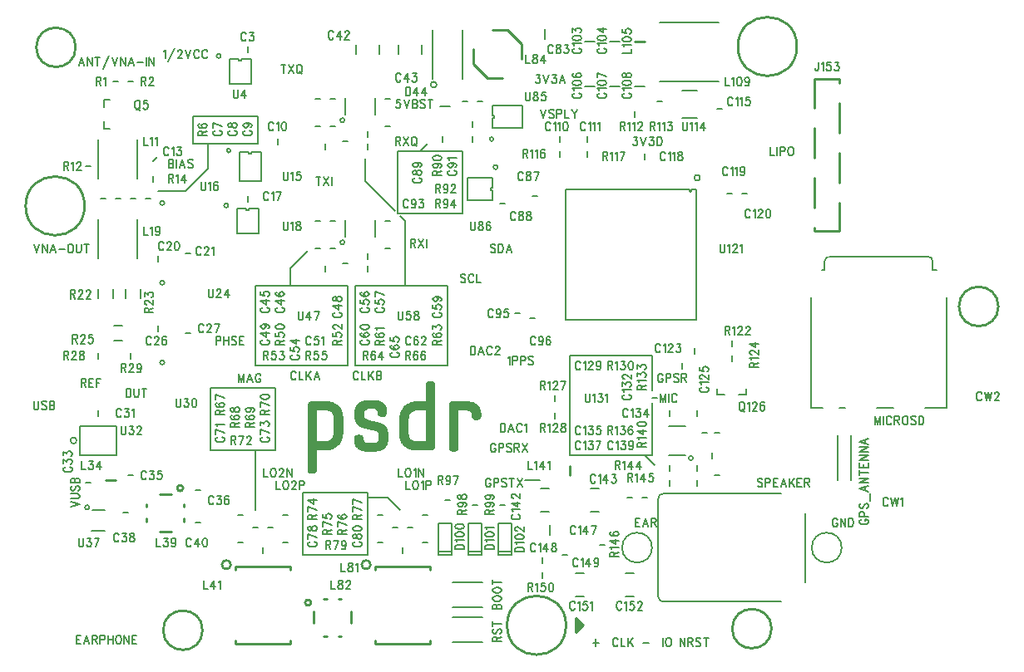
<source format=gto>
*
*
G04 PADS 9.5 Build Number: 522968 generated Gerber (RS-274-X) file*
G04 PC Version=2.1*
*
%IN "PSDR.pcb"*%
*
%MOIN*%
*
%FSLAX35Y35*%
*
*
*
*
G04 PC Standard Apertures*
*
*
G04 Thermal Relief Aperture macro.*
%AMTER*
1,1,$1,0,0*
1,0,$1-$2,0,0*
21,0,$3,$4,0,0,45*
21,0,$3,$4,0,0,135*
%
*
*
G04 Annular Aperture macro.*
%AMANN*
1,1,$1,0,0*
1,0,$2,0,0*
%
*
*
G04 Odd Aperture macro.*
%AMODD*
1,1,$1,0,0*
1,0,$1-0.005,0,0*
%
*
*
G04 PC Custom Aperture Macros*
*
*
*
*
*
*
G04 PC Aperture Table*
*
%ADD010C,0.001*%
%ADD011C,0.008*%
%ADD012C,0.00787*%
%ADD053C,0.002*%
%ADD082C,0.006*%
%ADD146C,0.01*%
%ADD147C,0.00787*%
*
*
*
*
G04 PC Circuitry*
G04 Layer Name PSDR.pcb - circuitry*
%LPD*%
*
*
G04 PC Custom Flashes*
G04 Layer Name PSDR.pcb - flashes*
%LPD*%
*
*
G04 PC Circuitry*
G04 Layer Name PSDR.pcb - circuitry*
%LPD*%
*
G54D10*
G54D11*
G01X265323Y152709D02*
Y139913D01*
X270677*
Y152709*
X265323*
X270534Y141291D02*
X265335D01*
X324031Y346000D02*
X327969D01*
X263094Y331157D02*
Y350843D01*
X274906D02*
Y331157D01*
X264669Y328795D02*
G75*
G03X264669I-1181J0D01*
G01X308000Y350969D02*
Y347031D01*
X269969Y320000D02*
X266031D01*
X129126Y259126D02*
Y274874D01*
X144874Y259126D02*
Y274874D01*
X425244Y169945D02*
Y188055D01*
X430756Y169945D02*
Y188055D01*
X144874Y306874D02*
Y291126D01*
X129126Y306874D02*
Y291126D01*
X334031Y346000D02*
X337969D01*
X388800Y206600D02*
Y204400D01*
X385800*
X380200D02*
X377200D01*
Y206600*
X310000Y151969D02*
Y148031D01*
X347969Y328000D02*
X344031D01*
X337969D02*
X334031D01*
X327969D02*
X324031D01*
X133600Y311200D02*
X131400D01*
Y314200*
Y319800D02*
Y322800D01*
X133600*
X351000Y143000D02*
G03X351000I-6000J0D01*
G01X427000D02*
G03X427000I-6000J0D01*
G01X277323Y152709D02*
Y139913D01*
X282677*
Y152709*
X277323*
X282534Y141291D02*
X277335D01*
X289323Y152709D02*
Y139913D01*
X294677*
Y152709*
X289323*
X294534Y141291D02*
X289335D01*
X192000Y248000D02*
X229000D01*
Y216000*
X192000*
Y248000*
X232000Y216000D02*
X269000D01*
Y248000*
X232000*
Y216000*
X206000Y248000D02*
Y255000D01*
X213000Y262000*
X167000Y316000D02*
X193000D01*
Y305000*
X167000*
Y316000*
X173000Y305000D02*
Y295000D01*
X164000Y286000*
X153000*
X174000Y207000D02*
X200000D01*
Y182000*
X174000*
Y207000*
X211000Y165000D02*
X237000D01*
Y140000*
X211000*
Y165000*
X192000Y182000D02*
Y158000D01*
X351000Y201000D02*
Y180000D01*
X318000*
Y220000*
X351000*
Y206000*
Y203000D02*
X353000D01*
X348000Y180000D02*
X352000Y176000D01*
X249000Y302000D02*
X275000D01*
Y277000*
X249000*
Y302000*
X258000D02*
X261000Y305000D01*
X252000Y248000D02*
Y274000D01*
X250000Y276000*
X248000Y278000D02*
X236000Y290000D01*
Y299000*
X237000Y163000D02*
X245000D01*
X250000Y158000*
X300000Y170000D02*
X306000D01*
G54D12*
X363047Y315449D02*
X368953D01*
X363047Y326551D02*
X368953D01*
X469000Y243488D02*
Y199000D01*
X460339*
X419394D02*
X414669D01*
Y243488*
X465063Y254512D02*
X463488D01*
Y257858*
G03X461520Y259827I-1968J0*
G01X422150*
G03X420181Y257858I-0J-1969*
G01Y254512*
X419000*
X447740Y199000D02*
X441047D01*
X428449D02*
X426087D01*
X306228Y166724D02*
X309772D01*
X306228Y157276D02*
X309772D01*
X282906Y119079D02*
X271094D01*
X282906Y128921D02*
X271094D01*
X282906Y105079D02*
X271094D01*
X282906Y114921D02*
X271094D01*
X129047Y243228D02*
Y246772D01*
X134953Y243228D02*
Y246772D01*
X329772Y157276D02*
X326228D01*
X329772Y166724D02*
X326228D01*
X354189Y353811D02*
X377811D01*
Y330189D02*
X354189D01*
X140047Y243228D02*
Y246772D01*
X145953Y243228D02*
Y246772D01*
X138772Y226047D02*
X135228D01*
X138772Y231953D02*
X135228D01*
X323772Y123276D02*
X320228D01*
X323772Y132724D02*
X320228D01*
X343772Y123276D02*
X340228D01*
X343772Y132724D02*
X340228D01*
X357654Y180094D02*
X364346D01*
X357654Y191906D02*
X364346D01*
X367392Y178913D02*
G03X367392I-880J0D01*
G01X228094Y274346D02*
Y267654D01*
X239906Y274346D02*
Y267654D01*
X227794Y265488D02*
G03X227794I-881J0D01*
G01X228094Y323346D02*
Y316654D01*
X239906Y323346D02*
Y316654D01*
X227794Y314488D02*
G03X227794I-881J0D01*
G01X286921Y291429D02*
Y287554D01*
X286306*
Y286446*
X286921*
Y282571*
X277079*
Y291429*
X286921*
X289180Y295661D02*
G03X289180I-881J0D01*
G01X184571Y278921D02*
X188446D01*
Y278306*
X189554*
Y278921*
X193429*
Y269079*
X184571*
Y278921*
X181219Y280299D02*
G03X181219I-880J0D01*
G01X181571Y338921D02*
X185446D01*
Y338306*
X186554*
Y338921*
X190429*
Y329079*
X181571*
Y338921*
X178219Y340299D02*
G03X178219I-880J0D01*
G01X131756Y158232D02*
X126638D01*
X131756Y149768D02*
X126244D01*
X125550Y159118D02*
G03X125550I-881J0D01*
G01X185571Y301807D02*
X189446D01*
Y301081*
X190554*
Y301807*
X194429*
Y290193*
X185571*
Y301807*
X182126Y302299D02*
G03X182126I-787J0D01*
G01X155613Y249331D02*
G03X155613I-881J0D01*
G01Y281331D02*
G03X155613I-881J0D01*
G01Y217331D02*
G03X155613I-881J0D01*
G01X287094Y311472D02*
Y315434D01*
X287833*
Y316566*
X287094*
Y320528*
X298906*
Y311472*
X287094*
X316519Y286881D02*
Y234519D01*
X368881*
Y286881*
X366913*
X366322Y285700*
X365731Y286881*
X316519*
X370259Y291409D02*
G03X370259I-1181J0D01*
G01X258724Y344772D02*
Y341228D01*
X249276Y344772D02*
Y341228D01*
X241724Y344772D02*
Y341228D01*
X232276Y344772D02*
Y341228D01*
X121598Y180193D02*
Y191807D01*
X136402*
Y180193*
X121598*
X120402Y186000D02*
G03X120402I-1245J0D01*
G54D53*
G01X214000Y173000D02*
X215350D01*
X213460Y173180D02*
X215710D01*
X213280Y173360D02*
X215890D01*
X213100Y173540D02*
X216070D01*
X213100Y173720D02*
X216250D01*
X213100Y173900D02*
X216250D01*
X212920Y174080D02*
X216250D01*
X212920Y174260D02*
X216250D01*
X212920Y174440D02*
X216430D01*
X212920Y174620D02*
X216430D01*
X212920Y174800D02*
X216430D01*
X212920Y174980D02*
X216430D01*
X212920Y175160D02*
X216430D01*
X212920Y175340D02*
X216430D01*
X212920Y175520D02*
X216430D01*
X212920Y175700D02*
X216430D01*
X212920Y175880D02*
X216430D01*
X212920Y176060D02*
X216430D01*
X212920Y176240D02*
X216430D01*
X212920Y176420D02*
X216430D01*
X212920Y176600D02*
X216430D01*
X212920Y176780D02*
X216430D01*
X212920Y176960D02*
X216430D01*
X212920Y177140D02*
X216430D01*
X212920Y177320D02*
X216430D01*
X212920Y177500D02*
X216430D01*
X212920Y177680D02*
X216430D01*
X212920Y177860D02*
X216430D01*
X212920Y178040D02*
X216430D01*
X212920Y178220D02*
X216430D01*
X212920Y178400D02*
X216430D01*
X212920Y178580D02*
X216430D01*
X212920Y178760D02*
X216430D01*
X212920Y178940D02*
X216430D01*
X212920Y179120D02*
X216430D01*
X212920Y179300D02*
X216430D01*
X212920Y179480D02*
X216430D01*
X212920Y179660D02*
X216430D01*
X212920Y179840D02*
X216430D01*
X212920Y180020D02*
X216430D01*
X212920Y180200D02*
X216430D01*
X212920Y180380D02*
X216430D01*
X212920Y180560D02*
X216430D01*
X212920Y180740D02*
X216430D01*
X212920Y180920D02*
X216430D01*
X212920Y181100D02*
X216430D01*
X212920Y181280D02*
X216430D01*
X212920Y181460D02*
X216430D01*
X212920Y181640D02*
X216430D01*
X212920Y181820D02*
X216430D01*
X235600D02*
X240550D01*
X270700D02*
X272050D01*
X212920Y182000D02*
X216430D01*
X234880D02*
X241450D01*
X270340D02*
X272410D01*
X212920Y182180D02*
X216430D01*
X234340D02*
X241990D01*
X269980D02*
X272590D01*
X212920Y182360D02*
X221290D01*
X233800D02*
X242530D01*
X255040D02*
X262690D01*
X269980D02*
X272770D01*
X212920Y182540D02*
X222190D01*
X233620D02*
X242890D01*
X254320D02*
X263050D01*
X269800D02*
X272950D01*
X212920Y182720D02*
X222730D01*
X233260D02*
X243070D01*
X253780D02*
X263410D01*
X269800D02*
X272950D01*
X212920Y182900D02*
X223090D01*
X233080D02*
X243430D01*
X253240D02*
X263410D01*
X269620D02*
X272950D01*
X212920Y183080D02*
X223450D01*
X232900D02*
X243610D01*
X252880D02*
X263590D01*
X269620D02*
X272950D01*
X212920Y183260D02*
X223810D01*
X232720D02*
X243790D01*
X252520D02*
X263590D01*
X269620D02*
X273130D01*
X212920Y183440D02*
X224170D01*
X232540D02*
X243970D01*
X252340D02*
X263770D01*
X269620D02*
X273130D01*
X212920Y183620D02*
X224350D01*
X232360D02*
X244150D01*
X251980D02*
X263770D01*
X269620D02*
X273130D01*
X212920Y183800D02*
X224530D01*
X232180D02*
X244150D01*
X251800D02*
X263770D01*
X269620D02*
X273130D01*
X212920Y183980D02*
X224710D01*
X232180D02*
X244330D01*
X251620D02*
X263770D01*
X269620D02*
X273130D01*
X212920Y184160D02*
X224890D01*
X232000D02*
X244510D01*
X251440D02*
X263770D01*
X269620D02*
X273130D01*
X212920Y184340D02*
X225070D01*
X232000D02*
X244510D01*
X251260D02*
X263770D01*
X269620D02*
X273130D01*
X212920Y184520D02*
X225250D01*
X232000D02*
X244690D01*
X251080D02*
X263770D01*
X269620D02*
X273130D01*
X212920Y184700D02*
X225430D01*
X231820D02*
X244690D01*
X250900D02*
X263770D01*
X269620D02*
X273130D01*
X212920Y184880D02*
X225610D01*
X231820D02*
X244690D01*
X250900D02*
X263770D01*
X269620D02*
X273130D01*
X212920Y185060D02*
X225790D01*
X231820D02*
X244870D01*
X250720D02*
X263770D01*
X269620D02*
X273130D01*
X212920Y185240D02*
X225790D01*
X231640D02*
X236050D01*
X240100D02*
X244870D01*
X250540D02*
X263770D01*
X269620D02*
X273130D01*
X212920Y185420D02*
X225970D01*
X231640D02*
X235690D01*
X240640D02*
X244870D01*
X250540D02*
X263770D01*
X269620D02*
X273130D01*
X212920Y185600D02*
X225970D01*
X231640D02*
X235510D01*
X241000D02*
X245050D01*
X250360D02*
X263770D01*
X269620D02*
X273130D01*
X212920Y185780D02*
X216430D01*
X220840D02*
X226150D01*
X231640D02*
X235330D01*
X241180D02*
X245050D01*
X250360D02*
X255670D01*
X260260D02*
X263770D01*
X269620D02*
X273130D01*
X212920Y185960D02*
X216430D01*
X221380D02*
X226150D01*
X231640D02*
X235330D01*
X241360D02*
X245050D01*
X250360D02*
X254950D01*
X260260D02*
X263770D01*
X269620D02*
X273130D01*
X212920Y186140D02*
X216430D01*
X221740D02*
X226330D01*
X231640D02*
X235150D01*
X241360D02*
X245050D01*
X250180D02*
X254590D01*
X260260D02*
X263770D01*
X269620D02*
X273130D01*
X212920Y186320D02*
X216430D01*
X222100D02*
X226330D01*
X231640D02*
X235150D01*
X241540D02*
X245050D01*
X250180D02*
X254410D01*
X260260D02*
X263770D01*
X269620D02*
X273130D01*
X212920Y186500D02*
X216430D01*
X222280D02*
X226510D01*
X231640D02*
X235150D01*
X241540D02*
X245050D01*
X250000D02*
X254050D01*
X260260D02*
X263770D01*
X269620D02*
X273130D01*
X212920Y186680D02*
X216430D01*
X222460D02*
X226510D01*
X231640D02*
X235150D01*
X241540D02*
X245050D01*
X250000D02*
X253870D01*
X260260D02*
X263770D01*
X269620D02*
X273130D01*
X212920Y186860D02*
X216430D01*
X222640D02*
X226510D01*
X231640D02*
X235150D01*
X241540D02*
X245050D01*
X250000D02*
X253870D01*
X260260D02*
X263770D01*
X269620D02*
X273130D01*
X212920Y187040D02*
X216430D01*
X222820D02*
X226690D01*
X231640D02*
X234970D01*
X241540D02*
X245050D01*
X250000D02*
X253690D01*
X260260D02*
X263770D01*
X269620D02*
X273130D01*
X212920Y187220D02*
X216430D01*
X222820D02*
X226690D01*
X231820D02*
X234970D01*
X241540D02*
X245050D01*
X249820D02*
X253510D01*
X260260D02*
X263770D01*
X269620D02*
X273130D01*
X212920Y187400D02*
X216430D01*
X223000D02*
X226690D01*
X231820D02*
X234970D01*
X241540D02*
X245050D01*
X249820D02*
X253510D01*
X260260D02*
X263770D01*
X269620D02*
X273130D01*
X212920Y187580D02*
X216430D01*
X223000D02*
X226690D01*
X231820D02*
X234790D01*
X241540D02*
X245050D01*
X249820D02*
X253510D01*
X260260D02*
X263770D01*
X269620D02*
X273130D01*
X212920Y187760D02*
X216430D01*
X223180D02*
X226870D01*
X232000D02*
X234790D01*
X241540D02*
X245050D01*
X249820D02*
X253330D01*
X260260D02*
X263770D01*
X269620D02*
X273130D01*
X212920Y187940D02*
X216430D01*
X223180D02*
X226870D01*
X232180D02*
X234610D01*
X241540D02*
X245050D01*
X249820D02*
X253330D01*
X260260D02*
X263770D01*
X269620D02*
X273130D01*
X212920Y188120D02*
X216430D01*
X223360D02*
X226870D01*
X232540D02*
X234250D01*
X241540D02*
X245050D01*
X249820D02*
X253330D01*
X260260D02*
X263770D01*
X269620D02*
X273130D01*
X212920Y188300D02*
X216430D01*
X223360D02*
X226870D01*
X233080D02*
X233710D01*
X241540D02*
X245050D01*
X249640D02*
X253330D01*
X260260D02*
X263770D01*
X269620D02*
X273130D01*
X212920Y188480D02*
X216430D01*
X223360D02*
X226870D01*
X241540D02*
X245050D01*
X249640D02*
X253150D01*
X260260D02*
X263770D01*
X269620D02*
X273130D01*
X212920Y188660D02*
X216430D01*
X223360D02*
X226870D01*
X241540D02*
X245050D01*
X249640D02*
X253150D01*
X260260D02*
X263770D01*
X269620D02*
X273130D01*
X212920Y188840D02*
X216430D01*
X223360D02*
X227050D01*
X241540D02*
X245050D01*
X249640D02*
X253150D01*
X260260D02*
X263770D01*
X269620D02*
X273130D01*
X212920Y189020D02*
X216430D01*
X223540D02*
X227050D01*
X241360D02*
X245050D01*
X249640D02*
X253150D01*
X260260D02*
X263770D01*
X269620D02*
X273130D01*
X212920Y189200D02*
X216430D01*
X223540D02*
X227050D01*
X241360D02*
X245050D01*
X249640D02*
X253150D01*
X260260D02*
X263770D01*
X269620D02*
X273130D01*
X212920Y189380D02*
X216430D01*
X223540D02*
X227050D01*
X241180D02*
X245050D01*
X249640D02*
X253150D01*
X260260D02*
X263770D01*
X269620D02*
X273130D01*
X212920Y189560D02*
X216430D01*
X223540D02*
X227050D01*
X241000D02*
X245050D01*
X249640D02*
X253150D01*
X260260D02*
X263770D01*
X269620D02*
X273130D01*
X212920Y189740D02*
X216430D01*
X223540D02*
X227050D01*
X240640D02*
X244870D01*
X249640D02*
X253150D01*
X260260D02*
X263770D01*
X269620D02*
X273130D01*
X212920Y189920D02*
X216430D01*
X223540D02*
X227050D01*
X240280D02*
X244870D01*
X249640D02*
X253150D01*
X260260D02*
X263770D01*
X269620D02*
X273130D01*
X212920Y190100D02*
X216430D01*
X223540D02*
X227050D01*
X239560D02*
X244870D01*
X249640D02*
X253150D01*
X260260D02*
X263770D01*
X269620D02*
X273130D01*
X212920Y190280D02*
X216430D01*
X223540D02*
X227050D01*
X238840D02*
X244870D01*
X249640D02*
X253150D01*
X260260D02*
X263770D01*
X269620D02*
X273130D01*
X212920Y190460D02*
X216430D01*
X223540D02*
X227050D01*
X238120D02*
X244690D01*
X249640D02*
X253150D01*
X260260D02*
X263770D01*
X269620D02*
X273130D01*
X212920Y190640D02*
X216430D01*
X223540D02*
X227050D01*
X237580D02*
X244690D01*
X249640D02*
X253150D01*
X260260D02*
X263770D01*
X269620D02*
X273130D01*
X212920Y190820D02*
X216430D01*
X223540D02*
X227050D01*
X236860D02*
X244510D01*
X249640D02*
X253150D01*
X260260D02*
X263770D01*
X269620D02*
X273130D01*
X212920Y191000D02*
X216430D01*
X223540D02*
X227050D01*
X236140D02*
X244510D01*
X249640D02*
X253150D01*
X260260D02*
X263770D01*
X269620D02*
X273130D01*
X212920Y191180D02*
X216430D01*
X223540D02*
X227050D01*
X235420D02*
X244330D01*
X249640D02*
X253150D01*
X260260D02*
X263770D01*
X269620D02*
X273130D01*
X212920Y191360D02*
X216430D01*
X223540D02*
X227050D01*
X234880D02*
X244330D01*
X249640D02*
X253150D01*
X260260D02*
X263770D01*
X269620D02*
X273130D01*
X212920Y191540D02*
X216430D01*
X223540D02*
X227050D01*
X234340D02*
X244150D01*
X249640D02*
X253150D01*
X260260D02*
X263770D01*
X269620D02*
X273130D01*
X212920Y191720D02*
X216430D01*
X223540D02*
X227050D01*
X233980D02*
X243970D01*
X249640D02*
X253150D01*
X260260D02*
X263770D01*
X269620D02*
X273130D01*
X212920Y191900D02*
X216430D01*
X223540D02*
X227050D01*
X233800D02*
X243790D01*
X249640D02*
X253150D01*
X260260D02*
X263770D01*
X269620D02*
X273130D01*
X212920Y192080D02*
X216430D01*
X223540D02*
X227050D01*
X233440D02*
X243610D01*
X249640D02*
X253150D01*
X260260D02*
X263770D01*
X269620D02*
X273130D01*
X212920Y192260D02*
X216430D01*
X223540D02*
X227050D01*
X233260D02*
X243430D01*
X249640D02*
X253150D01*
X260260D02*
X263770D01*
X269620D02*
X273130D01*
X212920Y192440D02*
X216430D01*
X223540D02*
X227050D01*
X233080D02*
X243250D01*
X249640D02*
X253150D01*
X260260D02*
X263770D01*
X269620D02*
X273130D01*
X212920Y192620D02*
X216430D01*
X223540D02*
X227050D01*
X232900D02*
X242890D01*
X249640D02*
X253150D01*
X260260D02*
X263770D01*
X269620D02*
X273130D01*
X212920Y192800D02*
X216430D01*
X223540D02*
X227050D01*
X232720D02*
X242530D01*
X249640D02*
X253150D01*
X260260D02*
X263770D01*
X269620D02*
X273130D01*
X212920Y192980D02*
X216430D01*
X223540D02*
X227050D01*
X232540D02*
X242170D01*
X249640D02*
X253150D01*
X260260D02*
X263770D01*
X269620D02*
X273130D01*
X212920Y193160D02*
X216430D01*
X223540D02*
X227050D01*
X232540D02*
X241630D01*
X249640D02*
X253150D01*
X260260D02*
X263770D01*
X269620D02*
X273130D01*
X212920Y193340D02*
X216430D01*
X223540D02*
X227050D01*
X232360D02*
X240910D01*
X249640D02*
X253150D01*
X260260D02*
X263770D01*
X269620D02*
X273130D01*
X212920Y193520D02*
X216430D01*
X223540D02*
X227050D01*
X232360D02*
X240190D01*
X249640D02*
X253150D01*
X260260D02*
X263770D01*
X269620D02*
X273130D01*
X212920Y193700D02*
X216430D01*
X223540D02*
X227050D01*
X232180D02*
X239650D01*
X249640D02*
X253150D01*
X260260D02*
X263770D01*
X269620D02*
X273130D01*
X212920Y193880D02*
X216430D01*
X223540D02*
X227050D01*
X232180D02*
X238930D01*
X249640D02*
X253150D01*
X260260D02*
X263770D01*
X269620D02*
X273130D01*
X212920Y194060D02*
X216430D01*
X223540D02*
X227050D01*
X232180D02*
X238210D01*
X249640D02*
X253150D01*
X260260D02*
X263770D01*
X269620D02*
X273130D01*
X212920Y194240D02*
X216430D01*
X223540D02*
X227050D01*
X232000D02*
X237490D01*
X249640D02*
X253150D01*
X260260D02*
X263770D01*
X269620D02*
X273130D01*
X212920Y194420D02*
X216430D01*
X223540D02*
X227050D01*
X232000D02*
X236950D01*
X249640D02*
X253150D01*
X260260D02*
X263770D01*
X269620D02*
X273130D01*
X279880D02*
X281050D01*
X212920Y194600D02*
X216430D01*
X223540D02*
X227050D01*
X232000D02*
X236410D01*
X249640D02*
X253150D01*
X260260D02*
X263770D01*
X269620D02*
X273130D01*
X279520D02*
X281590D01*
X212920Y194780D02*
X216430D01*
X223540D02*
X227050D01*
X231820D02*
X236050D01*
X249640D02*
X253150D01*
X260260D02*
X263770D01*
X269620D02*
X273130D01*
X279340D02*
X281770D01*
X212920Y194960D02*
X216430D01*
X223540D02*
X227050D01*
X231820D02*
X235690D01*
X249640D02*
X253150D01*
X260260D02*
X263770D01*
X269620D02*
X273130D01*
X279160D02*
X281950D01*
X212920Y195140D02*
X216430D01*
X223540D02*
X227050D01*
X231820D02*
X235690D01*
X249640D02*
X253330D01*
X260260D02*
X263770D01*
X269620D02*
X273130D01*
X278980D02*
X281950D01*
X212920Y195320D02*
X216430D01*
X223540D02*
X227050D01*
X231820D02*
X235510D01*
X249820D02*
X253330D01*
X260260D02*
X263770D01*
X269620D02*
X273130D01*
X278980D02*
X282130D01*
X212920Y195500D02*
X216430D01*
X223540D02*
X227050D01*
X231820D02*
X235330D01*
X249820D02*
X253330D01*
X260260D02*
X263770D01*
X269620D02*
X273130D01*
X278800D02*
X282130D01*
X212920Y195680D02*
X216430D01*
X223360D02*
X227050D01*
X231820D02*
X235330D01*
X249820D02*
X253330D01*
X260260D02*
X263770D01*
X269620D02*
X273130D01*
X278800D02*
X282130D01*
X212920Y195860D02*
X216430D01*
X223360D02*
X226870D01*
X231820D02*
X235330D01*
X241900D02*
X243610D01*
X249820D02*
X253330D01*
X260260D02*
X263770D01*
X269620D02*
X273130D01*
X278800D02*
X282310D01*
X212920Y196040D02*
X216430D01*
X223360D02*
X226870D01*
X231820D02*
X235330D01*
X241540D02*
X243790D01*
X249820D02*
X253510D01*
X260260D02*
X263770D01*
X269620D02*
X273130D01*
X278800D02*
X282310D01*
X212920Y196220D02*
X216430D01*
X223360D02*
X226870D01*
X231820D02*
X235330D01*
X241360D02*
X243970D01*
X249820D02*
X253510D01*
X260260D02*
X263770D01*
X269620D02*
X273130D01*
X278800D02*
X282310D01*
X212920Y196400D02*
X216430D01*
X223180D02*
X226870D01*
X231820D02*
X235330D01*
X241180D02*
X244150D01*
X250000D02*
X253510D01*
X260260D02*
X263770D01*
X269620D02*
X273130D01*
X278800D02*
X282310D01*
X212920Y196580D02*
X216430D01*
X223180D02*
X226870D01*
X231820D02*
X235330D01*
X241180D02*
X244330D01*
X250000D02*
X253690D01*
X260260D02*
X263770D01*
X269620D02*
X273130D01*
X278800D02*
X282310D01*
X212920Y196760D02*
X216430D01*
X223180D02*
X226870D01*
X231820D02*
X235330D01*
X241180D02*
X244330D01*
X250000D02*
X253870D01*
X260260D02*
X263770D01*
X269620D02*
X273130D01*
X278620D02*
X282310D01*
X212920Y196940D02*
X216430D01*
X223000D02*
X226690D01*
X231820D02*
X235330D01*
X241000D02*
X244510D01*
X250000D02*
X253870D01*
X260260D02*
X263770D01*
X269620D02*
X273130D01*
X278620D02*
X282310D01*
X212920Y197120D02*
X216430D01*
X222820D02*
X226690D01*
X231820D02*
X235330D01*
X241000D02*
X244510D01*
X250180D02*
X254050D01*
X260260D02*
X263770D01*
X269620D02*
X273130D01*
X278620D02*
X282130D01*
X212920Y197300D02*
X216430D01*
X222820D02*
X226690D01*
X231820D02*
X235330D01*
X241000D02*
X244510D01*
X250180D02*
X254230D01*
X260260D02*
X263770D01*
X269620D02*
X273130D01*
X278440D02*
X282130D01*
X212920Y197480D02*
X216430D01*
X222640D02*
X226690D01*
X231820D02*
X235330D01*
X241000D02*
X244510D01*
X250180D02*
X254410D01*
X260260D02*
X263770D01*
X269620D02*
X273130D01*
X278440D02*
X282130D01*
X212920Y197660D02*
X216430D01*
X222280D02*
X226510D01*
X231820D02*
X235330D01*
X241000D02*
X244510D01*
X250360D02*
X254590D01*
X260260D02*
X263770D01*
X269620D02*
X273130D01*
X278260D02*
X282130D01*
X212920Y197840D02*
X216430D01*
X222100D02*
X226510D01*
X231820D02*
X235510D01*
X241000D02*
X244510D01*
X250360D02*
X254950D01*
X260260D02*
X263770D01*
X269620D02*
X273130D01*
X278080D02*
X282130D01*
X212920Y198020D02*
X216430D01*
X221740D02*
X226330D01*
X231820D02*
X235510D01*
X240820D02*
X244510D01*
X250540D02*
X255310D01*
X260260D02*
X263770D01*
X269620D02*
X273130D01*
X277720D02*
X282130D01*
X212920Y198200D02*
X216430D01*
X221020D02*
X226330D01*
X231820D02*
X235690D01*
X240820D02*
X244510D01*
X250540D02*
X255850D01*
X260260D02*
X263770D01*
X269620D02*
X273130D01*
X277180D02*
X281950D01*
X212920Y198380D02*
X226330D01*
X231820D02*
X235870D01*
X240640D02*
X244510D01*
X250720D02*
X263770D01*
X269620D02*
X281950D01*
X212920Y198560D02*
X226150D01*
X232000D02*
X236230D01*
X240460D02*
X244510D01*
X250720D02*
X263770D01*
X269620D02*
X281950D01*
X212920Y198740D02*
X226150D01*
X232000D02*
X236770D01*
X239920D02*
X244330D01*
X250900D02*
X263770D01*
X269620D02*
X281770D01*
X212920Y198920D02*
X225970D01*
X232000D02*
X244330D01*
X250900D02*
X263770D01*
X269620D02*
X281770D01*
X212920Y199100D02*
X225790D01*
X232180D02*
X244330D01*
X251080D02*
X263770D01*
X269620D02*
X281590D01*
X212920Y199280D02*
X225790D01*
X232180D02*
X244330D01*
X251260D02*
X263770D01*
X269620D02*
X281590D01*
X212920Y199460D02*
X225610D01*
X232180D02*
X244150D01*
X251440D02*
X263770D01*
X269620D02*
X281410D01*
X212920Y199640D02*
X225430D01*
X232360D02*
X244150D01*
X251440D02*
X263770D01*
X269620D02*
X281410D01*
X212920Y199820D02*
X225250D01*
X232360D02*
X243970D01*
X251620D02*
X263770D01*
X269620D02*
X281230D01*
X212920Y200000D02*
X225070D01*
X232540D02*
X243970D01*
X251800D02*
X263770D01*
X269620D02*
X281050D01*
X212920Y200180D02*
X224890D01*
X232720D02*
X243790D01*
X252160D02*
X263770D01*
X269620D02*
X280870D01*
X212920Y200360D02*
X224710D01*
X232720D02*
X243790D01*
X252340D02*
X263770D01*
X269620D02*
X280690D01*
X212920Y200540D02*
X224350D01*
X232900D02*
X243610D01*
X252520D02*
X263770D01*
X269620D02*
X280510D01*
X213100Y200720D02*
X224170D01*
X233080D02*
X243430D01*
X252880D02*
X263770D01*
X269800D02*
X280330D01*
X213100Y200900D02*
X223810D01*
X233260D02*
X243250D01*
X253060D02*
X263770D01*
X269800D02*
X279970D01*
X213280Y201080D02*
X223450D01*
X233440D02*
X243070D01*
X253600D02*
X263770D01*
X269800D02*
X279610D01*
X213280Y201260D02*
X222910D01*
X233800D02*
X242890D01*
X253960D02*
X263770D01*
X269980D02*
X279250D01*
X213640Y201440D02*
X222370D01*
X233980D02*
X242530D01*
X254500D02*
X263770D01*
X270160D02*
X278710D01*
X214000Y201620D02*
X221650D01*
X234340D02*
X242170D01*
X255400D02*
X263770D01*
X270520D02*
X277810D01*
X234880Y201800D02*
X241810D01*
X260260D02*
X263770D01*
X235420Y201980D02*
X241270D01*
X260260D02*
X263770D01*
X236320Y202160D02*
X240370D01*
X260260D02*
X263770D01*
X260260Y202340D02*
X263770D01*
X260260Y202520D02*
X263770D01*
X260260Y202700D02*
X263770D01*
X260260Y202880D02*
X263770D01*
X260260Y203060D02*
X263770D01*
X260260Y203240D02*
X263770D01*
X260260Y203420D02*
X263770D01*
X260260Y203600D02*
X263770D01*
X260260Y203780D02*
X263770D01*
X260260Y203960D02*
X263770D01*
X260260Y204140D02*
X263770D01*
X260260Y204320D02*
X263770D01*
X260260Y204500D02*
X263770D01*
X260260Y204680D02*
X263770D01*
X260260Y204860D02*
X263770D01*
X260260Y205040D02*
X263770D01*
X260260Y205220D02*
X263770D01*
X260260Y205400D02*
X263770D01*
X260260Y205580D02*
X263770D01*
X260260Y205760D02*
X263770D01*
X260260Y205940D02*
X263770D01*
X260260Y206120D02*
X263770D01*
X260260Y206300D02*
X263770D01*
X260260Y206480D02*
X263770D01*
X260260Y206660D02*
X263770D01*
X260260Y206840D02*
X263770D01*
X260260Y207020D02*
X263770D01*
X260260Y207200D02*
X263770D01*
X260260Y207380D02*
X263770D01*
X260260Y207560D02*
X263770D01*
X260260Y207740D02*
X263770D01*
X260260Y207920D02*
X263770D01*
X260260Y208100D02*
X263770D01*
X260260Y208280D02*
X263770D01*
X260260Y208460D02*
X263770D01*
X260440Y208640D02*
X263770D01*
X260440Y208820D02*
X263770D01*
X260440Y209000D02*
X263590D01*
X260440Y209180D02*
X263590D01*
X260620Y209360D02*
X263410D01*
X260800Y209540D02*
X263410D01*
X260980Y209720D02*
X263050D01*
X261340Y209900D02*
X262690D01*
G54D82*
X412528Y156780D02*
Y129220D01*
X402685Y164654D02*
X355441D01*
G03X353472Y162685I-0J-1969*
G01Y123315*
G03X355441Y121346I1969J-0*
G01X402685*
X363300Y313844D02*
Y311313D01*
X363300D02*
X363436Y310806D01*
X363709Y310469*
X364118Y310300*
X364391*
X364800Y310469*
X365073Y310806*
X365209Y311313*
X365209D02*
Y313844D01*
X366436Y313169D02*
X366709Y313338D01*
X366709D02*
X367118Y313844D01*
Y310300*
X368345Y313169D02*
X368618Y313338D01*
X368618D02*
X369027Y313844D01*
Y310300*
X371618Y313844D02*
X370255Y311481D01*
X372300*
X371618Y313844D02*
Y310300D01*
X272156Y142300D02*
X275700D01*
X272156D02*
Y143255D01*
X272325Y143664*
X272662Y143936*
X272662D02*
X273000Y144073D01*
X273506Y144209*
X274350*
X274856Y144073*
X275194Y143936*
X275531Y143664*
X275700Y143255*
Y142300*
X272831Y145436D02*
X272662Y145709D01*
X272662D02*
X272156Y146118D01*
X275700*
X272156Y148164D02*
X272325Y147755D01*
X272831Y147482*
X273675Y147345*
X274181*
X275025Y147482*
X275531Y147755*
X275700Y148164*
Y148436*
X275531Y148845*
X275025Y149118*
X274181Y149255*
X273675*
X272831Y149118*
X272325Y148845*
X272156Y148436*
Y148164*
Y151300D02*
X272325Y150891D01*
X272831Y150618*
X273675Y150482*
X274181*
X275025Y150618*
X275531Y150891*
X275700Y151300*
Y151573*
X275531Y151982*
X275025Y152255*
X274181Y152391*
X273675*
X272831Y152255*
X272325Y151982*
X272156Y151573*
Y151300*
X350300Y313844D02*
Y310300D01*
Y313844D02*
X351527D01*
X351936Y313675*
X352073Y313506*
X352209Y313169*
Y312831*
X352073Y312494*
X351936Y312325*
X351527Y312156*
X350300*
X351255D02*
X352209Y310300D01*
X353436Y313169D02*
X353709Y313338D01*
X353709D02*
X354118Y313844D01*
Y310300*
X355345Y313169D02*
X355618Y313338D01*
X355618D02*
X356027Y313844D01*
Y310300*
X357527Y313844D02*
X359027D01*
X358209Y312494*
X358618*
X358891Y312325*
X359027Y312156*
X359164Y311650*
Y311313*
X359164D02*
X359027Y310806D01*
X358755Y310469*
X358345Y310300*
X357936*
X357527Y310469*
X357391Y310638*
X357391D02*
X357255Y310975D01*
X331300Y301844D02*
Y298300D01*
Y301844D02*
X332527D01*
X332936Y301675*
X333073Y301506*
X333209Y301169*
Y300831*
X333073Y300494*
X332936Y300325*
X332527Y300156*
X331300*
X332255D02*
X333209Y298300D01*
X334436Y301169D02*
X334709Y301338D01*
X334709D02*
X335118Y301844D01*
Y298300*
X336345Y301169D02*
X336618Y301338D01*
X336618D02*
X337027Y301844D01*
Y298300*
X340164Y301844D02*
X338800Y298300D01*
X338255Y301844D02*
X340164D01*
X445645Y162300D02*
X445509Y162637D01*
X445236Y162975*
X444964Y163144*
X444418*
X444145Y162975*
X443873Y162637*
X443736Y162300*
X443600Y161794*
Y160950*
X443736Y160444*
X443873Y160106*
X444145Y159769*
X444418Y159600*
X444964*
X445236Y159769*
X445509Y160106*
X445645Y160444*
X446873Y163144D02*
X447555Y159600D01*
X448236Y163144D02*
X447555Y159600D01*
X448236Y163144D02*
X448918Y159600D01*
X449600Y163144D02*
X448918Y159600D01*
X450827Y162469D02*
X451100Y162637D01*
X451509Y163144*
Y159600*
X483046Y204700D02*
X482909Y205038D01*
X482637Y205375*
X482364Y205544*
X481818*
X481546Y205375*
X481273Y205038*
X481137Y204700*
X481000Y204194*
Y203350*
X481137Y202844*
X481273Y202506*
X481546Y202169*
X481818Y202000*
X482364*
X482637Y202169*
X482909Y202506*
X483046Y202844*
X484273Y205544D02*
X484955Y202000D01*
X485637Y205544D02*
X484955Y202000D01*
X485637Y205544D02*
X486318Y202000D01*
X487000Y205544D02*
X486318Y202000D01*
X488364Y204700D02*
Y204869D01*
X488500Y205206*
X488637Y205375*
X488909Y205544*
X489455*
X489728Y205375*
X489864Y205206*
X490000Y204869*
Y204531*
X489864Y204194*
X489591Y203688*
X488228Y202000*
X490137*
X328527Y106338D02*
Y103300D01*
X327300Y104819D02*
X329755D01*
X337345Y106000D02*
X337209Y106338D01*
X337209D02*
X336936Y106675D01*
X336664Y106844*
X336118*
X335845Y106675*
X335573Y106338*
X335573D02*
X335436Y106000D01*
X335300Y105494*
Y104650*
X335436Y104144*
X335573Y103806*
X335845Y103469*
X336118Y103300*
X336664*
X336936Y103469*
X337209Y103806*
X337345Y104144*
X338573Y106844D02*
Y103300D01*
X340209*
X341436Y106844D02*
Y103300D01*
X343345Y106844D02*
X341436Y104481D01*
X342118Y105325D02*
X343345Y103300D01*
X347300Y104819D02*
X349755D01*
X440300Y195844D02*
Y192300D01*
Y195844D02*
X441391Y192300D01*
X442482Y195844D02*
X441391Y192300D01*
X442482Y195844D02*
Y192300D01*
X443709Y195844D02*
Y192300D01*
X446982Y195000D02*
X446845Y195338D01*
X446845D02*
X446573Y195675D01*
X446300Y195844*
X445755*
X445482Y195675*
X445209Y195338*
X445209D02*
X445073Y195000D01*
X444936Y194494*
Y193650*
X445073Y193144*
X445209Y192806*
X445482Y192469*
X445755Y192300*
X446300*
X446573Y192469*
X446845Y192806*
X446982Y193144*
X448209Y195844D02*
Y192300D01*
Y195844D02*
X449436D01*
X449845Y195675*
X449982Y195506*
X450118Y195169*
Y194831*
X449982Y194494*
X449845Y194325*
X449436Y194156*
X448209*
X449164D02*
X450118Y192300D01*
X452164Y195844D02*
X451891Y195675D01*
X451618Y195338*
X451618D02*
X451482Y195000D01*
X451345Y194494*
Y193650*
X451482Y193144*
X451618Y192806*
X451891Y192469*
X452164Y192300*
X452709*
X452982Y192469*
X453255Y192806*
X453391Y193144*
X453527Y193650*
Y194494*
X453391Y195000*
X453255Y195338*
X453255D02*
X452982Y195675D01*
X452709Y195844*
X452164*
X456664Y195338D02*
X456391Y195675D01*
X455982Y195844*
X455436*
X455027Y195675*
X454755Y195338*
X454755D02*
Y195000D01*
X454891Y194663*
X454891D02*
X455027Y194494D01*
X455300Y194325*
X456118Y193988*
X456118D02*
X456391Y193819D01*
X456527Y193650*
X456664Y193313*
X456664D02*
Y192806D01*
X456391Y192469*
X455982Y192300*
X455436*
X455027Y192469*
X454755Y192806*
X457891Y195844D02*
Y192300D01*
Y195844D02*
X458845D01*
X459255Y195675*
X459527Y195338*
X459527D02*
X459664Y195000D01*
X459800Y194494*
Y193650*
X459664Y193144*
X459527Y192806*
X459255Y192469*
X458845Y192300*
X457891*
X383345Y323000D02*
X383209Y323338D01*
X383209D02*
X382936Y323675D01*
X382664Y323844*
X382118*
X381845Y323675*
X381573Y323338*
X381573D02*
X381436Y323000D01*
X381300Y322494*
Y321650*
X381436Y321144*
X381573Y320806*
X381845Y320469*
X382118Y320300*
X382664*
X382936Y320469*
X383209Y320806*
X383345Y321144*
X384573Y323169D02*
X384845Y323338D01*
X384845D02*
X385255Y323844D01*
Y320300*
X386482Y323169D02*
X386755Y323338D01*
X386755D02*
X387164Y323844D01*
Y320300*
X390164Y323844D02*
X388800D01*
X388664Y322325*
X388800Y322494*
X389209Y322663*
X389209D02*
X389618D01*
X389618D02*
X390027Y322494D01*
X390300Y322156*
X390436Y321650*
X390300Y321313*
X390300D02*
X390164Y320806D01*
X389891Y320469*
X389482Y320300*
X389073*
X388664Y320469*
X388527Y320638*
X388527D02*
X388391Y320975D01*
X320000Y343345D02*
X319663Y343209D01*
X319663D02*
X319325Y342936D01*
X319156Y342664*
Y342118*
X319325Y341845*
X319663Y341573*
X319663D02*
X320000Y341436D01*
X320506Y341300*
X321350*
X321856Y341436*
X322194Y341573*
X322531Y341845*
X322700Y342118*
Y342664*
X322531Y342936*
X322194Y343209*
X321856Y343345*
X319831Y344573D02*
X319663Y344845D01*
X319663D02*
X319156Y345255D01*
X322700*
X319156Y347300D02*
X319325Y346891D01*
X319831Y346618*
X320675Y346482*
X321181*
X322025Y346618*
X322531Y346891*
X322700Y347300*
Y347573*
X322531Y347982*
X322025Y348255*
X321181Y348391*
X320675*
X319831Y348255*
X319325Y347982*
X319156Y347573*
Y347300*
Y349891D02*
Y351391D01*
X320506Y350573*
Y350982*
X320675Y351255*
X320844Y351391*
X321350Y351527*
X321688*
X321688D02*
X322194Y351391D01*
X322531Y351118*
X322700Y350709*
Y350300*
X322531Y349891*
X322363Y349755*
X322363D02*
X322025Y349618D01*
X116000Y175345D02*
X115662Y175209D01*
X115662D02*
X115325Y174936D01*
X115156Y174664*
Y174118*
X115325Y173845*
X115662Y173573*
X115662D02*
X116000Y173436D01*
X116506Y173300*
X117350*
X117856Y173436*
X118194Y173573*
X118531Y173845*
X118700Y174118*
Y174664*
X118531Y174936*
X118194Y175209*
X117856Y175345*
X115156Y176845D02*
Y178345D01*
X116506Y177527*
Y177936*
X116675Y178209*
X116844Y178345*
X117350Y178482*
X117687*
X117687D02*
X118194Y178345D01*
X118531Y178073*
X118700Y177664*
Y177255*
X118531Y176845*
X118362Y176709*
X118362D02*
X118025Y176573D01*
X115156Y179982D02*
Y181482D01*
X116506Y180664*
Y181073*
X116675Y181345*
X116844Y181482*
X117350Y181618*
X117687*
X117687D02*
X118194Y181482D01*
X118531Y181209*
X118700Y180800*
Y180391*
X118531Y179982*
X118362Y179845*
X118362D02*
X118025Y179709D01*
X295409Y156345D02*
X295072Y156209D01*
X294734Y155936*
X294566Y155664*
Y155118*
X294734Y154845*
X295072Y154573*
X295409Y154436*
X295916Y154300*
X296759*
X297266Y154436*
X297603Y154573*
X297941Y154845*
X298109Y155118*
Y155664*
X297941Y155936*
X297603Y156209*
X297266Y156345*
X295241Y157573D02*
X295072Y157845D01*
X294566Y158255*
X298109*
X294566Y160845D02*
X296928Y159482D01*
Y161527*
X294566Y160845D02*
X298109D01*
X295409Y162891D02*
X295241D01*
X294903Y163027*
X294734Y163164*
X294566Y163436*
Y163982*
X294734Y164255*
X294903Y164391*
X295241Y164527*
X295578*
X295916Y164391*
X296422Y164118*
X298109Y162755*
Y164664*
X287156Y118300D02*
X290700D01*
X287156D02*
Y119527D01*
X287325Y119936*
X287494Y120073*
X287831Y120209*
X288169*
X288506Y120073*
X288675Y119936*
X288844Y119527*
Y118300D02*
Y119527D01*
X289012Y119936*
X289012D02*
X289181Y120073D01*
X289519Y120209*
X290025*
X290362Y120073*
X290362D02*
X290531Y119936D01*
X290700Y119527*
Y118300*
X287156Y122255D02*
X287325Y121982D01*
X287662Y121709*
X287662D02*
X288000Y121573D01*
X288506Y121436*
X289350*
X289856Y121573*
X290194Y121709*
X290531Y121982*
X290700Y122255*
Y122800*
X290531Y123073*
X290194Y123345*
X289856Y123482*
X289350Y123618*
X288506*
X288000Y123482*
X287662Y123345*
X287662D02*
X287325Y123073D01*
X287156Y122800*
Y122255*
Y125664D02*
X287325Y125391D01*
X287662Y125118*
X287662D02*
X288000Y124982D01*
X288506Y124845*
X289350*
X289856Y124982*
X290194Y125118*
X290531Y125391*
X290700Y125664*
Y126209*
X290531Y126482*
X290194Y126755*
X289856Y126891*
X289350Y127027*
X288506*
X288000Y126891*
X287662Y126755*
X287662D02*
X287325Y126482D01*
X287156Y126209*
Y125664*
Y129209D02*
X290700D01*
X287156Y128255D02*
Y130164D01*
Y105300D02*
X290700D01*
X287156D02*
Y106527D01*
X287325Y106936*
X287494Y107073*
X287831Y107209*
X288169*
X288506Y107073*
X288675Y106936*
X288844Y106527*
Y105300*
Y106255D02*
X290700Y107209D01*
X287662Y110345D02*
X287325Y110073D01*
X287156Y109664*
Y109118*
X287325Y108709*
X287662Y108436*
X287662D02*
X288000D01*
X288337Y108573*
X288337D02*
X288506Y108709D01*
X288675Y108982*
X289012Y109800*
X289012D02*
X289181Y110073D01*
X289350Y110209*
X289687Y110345*
X289687D02*
X290194D01*
X290531Y110073*
X290700Y109664*
Y109118*
X290531Y108709*
X290194Y108436*
X287156Y112527D02*
X290700D01*
X287156Y111573D02*
Y113482D01*
X252300Y327844D02*
Y324300D01*
Y327844D02*
X253255D01*
X253664Y327675*
X253936Y327338*
X253936D02*
X254073Y327000D01*
X254209Y326494*
Y325650*
X254073Y325144*
X253936Y324806*
X253664Y324469*
X253255Y324300*
X252300*
X256800Y327844D02*
X255436Y325481D01*
X257482*
X256800Y327844D02*
Y324300D01*
X260073Y327844D02*
X258709Y325481D01*
X260755*
X260073Y327844D02*
Y324300D01*
X300300Y340844D02*
Y337300D01*
X301936*
X303845Y340844D02*
X303436Y340675D01*
X303300Y340338*
X303300D02*
Y340000D01*
X303436Y339663*
X303436D02*
X303709Y339494D01*
X304255Y339325*
X304664Y339156*
X304936Y338819*
X305073Y338481*
Y337975*
X304936Y337638*
X304936D02*
X304800Y337469D01*
X304391Y337300*
X303845*
X303436Y337469*
X303300Y337638*
X303300D02*
X303164Y337975D01*
Y338481*
X303300Y338819*
X303573Y339156*
X303982Y339325*
X304527Y339494*
X304800Y339663*
X304800D02*
X304936Y340000D01*
Y340338*
X304936D02*
X304800Y340675D01*
X304391Y340844*
X303845*
X307664D02*
X306300Y338481D01*
X308345*
X307664Y340844D02*
Y337300D01*
X311345Y344000D02*
X311209Y344338D01*
X311209D02*
X310936Y344675D01*
X310664Y344844*
X310118*
X309845Y344675*
X309573Y344338*
X309573D02*
X309436Y344000D01*
X309300Y343494*
Y342650*
X309436Y342144*
X309573Y341806*
X309845Y341469*
X310118Y341300*
X310664*
X310936Y341469*
X311209Y341806*
X311345Y342144*
X313255Y344844D02*
X312845Y344675D01*
X312709Y344338*
X312709D02*
Y344000D01*
X312845Y343663*
X312845D02*
X313118Y343494D01*
X313664Y343325*
X314073Y343156*
X314345Y342819*
X314482Y342481*
Y341975*
X314345Y341638*
X314345D02*
X314209Y341469D01*
X313800Y341300*
X313255*
X312845Y341469*
X312709Y341638*
X312709D02*
X312573Y341975D01*
Y342481*
X312709Y342819*
X312982Y343156*
X313391Y343325*
X313936Y343494*
X314209Y343663*
X314209D02*
X314345Y344000D01*
Y344338*
X314345D02*
X314209Y344675D01*
X313800Y344844*
X313255*
X315982D02*
X317482D01*
X316664Y343494*
X317073*
X317345Y343325*
X317482Y343156*
X317618Y342650*
Y342313*
X317618D02*
X317482Y341806D01*
X317209Y341469*
X316800Y341300*
X316391*
X315982Y341469*
X315845Y341638*
X315845D02*
X315709Y341975D01*
X256000Y291345D02*
X255663Y291209D01*
X255325Y290936*
X255156Y290664*
Y290118*
X255325Y289845*
X255663Y289573*
X256000Y289436*
X256506Y289300*
X257350*
X257856Y289436*
X258194Y289573*
X258531Y289845*
X258700Y290118*
Y290664*
X258531Y290936*
X258194Y291209*
X257856Y291345*
X255156Y293255D02*
X255325Y292845D01*
X255663Y292709*
X256000*
X256338Y292845*
X256506Y293118*
X256675Y293664*
X256844Y294073*
X257181Y294345*
X257519Y294482*
X258025*
X258363Y294345*
X258531Y294209*
X258700Y293800*
Y293255*
X258531Y292845*
X258363Y292709*
X258025Y292573*
X257519*
X257181Y292709*
X256844Y292982*
X256675Y293391*
X256506Y293936*
X256338Y294209*
X256000Y294345*
X255663*
X255325Y294209*
X255156Y293800*
Y293255*
X256338Y297482D02*
X256844Y297345D01*
X257181Y297073*
X257350Y296664*
Y296527*
X257181Y296118*
X256844Y295845*
X256338Y295709*
X256169*
X255663Y295845*
X255325Y296118*
X255156Y296527*
Y296664*
X255325Y297073*
X255663Y297345*
X256338Y297482*
X257181*
X258025Y297345*
X258531Y297073*
X258700Y296664*
Y296391*
X258531Y295982*
X258194Y295845*
X299300Y302844D02*
Y299300D01*
Y302844D02*
X300527D01*
X300936Y302675*
X301073Y302506*
X301209Y302169*
Y301831*
X301073Y301494*
X300936Y301325*
X300527Y301156*
X299300*
X300255D02*
X301209Y299300D01*
X302436Y302169D02*
X302709Y302338D01*
X302709D02*
X303118Y302844D01*
Y299300*
X304345Y302169D02*
X304618Y302338D01*
X304618D02*
X305027Y302844D01*
Y299300*
X307891Y302338D02*
X307755Y302675D01*
X307345Y302844*
X307073*
X306664Y302675*
X306391Y302169*
X306255Y301325*
Y300481*
X306391Y299806*
X306664Y299469*
X307073Y299300*
X307209*
X307618Y299469*
X307891Y299806*
X308027Y300313*
X308027D02*
Y300481D01*
X307891Y300988*
X307891D02*
X307618Y301325D01*
X307209Y301494*
X307073*
X306664Y301325*
X306391Y300988*
X306391D02*
X306255Y300481D01*
X339156Y341300D02*
X342700D01*
Y342936*
X339831Y344164D02*
X339663Y344436D01*
X339663D02*
X339156Y344845D01*
X342700*
X339156Y346891D02*
X339325Y346482D01*
X339831Y346209*
X340675Y346073*
X341181*
X342025Y346209*
X342531Y346482*
X342700Y346891*
Y347164*
X342531Y347573*
X342025Y347845*
X341181Y347982*
X340675*
X339831Y347845*
X339325Y347573*
X339156Y347164*
Y346891*
Y350982D02*
Y349618D01*
X340675Y349482*
X340506Y349618*
X340338Y350027*
X340338D02*
Y350436D01*
X340338D02*
X340506Y350845D01*
X340844Y351118*
X341350Y351255*
X341688Y351118*
X341688D02*
X342194Y350982D01*
X342531Y350709*
X342700Y350300*
Y349891*
X342531Y349482*
X342363Y349345*
X342363D02*
X342025Y349209D01*
X199345Y313000D02*
X199209Y313337D01*
X199209D02*
X198936Y313675D01*
X198664Y313844*
X198118*
X197845Y313675*
X197573Y313337*
X197573D02*
X197436Y313000D01*
X197300Y312494*
Y311650*
X197436Y311144*
X197573Y310806*
X197845Y310469*
X198118Y310300*
X198664*
X198936Y310469*
X199209Y310806*
X199345Y311144*
X200573Y313169D02*
X200845Y313337D01*
X200845D02*
X201255Y313844D01*
Y310300*
X203300Y313844D02*
X202891Y313675D01*
X202618Y313169*
X202482Y312325*
Y311819*
X202618Y310975*
X202891Y310469*
X203300Y310300*
X203573*
X203982Y310469*
X204255Y310975*
X204391Y311819*
Y312325*
X204255Y313169*
X203982Y313675*
X203573Y313844*
X203300*
X103300Y264844D02*
X104391Y261300D01*
X105482Y264844D02*
X104391Y261300D01*
X106709Y264844D02*
Y261300D01*
Y264844D02*
X108618Y261300D01*
Y264844D02*
Y261300D01*
X110936Y264844D02*
X109845Y261300D01*
X110936Y264844D02*
X112027Y261300D01*
X110255Y262481D02*
X111618D01*
X113255Y262819D02*
X115709D01*
X117755Y264844D02*
X117482Y264675D01*
X117209Y264338*
X117209D02*
X117073Y264000D01*
X116936Y263494*
Y262650*
X117073Y262144*
X117209Y261806*
X117482Y261469*
X117755Y261300*
X118300*
X118573Y261469*
X118845Y261806*
X118982Y262144*
X119118Y262650*
Y263494*
X118982Y264000*
X118845Y264338*
X118845D02*
X118573Y264675D01*
X118300Y264844*
X117755*
X120345D02*
Y262313D01*
X120345D02*
X120482Y261806D01*
X120755Y261469*
X121164Y261300*
X121436*
X121845Y261469*
X122118Y261806*
X122255Y262313*
X122255D02*
Y264844D01*
X124436D02*
Y261300D01*
X123482Y264844D02*
X125391D01*
X117973Y246434D02*
Y242891D01*
Y246434D02*
X119200D01*
X119609Y246266*
X119745Y246097*
X119882Y245759*
Y245422*
X119745Y245084*
X119609Y244916*
X119200Y244747*
X117973*
X118927D02*
X119882Y242891D01*
X121245Y245591D02*
Y245759D01*
X121382Y246097*
X121518Y246266*
X121791Y246434*
X122336*
X122609Y246266*
X122745Y246097*
X122882Y245759*
Y245422*
X122745Y245084*
X122473Y244578*
X121109Y242891*
X123018*
X124382Y245591D02*
Y245759D01*
X124518Y246097*
X124655Y246266*
X124927Y246434*
X125473*
X125745Y246266*
X125882Y246097*
X126018Y245759*
Y245422*
X125882Y245084*
X125609Y244578*
X124245Y242891*
X126155*
X122391Y339844D02*
X121300Y336300D01*
X122391Y339844D02*
X123482Y336300D01*
X121709Y337481D02*
X123073D01*
X124709Y339844D02*
Y336300D01*
Y339844D02*
X126618Y336300D01*
Y339844D02*
Y336300D01*
X128800Y339844D02*
Y336300D01*
X127845Y339844D02*
X129755D01*
X133436Y340519D02*
X130982Y335119D01*
X134664Y339844D02*
X135755Y336300D01*
X136845Y339844D02*
X135755Y336300D01*
X138073Y339844D02*
Y336300D01*
Y339844D02*
X139982Y336300D01*
Y339844D02*
Y336300D01*
X142300Y339844D02*
X141209Y336300D01*
X142300Y339844D02*
X143391Y336300D01*
X141618Y337481D02*
X142982D01*
X144618Y337819D02*
X147073D01*
X148300Y339844D02*
Y336300D01*
X149527Y339844D02*
Y336300D01*
Y339844D02*
X151436Y336300D01*
Y339844D02*
Y336300D01*
X235300Y221844D02*
Y218300D01*
Y221844D02*
X236527D01*
X236936Y221675*
X237073Y221506*
X237209Y221169*
Y220831*
X237073Y220494*
X236936Y220325*
X236527Y220156*
X235300*
X236255D02*
X237209Y218300D01*
X240073Y221338D02*
X239936Y221675D01*
X239527Y221844*
X239255*
X238845Y221675*
X238573Y221169*
X238436Y220325*
Y219481*
X238573Y218806*
X238845Y218469*
X239255Y218300*
X239391*
X239800Y218469*
X240073Y218806*
X240209Y219313*
X240209D02*
Y219481D01*
X240073Y219988*
X240073D02*
X239800Y220325D01*
X239391Y220494*
X239255*
X238845Y220325*
X238573Y219988*
X238573D02*
X238436Y219481D01*
X242800Y221844D02*
X241436Y219481D01*
X243482*
X242800Y221844D02*
Y218300D01*
X175345Y163000D02*
X175209Y163338D01*
X175209D02*
X174936Y163675D01*
X174664Y163844*
X174118*
X173845Y163675*
X173573Y163338*
X173573D02*
X173436Y163000D01*
X173300Y162494*
Y161650*
X173436Y161144*
X173573Y160806*
X173845Y160469*
X174118Y160300*
X174664*
X174936Y160469*
X175209Y160806*
X175345Y161144*
X176845Y163844D02*
X178345D01*
X177527Y162494*
X177936*
X178209Y162325*
X178345Y162156*
X178482Y161650*
Y161313*
X178482D02*
X178345Y160806D01*
X178073Y160469*
X177664Y160300*
X177255*
X176845Y160469*
X176709Y160638*
X176709D02*
X176573Y160975D01*
X181345Y163338D02*
X181209Y163675D01*
X180800Y163844*
X180527*
X180118Y163675*
X179845Y163169*
X179709Y162325*
Y161481*
X179845Y160806*
X180118Y160469*
X180527Y160300*
X180664*
X181073Y160469*
X181345Y160806*
X181482Y161313*
X181482D02*
Y161481D01*
X181345Y161988*
X181345D02*
X181073Y162325D01*
X180664Y162494*
X180527*
X180118Y162325*
X179845Y161988*
X179845D02*
X179709Y161481D01*
X166345Y146000D02*
X166209Y146338D01*
X166209D02*
X165936Y146675D01*
X165664Y146844*
X165118*
X164845Y146675*
X164573Y146338*
X164573D02*
X164436Y146000D01*
X164300Y145494*
Y144650*
X164436Y144144*
X164573Y143806*
X164845Y143469*
X165118Y143300*
X165664*
X165936Y143469*
X166209Y143806*
X166345Y144144*
X168936Y146844D02*
X167573Y144481D01*
X169618*
X168936Y146844D02*
Y143300D01*
X171664Y146844D02*
X171255Y146675D01*
X170982Y146169*
X170845Y145325*
Y144819*
X170982Y143975*
X171255Y143469*
X171664Y143300*
X171936*
X172345Y143469*
X172618Y143975*
X172755Y144819*
Y145325*
X172618Y146169*
X172345Y146675*
X171936Y146844*
X171664*
X115300Y297844D02*
Y294300D01*
Y297844D02*
X116527D01*
X116936Y297675*
X117073Y297506*
X117209Y297169*
Y296831*
X117073Y296494*
X116936Y296325*
X116527Y296156*
X115300*
X116255D02*
X117209Y294300D01*
X118436Y297169D02*
X118709Y297338D01*
X118709D02*
X119118Y297844D01*
Y294300*
X120482Y297000D02*
Y297169D01*
X120618Y297506*
X120755Y297675*
X121027Y297844*
X121573*
X121845Y297675*
X121982Y297506*
X122118Y297169*
Y296831*
X121982Y296494*
X121709Y295988*
X121709D02*
X120345Y294300D01*
X122255*
X147300Y271844D02*
Y268300D01*
X148936*
X150164Y271169D02*
X150436Y271338D01*
X150436D02*
X150845Y271844D01*
Y268300*
X153845Y270663D02*
X153709Y270156D01*
X153436Y269819*
X153027Y269650*
X152891*
X152482Y269819*
X152209Y270156*
X152073Y270663*
X152073D02*
Y270831D01*
X152209Y271338*
X152209D02*
X152482Y271675D01*
X152891Y271844*
X153027*
X153436Y271675*
X153709Y271338*
X153709D02*
X153845Y270663D01*
X153845D02*
Y269819D01*
X153709Y268975*
X153436Y268469*
X153027Y268300*
X152755*
X152345Y268469*
X152209Y268806*
X263156Y292300D02*
X266700D01*
X263156D02*
Y293527D01*
X263325Y293936*
X263494Y294073*
X263831Y294209*
X264169*
X264506Y294073*
X264675Y293936*
X264844Y293527*
Y292300*
Y293255D02*
X266700Y294209D01*
X264338Y297209D02*
X264844Y297073D01*
X265181Y296800*
X265350Y296391*
Y296255*
X265181Y295845*
X264844Y295573*
X264338Y295436*
X264169*
X263663Y295573*
X263325Y295845*
X263156Y296255*
Y296391*
X263325Y296800*
X263663Y297073*
X264338Y297209*
X265181*
X266025Y297073*
X266531Y296800*
X266700Y296391*
Y296118*
X266531Y295709*
X266194Y295573*
X263156Y299255D02*
X263325Y298845D01*
X263831Y298573*
X264675Y298436*
X265181*
X266025Y298573*
X266531Y298845*
X266700Y299255*
Y299527*
X266531Y299936*
X266025Y300209*
X265181Y300345*
X264675*
X263831Y300209*
X263325Y299936*
X263156Y299527*
Y299255*
X264300Y288844D02*
Y285300D01*
Y288844D02*
X265527D01*
X265936Y288675*
X266073Y288506*
X266209Y288169*
Y287831*
X266073Y287494*
X265936Y287325*
X265527Y287156*
X264300*
X265255D02*
X266209Y285300D01*
X269209Y287662D02*
X269073Y287156D01*
X268800Y286819*
X268391Y286650*
X268255*
X267845Y286819*
X267573Y287156*
X267436Y287662*
X267436D02*
Y287831D01*
X267573Y288337*
X267573D02*
X267845Y288675D01*
X268255Y288844*
X268391*
X268800Y288675*
X269073Y288337*
X269073D02*
X269209Y287662D01*
X269209D02*
Y286819D01*
X269073Y285975*
X268800Y285469*
X268391Y285300*
X268118*
X267709Y285469*
X267573Y285806*
X270573Y288000D02*
Y288169D01*
X270709Y288506*
X270845Y288675*
X271118Y288844*
X271664*
X271936Y288675*
X272073Y288506*
X272209Y288169*
Y287831*
X272073Y287494*
X271800Y286987*
X271800D02*
X270436Y285300D01*
X272345*
X390156Y215300D02*
X393700D01*
X390156D02*
Y216527D01*
X390325Y216936*
X390494Y217073*
X390831Y217209*
X391169*
X391506Y217073*
X391675Y216936*
X391844Y216527*
Y215300*
Y216255D02*
X393700Y217209D01*
X390831Y218436D02*
X390662Y218709D01*
X390662D02*
X390156Y219118D01*
X393700*
X391000Y220482D02*
X390831D01*
X390494Y220618*
X390325Y220755*
X390156Y221027*
Y221573*
X390325Y221845*
X390494Y221982*
X390831Y222118*
X391169*
X391506Y221982*
X392012Y221709*
X392012D02*
X393700Y220345D01*
Y222255*
X390156Y224845D02*
X392519Y223482D01*
Y225527*
X390156Y224845D02*
X393700D01*
X264300Y282844D02*
Y279300D01*
Y282844D02*
X265527D01*
X265936Y282675*
X266073Y282506*
X266209Y282169*
Y281831*
X266073Y281494*
X265936Y281325*
X265527Y281156*
X264300*
X265255D02*
X266209Y279300D01*
X269209Y281662D02*
X269073Y281156D01*
X268800Y280819*
X268391Y280650*
X268255*
X267845Y280819*
X267573Y281156*
X267436Y281662*
X267436D02*
Y281831D01*
X267573Y282337*
X267573D02*
X267845Y282675D01*
X268255Y282844*
X268391*
X268800Y282675*
X269073Y282337*
X269073D02*
X269209Y281662D01*
X269209D02*
Y280819D01*
X269073Y279975*
X268800Y279469*
X268391Y279300*
X268118*
X267709Y279469*
X267573Y279806*
X271800Y282844D02*
X270436Y280481D01*
X272482*
X271800Y282844D02*
Y279300D01*
X270000Y294345D02*
X269663Y294209D01*
X269325Y293936*
X269156Y293664*
Y293118*
X269325Y292845*
X269663Y292573*
X270000Y292436*
X270506Y292300*
X271350*
X271856Y292436*
X272194Y292573*
X272531Y292845*
X272700Y293118*
Y293664*
X272531Y293936*
X272194Y294209*
X271856Y294345*
X270338Y297345D02*
X270844Y297209D01*
X271181Y296936*
X271350Y296527*
Y296391*
X271181Y295982*
X270844Y295709*
X270338Y295573*
X270169*
X269663Y295709*
X269325Y295982*
X269156Y296391*
Y296527*
X269325Y296936*
X269663Y297209*
X270338Y297345*
X271181*
X272025Y297209*
X272531Y296936*
X272700Y296527*
Y296255*
X272531Y295845*
X272194Y295709*
X269831Y298573D02*
X269663Y298845D01*
X269156Y299255*
X272700*
X253345Y282000D02*
X253209Y282337D01*
X253209D02*
X252936Y282675D01*
X252664Y282844*
X252118*
X251845Y282675*
X251573Y282337*
X251573D02*
X251436Y282000D01*
X251300Y281494*
Y280650*
X251436Y280144*
X251573Y279806*
X251845Y279469*
X252118Y279300*
X252664*
X252936Y279469*
X253209Y279806*
X253345Y280144*
X256345Y281662D02*
X256209Y281156D01*
X255936Y280819*
X255527Y280650*
X255391*
X254982Y280819*
X254709Y281156*
X254573Y281662*
X254573D02*
Y281831D01*
X254709Y282337*
X254709D02*
X254982Y282675D01*
X255391Y282844*
X255527*
X255936Y282675*
X256209Y282337*
X256209D02*
X256345Y281662D01*
X256345D02*
Y280819D01*
X256209Y279975*
X255936Y279469*
X255527Y279300*
X255255*
X254845Y279469*
X254709Y279806*
X257845Y282844D02*
X259345D01*
X258527Y281494*
X258936*
X259209Y281325*
X259345Y281156*
X259482Y280650*
Y280312*
X259482D02*
X259345Y279806D01*
X259073Y279469*
X258664Y279300*
X258255*
X257845Y279469*
X257709Y279637*
X257709D02*
X257573Y279975D01*
X435000Y154345D02*
X434662Y154209D01*
X434662D02*
X434325Y153936D01*
X434156Y153664*
Y153118*
X434325Y152845*
X434662Y152573*
X434662D02*
X435000Y152436D01*
X435506Y152300*
X436350*
X436856Y152436*
X437194Y152573*
X437531Y152845*
X437700Y153118*
Y153664*
X437531Y153936*
X437194Y154209*
X436856Y154345*
X436350*
Y153664D02*
Y154345D01*
X434156Y155573D02*
X437700D01*
X434156D02*
Y156800D01*
X434325Y157209*
X434494Y157345*
X434831Y157482*
X435337*
X435337D02*
X435675Y157345D01*
X435844Y157209*
X436012Y156800*
X436012D02*
Y155573D01*
X434662Y160618D02*
X434325Y160345D01*
X434156Y159936*
Y159391*
X434325Y158982*
X434662Y158709*
X434662D02*
X435000D01*
X435337Y158845*
X435337D02*
X435506Y158982D01*
X435675Y159255*
X436012Y160073*
X436012D02*
X436181Y160345D01*
X436350Y160482*
X436687Y160618*
X436687D02*
X437194D01*
X437531Y160345*
X437700Y159936*
Y159391*
X437531Y158982*
X437194Y158709*
X438375Y161845D02*
Y164709D01*
X434156Y166618D02*
X437700Y165527D01*
X434156Y166618D02*
X437700Y167709D01*
X436519Y165936D02*
Y167300D01*
X434156Y168936D02*
X437700D01*
X434156D02*
X437700Y170845D01*
X434156D02*
X437700D01*
X434156Y173027D02*
X437700D01*
X434156Y172073D02*
Y173982D01*
Y175209D02*
X437700D01*
X434156D02*
Y176982D01*
X435844Y175209D02*
Y176300D01*
X437700Y175209D02*
Y176982D01*
X434156Y178209D02*
X437700D01*
X434156D02*
X437700Y180118D01*
X434156D02*
X437700D01*
X434156Y181345D02*
X437700D01*
X434156D02*
X437700Y183255D01*
X434156D02*
X437700D01*
X434156Y185573D02*
X437700Y184482D01*
X434156Y185573D02*
X437700Y186664D01*
X436519Y184891D02*
Y186255D01*
X147300Y307844D02*
Y304300D01*
X148936*
X150164Y307169D02*
X150436Y307338D01*
X150436D02*
X150845Y307844D01*
Y304300*
X152073Y307169D02*
X152345Y307338D01*
X152345D02*
X152755Y307844D01*
Y304300*
X157300Y292844D02*
Y289300D01*
Y292844D02*
X158527D01*
X158936Y292675*
X159073Y292506*
X159209Y292169*
Y291831*
X159073Y291494*
X158936Y291325*
X158527Y291156*
X157300*
X158255D02*
X159209Y289300D01*
X160436Y292169D02*
X160709Y292338D01*
X161118Y292844*
Y289300*
X163709Y292844D02*
X162345Y290481D01*
X164391*
X163709Y292844D02*
Y289300D01*
X380300Y231844D02*
Y228300D01*
Y231844D02*
X381527D01*
X381936Y231675*
X382073Y231506*
X382209Y231169*
Y230831*
X382073Y230494*
X381936Y230325*
X381527Y230156*
X380300*
X381255D02*
X382209Y228300D01*
X383436Y231169D02*
X383709Y231337D01*
X383709D02*
X384118Y231844D01*
Y228300*
X385482Y231000D02*
Y231169D01*
X385618Y231506*
X385755Y231675*
X386027Y231844*
X386573*
X386845Y231675*
X386982Y231506*
X387118Y231169*
Y230831*
X386982Y230494*
X386709Y229987*
X386709D02*
X385345Y228300D01*
X387255*
X388618Y231000D02*
Y231169D01*
X388755Y231506*
X388891Y231675*
X389164Y231844*
X389709*
X389982Y231675*
X390118Y231506*
X390255Y231169*
Y230831*
X390118Y230494*
X389845Y229987*
X389845D02*
X388482Y228300D01*
X390391*
X306300Y209844D02*
Y206300D01*
Y209844D02*
X307527D01*
X307936Y209675*
X308073Y209506*
X308209Y209169*
Y208831*
X308073Y208494*
X307936Y208325*
X307527Y208156*
X306300*
X307255D02*
X308209Y206300D01*
X309436Y209169D02*
X309709Y209337D01*
X309709D02*
X310118Y209844D01*
Y206300*
X311482Y209000D02*
Y209169D01*
X311618Y209506*
X311755Y209675*
X312027Y209844*
X312573*
X312845Y209675*
X312982Y209506*
X313118Y209169*
Y208831*
X312982Y208494*
X312709Y207987*
X312709D02*
X311345Y206300D01*
X313255*
X316391Y209844D02*
X315027Y206300D01*
X314482Y209844D02*
X316391D01*
X306300Y192844D02*
Y189300D01*
Y192844D02*
X307527D01*
X307936Y192675*
X308073Y192506*
X308209Y192169*
Y191831*
X308073Y191494*
X307936Y191325*
X307527Y191156*
X306300*
X307255D02*
X308209Y189300D01*
X309436Y192169D02*
X309709Y192338D01*
X309709D02*
X310118Y192844D01*
Y189300*
X311482Y192000D02*
Y192169D01*
X311618Y192506*
X311755Y192675*
X312027Y192844*
X312573*
X312845Y192675*
X312982Y192506*
X313118Y192169*
Y191831*
X312982Y191494*
X312709Y190988*
X312709D02*
X311345Y189300D01*
X313255*
X315164Y192844D02*
X314755Y192675D01*
X314618Y192338*
X314618D02*
Y192000D01*
X314755Y191663*
X314755D02*
X315027Y191494D01*
X315573Y191325*
X315982Y191156*
X316255Y190819*
X316391Y190481*
Y189975*
X316255Y189638*
X316255D02*
X316118Y189469D01*
X315709Y189300*
X315164*
X314755Y189469*
X314618Y189638*
X314618D02*
X314482Y189975D01*
Y190481*
X314618Y190819*
X314891Y191156*
X315300Y191325*
X315845Y191494*
X316118Y191663*
X316118D02*
X316255Y192000D01*
Y192338*
X316255D02*
X316118Y192675D01*
X315709Y192844*
X315164*
X345156Y183300D02*
X348700D01*
X345156D02*
Y184527D01*
X345325Y184936*
X345494Y185073*
X345831Y185209*
X346169*
X346506Y185073*
X346675Y184936*
X346844Y184527*
Y183300*
Y184255D02*
X348700Y185209D01*
X345831Y186436D02*
X345662Y186709D01*
X345662D02*
X345156Y187118D01*
X348700*
X345156Y189709D02*
X347519Y188345D01*
Y190391*
X345156Y189709D02*
X348700D01*
X345156Y192436D02*
X345325Y192027D01*
X345831Y191755*
X346675Y191618*
X347181*
X348025Y191755*
X348531Y192027*
X348700Y192436*
Y192709*
X348531Y193118*
X348025Y193391*
X347181Y193527*
X346675*
X345831Y193391*
X345325Y193118*
X345156Y192709*
Y192436*
X195300Y221844D02*
Y218300D01*
Y221844D02*
X196527D01*
X196936Y221675*
X197073Y221506*
X197209Y221169*
Y220831*
X197073Y220494*
X196936Y220325*
X196527Y220156*
X195300*
X196255D02*
X197209Y218300D01*
X200209Y221844D02*
X198845D01*
X198709Y220325*
X198845Y220494*
X199255Y220662*
X199255D02*
X199664D01*
X199664D02*
X200073Y220494D01*
X200345Y220156*
X200482Y219650*
X200345Y219312*
X200345D02*
X200209Y218806D01*
X199936Y218469*
X199527Y218300*
X199118*
X198709Y218469*
X198573Y218637*
X198573D02*
X198436Y218975D01*
X201982Y221844D02*
X203482D01*
X202664Y220494*
X203073*
X203345Y220325*
X203482Y220156*
X203618Y219650*
Y219312*
X203618D02*
X203482Y218806D01*
X203209Y218469*
X202800Y218300*
X202391*
X201982Y218469*
X201845Y218637*
X201845D02*
X201709Y218975D01*
X328345Y171591D02*
X328209Y171928D01*
X327936Y172266*
X327664Y172434*
X327118*
X326845Y172266*
X326573Y171928*
X326436Y171591*
X326300Y171084*
Y170241*
X326436Y169734*
X326573Y169397*
X326845Y169059*
X327118Y168891*
X327664*
X327936Y169059*
X328209Y169397*
X328345Y169734*
X329573Y171759D02*
X329845Y171928D01*
X330255Y172434*
Y168891*
X332845Y172434D02*
X331482Y170072D01*
X333527*
X332845Y172434D02*
Y168891D01*
X335027Y172434D02*
X336527D01*
X335709Y171084*
X336118*
X336391Y170916*
X336527Y170747*
X336664Y170241*
Y169903*
X336527Y169397*
X336255Y169059*
X335845Y168891*
X335436*
X335027Y169059*
X334891Y169228*
X334755Y169566*
X200156Y224300D02*
X203700D01*
X200156D02*
Y225527D01*
X200325Y225936*
X200494Y226073*
X200831Y226209*
X201169*
X201506Y226073*
X201675Y225936*
X201844Y225527*
Y224300*
Y225255D02*
X203700Y226209D01*
X200156Y229209D02*
Y227845D01*
X201675Y227709*
X201506Y227845*
X201338Y228255*
X201338D02*
Y228664D01*
X201338D02*
X201506Y229073D01*
X201844Y229345*
X202350Y229482*
X202688Y229345*
X202688D02*
X203194Y229209D01*
X203531Y228936*
X203700Y228527*
Y228118*
X203531Y227709*
X203363Y227573*
X203363D02*
X203025Y227436D01*
X200156Y231527D02*
X200325Y231118D01*
X200831Y230845*
X201675Y230709*
X202181*
X203025Y230845*
X203531Y231118*
X203700Y231527*
Y231800*
X203531Y232209*
X203025Y232482*
X202181Y232618*
X201675*
X200831Y232482*
X200325Y232209*
X200156Y231800*
Y231527*
X212300Y221844D02*
Y218300D01*
Y221844D02*
X213527D01*
X213936Y221675*
X214073Y221506*
X214209Y221169*
Y220831*
X214073Y220494*
X213936Y220325*
X213527Y220156*
X212300*
X213255D02*
X214209Y218300D01*
X217209Y221844D02*
X215845D01*
X215709Y220325*
X215845Y220494*
X216255Y220662*
X216255D02*
X216664D01*
X216664D02*
X217073Y220494D01*
X217345Y220156*
X217482Y219650*
X217345Y219312*
X217345D02*
X217209Y218806D01*
X216936Y218469*
X216527Y218300*
X216118*
X215709Y218469*
X215573Y218637*
X215573D02*
X215436Y218975D01*
X220482Y221844D02*
X219118D01*
X218982Y220325*
X219118Y220494*
X219527Y220662*
X219527D02*
X219936D01*
X219936D02*
X220345Y220494D01*
X220618Y220156*
X220755Y219650*
X220618Y219312*
X220618D02*
X220482Y218806D01*
X220209Y218469*
X219800Y218300*
X219391*
X218982Y218469*
X218845Y218637*
X218845D02*
X218709Y218975D01*
X223156Y224300D02*
X226700D01*
X223156D02*
Y225527D01*
X223325Y225936*
X223494Y226073*
X223831Y226209*
X224169*
X224506Y226073*
X224675Y225936*
X224844Y225527*
Y224300*
Y225255D02*
X226700Y226209D01*
X223156Y229209D02*
Y227845D01*
X224675Y227709*
X224506Y227845*
X224338Y228255*
X224338D02*
Y228664D01*
X224338D02*
X224506Y229073D01*
X224844Y229345*
X225350Y229482*
X225688Y229345*
X225688D02*
X226194Y229209D01*
X226531Y228936*
X226700Y228527*
Y228118*
X226531Y227709*
X226363Y227573*
X226363D02*
X226025Y227436D01*
X224000Y230845D02*
X223831D01*
X223494Y230982*
X223325Y231118*
X223156Y231391*
Y231936*
X223325Y232209*
X223494Y232345*
X223831Y232482*
X224169*
X224506Y232345*
X225013Y232073*
X225013D02*
X226700Y230709D01*
Y232618*
X301300Y177844D02*
Y174300D01*
X302936*
X304164Y177169D02*
X304436Y177338D01*
X304436D02*
X304845Y177844D01*
Y174300*
X307436Y177844D02*
X306073Y175481D01*
X308118*
X307436Y177844D02*
Y174300D01*
X309345Y177169D02*
X309618Y177338D01*
X309618D02*
X310027Y177844D01*
Y174300*
X103300Y201844D02*
Y199313D01*
X103300D02*
X103436Y198806D01*
X103709Y198469*
X104118Y198300*
X104391*
X104800Y198469*
X105073Y198806*
X105209Y199313*
X105209D02*
Y201844D01*
X108345Y201338D02*
X108073Y201675D01*
X107664Y201844*
X107118*
X106709Y201675*
X106436Y201338*
X106436D02*
Y201000D01*
X106573Y200663*
X106573D02*
X106709Y200494D01*
X106982Y200325*
X107800Y199988*
X107800D02*
X108073Y199819D01*
X108209Y199650*
X108345Y199313*
X108345D02*
Y198806D01*
X108073Y198469*
X107664Y198300*
X107118*
X106709Y198469*
X106436Y198806*
X109573Y201844D02*
Y198300D01*
Y201844D02*
X110800D01*
X111209Y201675*
X111345Y201506*
X111482Y201169*
Y200831*
X111345Y200494*
X111209Y200325*
X110800Y200156*
X109573D02*
X110800D01*
X111209Y199988*
X111209D02*
X111345Y199819D01*
X111482Y199481*
Y198975*
X111345Y198638*
X111345D02*
X111209Y198469D01*
X110800Y198300*
X109573*
X240156Y224300D02*
X243700D01*
X240156D02*
Y225527D01*
X240325Y225936*
X240494Y226073*
X240831Y226209*
X241169*
X241506Y226073*
X241675Y225936*
X241844Y225527*
Y224300*
Y225255D02*
X243700Y226209D01*
X240662Y229073D02*
X240325Y228936D01*
X240156Y228527*
Y228255*
X240325Y227845*
X240831Y227573*
X241675Y227436*
X242519*
X243194Y227573*
X243531Y227845*
X243700Y228255*
Y228391*
X243531Y228800*
X243194Y229073*
X242687Y229209*
X242687D02*
X242519D01*
X242012Y229073*
X242012D02*
X241675Y228800D01*
X241506Y228391*
Y228255*
X241675Y227845*
X242012Y227573*
X242012D02*
X242519Y227436D01*
X240831Y230436D02*
X240662Y230709D01*
X240662D02*
X240156Y231118D01*
X243700*
X252300Y221844D02*
Y218300D01*
Y221844D02*
X253527D01*
X253936Y221675*
X254073Y221506*
X254209Y221169*
Y220831*
X254073Y220494*
X253936Y220325*
X253527Y220156*
X252300*
X253255D02*
X254209Y218300D01*
X257073Y221338D02*
X256936Y221675D01*
X256527Y221844*
X256255*
X255845Y221675*
X255573Y221169*
X255436Y220325*
Y219481*
X255573Y218806*
X255845Y218469*
X256255Y218300*
X256391*
X256800Y218469*
X257073Y218806*
X257209Y219313*
X257209D02*
Y219481D01*
X257073Y219988*
X257073D02*
X256800Y220325D01*
X256391Y220494*
X256255*
X255845Y220325*
X255573Y219988*
X255573D02*
X255436Y219481D01*
X260073Y221338D02*
X259936Y221675D01*
X259527Y221844*
X259255*
X258845Y221675*
X258573Y221169*
X258436Y220325*
Y219481*
X258573Y218806*
X258845Y218469*
X259255Y218300*
X259391*
X259800Y218469*
X260073Y218806*
X260209Y219313*
X260209D02*
Y219481D01*
X260073Y219988*
X260073D02*
X259800Y220325D01*
X259391Y220494*
X259255*
X258845Y220325*
X258573Y219988*
X258573D02*
X258436Y219481D01*
X355300Y106844D02*
Y103300D01*
X357345Y106844D02*
X357073Y106675D01*
X356800Y106338*
X356800D02*
X356664Y106000D01*
X356527Y105494*
Y104650*
X356664Y104144*
X356800Y103806*
X357073Y103469*
X357345Y103300*
X357891*
X358164Y103469*
X358436Y103806*
X358573Y104144*
X358709Y104650*
Y105494*
X358573Y106000*
X358436Y106338*
X358436D02*
X358164Y106675D01*
X357891Y106844*
X357345*
X362300D02*
Y103300D01*
Y106844D02*
X364209Y103300D01*
Y106844D02*
Y103300D01*
X365436Y106844D02*
Y103300D01*
Y106844D02*
X366664D01*
X367073Y106675*
X367209Y106506*
X367345Y106169*
Y105831*
X367209Y105494*
X367073Y105325*
X366664Y105156*
X365436*
X366391D02*
X367345Y103300D01*
X370482Y106338D02*
X370209Y106675D01*
X369800Y106844*
X369255*
X368845Y106675*
X368573Y106338*
X368573D02*
Y106000D01*
X368709Y105663*
X368709D02*
X368845Y105494D01*
X369118Y105325*
X369936Y104988*
X369936D02*
X370209Y104819D01*
X370345Y104650*
X370482Y104313*
X370482D02*
Y103806D01*
X370209Y103469*
X369800Y103300*
X369255*
X368845Y103469*
X368573Y103806*
X372664Y106844D02*
Y103300D01*
X371709Y106844D02*
X373618D01*
X330000Y343345D02*
X329663Y343209D01*
X329663D02*
X329325Y342936D01*
X329156Y342664*
Y342118*
X329325Y341845*
X329663Y341573*
X329663D02*
X330000Y341436D01*
X330506Y341300*
X331350*
X331856Y341436*
X332194Y341573*
X332531Y341845*
X332700Y342118*
Y342664*
X332531Y342936*
X332194Y343209*
X331856Y343345*
X329831Y344573D02*
X329663Y344845D01*
X329663D02*
X329156Y345255D01*
X332700*
X329156Y347300D02*
X329325Y346891D01*
X329831Y346618*
X330675Y346482*
X331181*
X332025Y346618*
X332531Y346891*
X332700Y347300*
Y347573*
X332531Y347982*
X332025Y348255*
X331181Y348391*
X330675*
X329831Y348255*
X329325Y347982*
X329156Y347573*
Y347300*
Y350982D02*
X331519Y349618D01*
Y351664*
X329156Y350982D02*
X332700D01*
X263156Y224300D02*
X266700D01*
X263156D02*
Y225527D01*
X263325Y225936*
X263494Y226073*
X263831Y226209*
X264169*
X264506Y226073*
X264675Y225936*
X264844Y225527*
Y224300*
Y225255D02*
X266700Y226209D01*
X263662Y229073D02*
X263325Y228936D01*
X263156Y228527*
Y228255*
X263325Y227845*
X263831Y227573*
X264675Y227436*
X265519*
X266194Y227573*
X266531Y227845*
X266700Y228255*
Y228391*
X266531Y228800*
X266194Y229073*
X265687Y229209*
X265687D02*
X265519D01*
X265012Y229073*
X265012D02*
X264675Y228800D01*
X264506Y228391*
Y228255*
X264675Y227845*
X265012Y227573*
X265012D02*
X265519Y227436D01*
X263156Y230709D02*
Y232209D01*
X264506Y231391*
Y231800*
X264675Y232073*
X264844Y232209*
X265350Y232345*
X265687*
X265687D02*
X266194Y232209D01*
X266531Y231936*
X266700Y231527*
Y231118*
X266531Y230709*
X266362Y230573*
X266362D02*
X266025Y230436D01*
X169156Y308300D02*
X172700D01*
X169156D02*
Y309527D01*
X169325Y309936*
X169494Y310073*
X169831Y310209*
X170169*
X170506Y310073*
X170675Y309936*
X170844Y309527*
Y308300*
Y309255D02*
X172700Y310209D01*
X169662Y313073D02*
X169325Y312936D01*
X169156Y312527*
Y312255*
X169325Y311845*
X169831Y311573*
X170675Y311436*
X171519*
X172194Y311573*
X172531Y311845*
X172700Y312255*
Y312391*
X172531Y312800*
X172194Y313073*
X171687Y313209*
X171519*
X171012Y313073*
X170675Y312800*
X170506Y312391*
Y312255*
X170675Y311845*
X171012Y311573*
X171519Y311436*
X380300Y331844D02*
Y328300D01*
X381936*
X383164Y331169D02*
X383436Y331338D01*
X383436D02*
X383845Y331844D01*
Y328300*
X385891Y331844D02*
X385482Y331675D01*
X385209Y331169*
X385073Y330325*
Y329819*
X385209Y328975*
X385482Y328469*
X385891Y328300*
X386164*
X386573Y328469*
X386845Y328975*
X386982Y329819*
Y330325*
X386845Y331169*
X386573Y331675*
X386164Y331844*
X385891*
X389982Y330663D02*
X389845Y330156D01*
X389573Y329819*
X389164Y329650*
X389027*
X388618Y329819*
X388345Y330156*
X388209Y330663*
X388209D02*
Y330831D01*
X388345Y331338*
X388345D02*
X388618Y331675D01*
X389027Y331844*
X389164*
X389573Y331675*
X389845Y331338*
X389845D02*
X389982Y330663D01*
X389982D02*
Y329819D01*
X389845Y328975*
X389573Y328469*
X389164Y328300*
X388891*
X388482Y328469*
X388345Y328806*
X265300Y171844D02*
Y168300D01*
Y171844D02*
X266527D01*
X266936Y171675*
X267073Y171506*
X267209Y171169*
Y170831*
X267073Y170494*
X266936Y170325*
X266527Y170156*
X265300*
X266255D02*
X267209Y168300D01*
X270209Y170663D02*
X270073Y170156D01*
X269800Y169819*
X269391Y169650*
X269255*
X268845Y169819*
X268573Y170156*
X268436Y170663*
X268436D02*
Y170831D01*
X268573Y171338*
X268573D02*
X268845Y171675D01*
X269255Y171844*
X269391*
X269800Y171675*
X270073Y171338*
X270073D02*
X270209Y170663D01*
X270209D02*
Y169819D01*
X270073Y168975*
X269800Y168469*
X269391Y168300*
X269118*
X268709Y168469*
X268573Y168806*
X273345Y171844D02*
X271982Y168300D01*
X271436Y171844D02*
X273345D01*
X338300Y313844D02*
Y310300D01*
Y313844D02*
X339527D01*
X339936Y313675*
X340073Y313506*
X340209Y313169*
Y312831*
X340073Y312494*
X339936Y312325*
X339527Y312156*
X338300*
X339255D02*
X340209Y310300D01*
X341436Y313169D02*
X341709Y313338D01*
X341709D02*
X342118Y313844D01*
Y310300*
X343345Y313169D02*
X343618Y313338D01*
X343618D02*
X344027Y313844D01*
Y310300*
X345391Y313000D02*
Y313169D01*
X345527Y313506*
X345664Y313675*
X345936Y313844*
X346482*
X346755Y313675*
X346891Y313506*
X347027Y313169*
Y312831*
X346891Y312494*
X346618Y311988*
X346618D02*
X345255Y310300D01*
X347164*
X333300Y191844D02*
Y188300D01*
Y191844D02*
X334527D01*
X334936Y191675*
X335073Y191506*
X335209Y191169*
Y190831*
X335073Y190494*
X334936Y190325*
X334527Y190156*
X333300*
X334255D02*
X335209Y188300D01*
X336436Y191169D02*
X336709Y191338D01*
X336709D02*
X337118Y191844D01*
Y188300*
X338618Y191844D02*
X340118D01*
X339300Y190494*
X339709*
X339982Y190325*
X340118Y190156*
X340255Y189650*
Y189313*
X340255D02*
X340118Y188806D01*
X339845Y188469*
X339436Y188300*
X339027*
X338618Y188469*
X338482Y188638*
X338482D02*
X338345Y188975D01*
X343118Y191338D02*
X342982Y191675D01*
X342573Y191844*
X342300*
X341891Y191675*
X341618Y191169*
X341482Y190325*
Y189481*
X341618Y188806*
X341891Y188469*
X342300Y188300*
X342436*
X342845Y188469*
X343118Y188806*
X343255Y189313*
X343255D02*
Y189481D01*
X343118Y189988*
X343118D02*
X342845Y190325D01*
X342436Y190494*
X342300*
X341891Y190325*
X341618Y189988*
X341618D02*
X341482Y189481D01*
X120300Y107844D02*
Y104300D01*
Y107844D02*
X122073D01*
X120300Y106156D02*
X121391D01*
X120300Y104300D02*
X122073D01*
X124391Y107844D02*
X123300Y104300D01*
X124391Y107844D02*
X125482Y104300D01*
X123709Y105481D02*
X125073D01*
X126709Y107844D02*
Y104300D01*
Y107844D02*
X127936D01*
X128345Y107675*
X128482Y107506*
X128618Y107169*
Y106831*
X128482Y106494*
X128345Y106325*
X127936Y106156*
X126709*
X127664D02*
X128618Y104300D01*
X129845Y107844D02*
Y104300D01*
Y107844D02*
X131073D01*
X131482Y107675*
X131618Y107506*
X131755Y107169*
Y106663*
X131755D02*
X131618Y106325D01*
X131482Y106156*
X131073Y105988*
X131073D02*
X129845D01*
X132982Y107844D02*
Y104300D01*
X134891Y107844D02*
Y104300D01*
X132982Y106156D02*
X134891D01*
X136936Y107844D02*
X136664Y107675D01*
X136391Y107338*
X136391D02*
X136255Y107000D01*
X136118Y106494*
Y105650*
X136255Y105144*
X136391Y104806*
X136664Y104469*
X136936Y104300*
X137482*
X137755Y104469*
X138027Y104806*
X138164Y105144*
X138300Y105650*
Y106494*
X138164Y107000*
X138027Y107338*
X138027D02*
X137755Y107675D01*
X137482Y107844*
X136936*
X139527D02*
Y104300D01*
Y107844D02*
X141436Y104300D01*
Y107844D02*
Y104300D01*
X142664Y107844D02*
Y104300D01*
Y107844D02*
X144436D01*
X142664Y106156D02*
X143755D01*
X142664Y104300D02*
X144436D01*
X147566Y237300D02*
X151109D01*
X147566D02*
Y238527D01*
X147734Y238936*
X147903Y239073*
X148241Y239209*
X148578*
X148916Y239073*
X149084Y238936*
X149253Y238527*
Y237300*
Y238255D02*
X151109Y239209D01*
X148409Y240573D02*
X148241D01*
X147903Y240709*
X147734Y240845*
X147566Y241118*
Y241664*
X147734Y241936*
X147903Y242073*
X148241Y242209*
X148578*
X148916Y242073*
X149422Y241800*
X151109Y240436*
Y242345*
X147566Y243845D02*
Y245345D01*
X148916Y244527*
Y244936*
X149084Y245209*
X149253Y245345*
X149759Y245482*
X150097*
X150603Y245345*
X150941Y245073*
X151109Y244664*
Y244255*
X150941Y243845*
X150772Y243709*
X150434Y243573*
X345156Y206300D02*
X348700D01*
X345156D02*
Y207527D01*
X345325Y207936*
X345494Y208073*
X345831Y208209*
X346169*
X346506Y208073*
X346675Y207936*
X346844Y207527*
Y206300*
Y207255D02*
X348700Y208209D01*
X345831Y209436D02*
X345662Y209709D01*
X345662D02*
X345156Y210118D01*
X348700*
X345156Y211618D02*
Y213118D01*
X346506Y212300*
Y212709*
X346675Y212982*
X346844Y213118*
X347350Y213255*
X347687*
X347687D02*
X348194Y213118D01*
X348531Y212845*
X348700Y212436*
Y212027*
X348531Y211618*
X348362Y211482*
X348362D02*
X348025Y211345D01*
X345156Y214755D02*
Y216255D01*
X346506Y215436*
Y215845*
X346675Y216118*
X346844Y216255*
X347350Y216391*
X347687*
X347687D02*
X348194Y216255D01*
X348531Y215982*
X348700Y215573*
Y215164*
X348531Y214755*
X348362Y214618*
X348362D02*
X348025Y214482D01*
X118836Y228434D02*
Y224891D01*
Y228434D02*
X120064D01*
X120473Y228266*
X120609Y228097*
X120745Y227759*
Y227422*
X120609Y227084*
X120473Y226916*
X120064Y226747*
X118836*
X119791D02*
X120745Y224891D01*
X122109Y227591D02*
Y227759D01*
X122245Y228097*
X122382Y228266*
X122655Y228434*
X123200*
X123473Y228266*
X123609Y228097*
X123745Y227759*
Y227422*
X123609Y227084*
X123336Y226578*
X121973Y224891*
X123882*
X126882Y228434D02*
X125518D01*
X125382Y226916*
X125518Y227084*
X125927Y227253*
X126336*
X126745Y227084*
X127018Y226747*
X127155Y226241*
X127018Y225903*
X126882Y225397*
X126609Y225059*
X126200Y224891*
X125791*
X125382Y225059*
X125245Y225228*
X125109Y225566*
X138345Y198000D02*
X138209Y198338D01*
X138209D02*
X137936Y198675D01*
X137664Y198844*
X137118*
X136845Y198675*
X136573Y198338*
X136573D02*
X136436Y198000D01*
X136300Y197494*
Y196650*
X136436Y196144*
X136573Y195806*
X136845Y195469*
X137118Y195300*
X137664*
X137936Y195469*
X138209Y195806*
X138345Y196144*
X139845Y198844D02*
X141345D01*
X140527Y197494*
X140936*
X141209Y197325*
X141345Y197156*
X141482Y196650*
Y196313*
X141482D02*
X141345Y195806D01*
X141073Y195469*
X140664Y195300*
X140255*
X139845Y195469*
X139709Y195638*
X139709D02*
X139573Y195975D01*
X142709Y198169D02*
X142982Y198338D01*
X142982D02*
X143391Y198844D01*
Y195300*
X333300Y217844D02*
Y214300D01*
Y217844D02*
X334527D01*
X334936Y217675*
X335073Y217506*
X335209Y217169*
Y216831*
X335073Y216494*
X334936Y216325*
X334527Y216156*
X333300*
X334255D02*
X335209Y214300D01*
X336436Y217169D02*
X336709Y217338D01*
X336709D02*
X337118Y217844D01*
Y214300*
X338618Y217844D02*
X340118D01*
X339300Y216494*
X339709*
X339982Y216325*
X340118Y216156*
X340255Y215650*
Y215313*
X340255D02*
X340118Y214806D01*
X339845Y214469*
X339436Y214300*
X339027*
X338618Y214469*
X338482Y214638*
X338482D02*
X338345Y214975D01*
X342300Y217844D02*
X341891Y217675D01*
X341618Y217169*
X341482Y216325*
Y215819*
X341618Y214975*
X341891Y214469*
X342300Y214300*
X342573*
X342982Y214469*
X343255Y214975*
X343391Y215819*
Y216325*
X343255Y217169*
X342982Y217675*
X342573Y217844*
X342300*
X207000Y220345D02*
X206663Y220209D01*
X206663D02*
X206325Y219936D01*
X206156Y219664*
Y219118*
X206325Y218845*
X206663Y218573*
X206663D02*
X207000Y218436D01*
X207506Y218300*
X208350*
X208856Y218436*
X209194Y218573*
X209531Y218845*
X209700Y219118*
Y219664*
X209531Y219936*
X209194Y220209*
X208856Y220345*
X206156Y223345D02*
Y221982D01*
X207675Y221845*
X207506Y221982*
X207338Y222391*
X207338D02*
Y222800D01*
X207338D02*
X207506Y223209D01*
X207844Y223482*
X208350Y223618*
X208688Y223482*
X208688D02*
X209194Y223345D01*
X209531Y223073*
X209700Y222664*
Y222255*
X209531Y221845*
X209363Y221709*
X209363D02*
X209025Y221573D01*
X206156Y226209D02*
X208519Y224845D01*
Y226891*
X206156Y226209D02*
X209700D01*
X341345Y198000D02*
X341209Y198338D01*
X341209D02*
X340936Y198675D01*
X340664Y198844*
X340118*
X339845Y198675*
X339573Y198338*
X339573D02*
X339436Y198000D01*
X339300Y197494*
Y196650*
X339436Y196144*
X339573Y195806*
X339845Y195469*
X340118Y195300*
X340664*
X340936Y195469*
X341209Y195806*
X341345Y196144*
X342573Y198169D02*
X342845Y198338D01*
X342845D02*
X343255Y198844D01*
Y195300*
X344755Y198844D02*
X346255D01*
X345436Y197494*
X345845*
X346118Y197325*
X346255Y197156*
X346391Y196650*
Y196313*
X346391D02*
X346255Y195806D01*
X345982Y195469*
X345573Y195300*
X345164*
X344755Y195469*
X344618Y195638*
X344618D02*
X344482Y195975D01*
X348982Y198844D02*
X347618Y196481D01*
X349664*
X348982Y198844D02*
Y195300D01*
X115300Y221844D02*
Y218300D01*
Y221844D02*
X116527D01*
X116936Y221675*
X117073Y221506*
X117209Y221169*
Y220831*
X117073Y220494*
X116936Y220325*
X116527Y220156*
X115300*
X116255D02*
X117209Y218300D01*
X118573Y221000D02*
Y221169D01*
X118709Y221506*
X118845Y221675*
X119118Y221844*
X119664*
X119936Y221675*
X120073Y221506*
X120209Y221169*
Y220831*
X120073Y220494*
X119800Y219988*
X119800D02*
X118436Y218300D01*
X120345*
X122255Y221844D02*
X121845Y221675D01*
X121709Y221338*
X121709D02*
Y221000D01*
X121845Y220663*
X121845D02*
X122118Y220494D01*
X122664Y220325*
X123073Y220156*
X123345Y219819*
X123482Y219481*
Y218975*
X123345Y218638*
X123345D02*
X123209Y218469D01*
X122800Y218300*
X122255*
X121845Y218469*
X121709Y218638*
X121709D02*
X121573Y218975D01*
Y219481*
X121709Y219819*
X121982Y220156*
X122391Y220325*
X122936Y220494*
X123209Y220663*
X123209D02*
X123345Y221000D01*
Y221338*
X123345D02*
X123209Y221675D01*
X122800Y221844*
X122255*
X138300Y216844D02*
Y213300D01*
Y216844D02*
X139527D01*
X139936Y216675*
X140073Y216506*
X140209Y216169*
Y215831*
X140073Y215494*
X139936Y215325*
X139527Y215156*
X138300*
X139255D02*
X140209Y213300D01*
X141573Y216000D02*
Y216169D01*
X141709Y216506*
X141845Y216675*
X142118Y216844*
X142664*
X142936Y216675*
X143073Y216506*
X143209Y216169*
Y215831*
X143073Y215494*
X142800Y214988*
X142800D02*
X141436Y213300D01*
X143345*
X146345Y215663D02*
X146209Y215156D01*
X145936Y214819*
X145527Y214650*
X145391*
X144982Y214819*
X144709Y215156*
X144573Y215663*
X144573D02*
Y215831D01*
X144709Y216338*
X144709D02*
X144982Y216675D01*
X145391Y216844*
X145527*
X145936Y216675*
X146209Y216338*
X146209D02*
X146345Y215663D01*
X146345D02*
Y214819D01*
X146209Y213975*
X145936Y213469*
X145527Y213300*
X145255*
X144845Y213469*
X144709Y213806*
X341300Y172844D02*
Y169300D01*
Y172844D02*
X342527D01*
X342936Y172675*
X343073Y172506*
X343209Y172169*
Y171831*
X343073Y171494*
X342936Y171325*
X342527Y171156*
X341300*
X342255D02*
X343209Y169300D01*
X344436Y172169D02*
X344709Y172337D01*
X344709D02*
X345118Y172844D01*
Y169300*
X347709Y172844D02*
X346345Y170481D01*
X348391*
X347709Y172844D02*
Y169300D01*
X351391Y172844D02*
X350027D01*
X349891Y171325*
X350027Y171494*
X350436Y171662*
X350436D02*
X350845D01*
X350845D02*
X351255Y171494D01*
X351527Y171156*
X351664Y170650*
X351527Y170312*
X351527D02*
X351391Y169806D01*
X351118Y169469*
X350709Y169300*
X350300*
X349891Y169469*
X349755Y169637*
X349755D02*
X349618Y169975D01*
X336300Y177844D02*
Y174300D01*
Y177844D02*
X337527D01*
X337936Y177675*
X338073Y177506*
X338209Y177169*
Y176831*
X338073Y176494*
X337936Y176325*
X337527Y176156*
X336300*
X337255D02*
X338209Y174300D01*
X339436Y177169D02*
X339709Y177338D01*
X339709D02*
X340118Y177844D01*
Y174300*
X342709Y177844D02*
X341345Y175481D01*
X343391*
X342709Y177844D02*
Y174300D01*
X345982Y177844D02*
X344618Y175481D01*
X346664*
X345982Y177844D02*
Y174300D01*
X322345Y185000D02*
X322209Y185338D01*
X322209D02*
X321936Y185675D01*
X321664Y185844*
X321118*
X320845Y185675*
X320573Y185338*
X320573D02*
X320436Y185000D01*
X320300Y184494*
Y183650*
X320436Y183144*
X320573Y182806*
X320845Y182469*
X321118Y182300*
X321664*
X321936Y182469*
X322209Y182806*
X322345Y183144*
X323573Y185169D02*
X323845Y185338D01*
X323845D02*
X324255Y185844D01*
Y182300*
X325755Y185844D02*
X327255D01*
X326436Y184494*
X326845*
X327118Y184325*
X327255Y184156*
X327391Y183650*
Y183313*
X327391D02*
X327255Y182806D01*
X326982Y182469*
X326573Y182300*
X326164*
X325755Y182469*
X325618Y182638*
X325618D02*
X325482Y182975D01*
X330527Y185844D02*
X329164Y182300D01*
X328618Y185844D02*
X330527D01*
X334156Y139300D02*
X337700D01*
X334156D02*
Y140527D01*
X334325Y140936*
X334494Y141073*
X334831Y141209*
X335169*
X335506Y141073*
X335675Y140936*
X335844Y140527*
Y139300*
Y140255D02*
X337700Y141209D01*
X334831Y142436D02*
X334662Y142709D01*
X334662D02*
X334156Y143118D01*
X337700*
X334156Y145709D02*
X336519Y144345D01*
Y146391*
X334156Y145709D02*
X337700D01*
X334662Y149255D02*
X334325Y149118D01*
X334156Y148709*
Y148436*
X334325Y148027*
X334831Y147755*
X335675Y147618*
X336519*
X337194Y147755*
X337531Y148027*
X337700Y148436*
Y148573*
X337531Y148982*
X337194Y149255*
X336687Y149391*
X336687D02*
X336519D01*
X336012Y149255*
X336012D02*
X335675Y148982D01*
X335506Y148573*
Y148436*
X335675Y148027*
X336012Y147755*
X336012D02*
X336519Y147618D01*
X188000Y310345D02*
X187662Y310209D01*
X187325Y309936*
X187156Y309664*
Y309118*
X187325Y308845*
X187662Y308573*
X188000Y308436*
X188506Y308300*
X189350*
X189856Y308436*
X190194Y308573*
X190531Y308845*
X190700Y309118*
Y309664*
X190531Y309936*
X190194Y310209*
X189856Y310345*
X188337Y313345D02*
X188844Y313209D01*
X189181Y312936*
X189350Y312527*
Y312391*
X189181Y311982*
X188844Y311709*
X188337Y311573*
X188169*
X187662Y311709*
X187325Y311982*
X187156Y312391*
Y312527*
X187325Y312936*
X187662Y313209*
X188337Y313345*
X189181*
X190025Y313209*
X190531Y312936*
X190700Y312527*
Y312255*
X190531Y311845*
X190194Y311709*
X171345Y232000D02*
X171209Y232338D01*
X171209D02*
X170936Y232675D01*
X170664Y232844*
X170118*
X169845Y232675*
X169573Y232338*
X169573D02*
X169436Y232000D01*
X169300Y231494*
Y230650*
X169436Y230144*
X169573Y229806*
X169845Y229469*
X170118Y229300*
X170664*
X170936Y229469*
X171209Y229806*
X171345Y230144*
X172709Y232000D02*
Y232169D01*
X172845Y232506*
X172982Y232675*
X173255Y232844*
X173800*
X174073Y232675*
X174209Y232506*
X174345Y232169*
Y231831*
X174209Y231494*
X173936Y230988*
X173936D02*
X172573Y229300D01*
X174482*
X177618Y232844D02*
X176255Y229300D01*
X175709Y232844D02*
X177618D01*
X386745Y201434D02*
X386473Y201266D01*
X386200Y200928*
X386064Y200591*
X385927Y200084*
Y199241*
X386064Y198734*
X386200Y198397*
X386473Y198059*
X386745Y197891*
X387291*
X387564Y198059*
X387836Y198397*
X387973Y198734*
X388109Y199241*
Y200084*
X387973Y200591*
X387836Y200928*
X387564Y201266*
X387291Y201434*
X386745*
X387155Y198566D02*
X387973Y197553D01*
X389336Y200759D02*
X389609Y200928D01*
X390018Y201434*
Y197891*
X391382Y200591D02*
Y200759D01*
X391518Y201097*
X391655Y201266*
X391927Y201434*
X392473*
X392745Y201266*
X392882Y201097*
X393018Y200759*
Y200422*
X392882Y200084*
X392609Y199578*
X391245Y197891*
X393155*
X396018Y200928D02*
X395882Y201266D01*
X395473Y201434*
X395200*
X394791Y201266*
X394518Y200759*
X394382Y199916*
Y199072*
X394518Y198397*
X394791Y198059*
X395200Y197891*
X395336*
X395745Y198059*
X396018Y198397*
X396155Y198903*
Y199072*
X396018Y199578*
X395745Y199916*
X395336Y200084*
X395200*
X394791Y199916*
X394518Y199578*
X394382Y199072*
X301300Y128844D02*
Y125300D01*
Y128844D02*
X302527D01*
X302936Y128675*
X303073Y128506*
X303209Y128169*
Y127831*
X303073Y127494*
X302936Y127325*
X302527Y127156*
X301300*
X302255D02*
X303209Y125300D01*
X304436Y128169D02*
X304709Y128338D01*
X304709D02*
X305118Y128844D01*
Y125300*
X308118Y128844D02*
X306755D01*
X306618Y127325*
X306755Y127494*
X307164Y127663*
X307164D02*
X307573D01*
X307573D02*
X307982Y127494D01*
X308255Y127156*
X308391Y126650*
X308255Y126313*
X308255D02*
X308118Y125806D01*
X307845Y125469*
X307436Y125300*
X307027*
X306618Y125469*
X306482Y125638*
X306482D02*
X306345Y125975D01*
X310436Y128844D02*
X310027Y128675D01*
X309755Y128169*
X309618Y127325*
Y126819*
X309755Y125975*
X310027Y125469*
X310436Y125300*
X310709*
X311118Y125469*
X311391Y125975*
X311527Y126819*
Y127325*
X311391Y128169*
X311118Y128675*
X310709Y128844*
X310436*
X340000Y204345D02*
X339662Y204209D01*
X339662D02*
X339325Y203936D01*
X339156Y203664*
Y203118*
X339325Y202845*
X339662Y202573*
X339662D02*
X340000Y202436D01*
X340506Y202300*
X341350*
X341856Y202436*
X342194Y202573*
X342531Y202845*
X342700Y203118*
Y203664*
X342531Y203936*
X342194Y204209*
X341856Y204345*
X339831Y205573D02*
X339662Y205845D01*
X339662D02*
X339156Y206255D01*
X342700*
X339156Y207755D02*
Y209255D01*
X340506Y208436*
Y208845*
X340675Y209118*
X340844Y209255*
X341350Y209391*
X341687*
X341687D02*
X342194Y209255D01*
X342531Y208982*
X342700Y208573*
Y208164*
X342531Y207755*
X342362Y207618*
X342362D02*
X342025Y207482D01*
X340000Y210755D02*
X339831D01*
X339494Y210891*
X339325Y211027*
X339156Y211300*
Y211845*
X339325Y212118*
X339494Y212255*
X339831Y212391*
X340169*
X340506Y212255*
X341012Y211982*
X341012D02*
X342700Y210618D01*
Y212527*
X247000Y221345D02*
X246662Y221209D01*
X246662D02*
X246325Y220936D01*
X246156Y220664*
Y220118*
X246325Y219845*
X246662Y219573*
X246662D02*
X247000Y219436D01*
X247506Y219300*
X248350*
X248856Y219436*
X249194Y219573*
X249531Y219845*
X249700Y220118*
Y220664*
X249531Y220936*
X249194Y221209*
X248856Y221345*
X246662Y224209D02*
X246325Y224073D01*
X246156Y223664*
Y223391*
X246325Y222982*
X246831Y222709*
X247675Y222573*
X248519*
X249194Y222709*
X249531Y222982*
X249700Y223391*
Y223527*
X249531Y223936*
X249194Y224209*
X248687Y224345*
X248687D02*
X248519D01*
X248012Y224209*
X248012D02*
X247675Y223936D01*
X247506Y223527*
Y223391*
X247675Y222982*
X248012Y222709*
X248012D02*
X248519Y222573D01*
X246156Y227345D02*
Y225982D01*
X247675Y225845*
X247506Y225982*
X247337Y226391*
X247337D02*
Y226800D01*
X247337D02*
X247506Y227209D01*
X247844Y227482*
X248350Y227618*
X248687Y227482*
X248687D02*
X249194Y227345D01*
X249531Y227073*
X249700Y226664*
Y226255*
X249531Y225845*
X249362Y225709*
X249362D02*
X249025Y225573D01*
X322345Y191000D02*
X322209Y191338D01*
X322209D02*
X321936Y191675D01*
X321664Y191844*
X321118*
X320845Y191675*
X320573Y191338*
X320573D02*
X320436Y191000D01*
X320300Y190494*
Y189650*
X320436Y189144*
X320573Y188806*
X320845Y188469*
X321118Y188300*
X321664*
X321936Y188469*
X322209Y188806*
X322345Y189144*
X323573Y191169D02*
X323845Y191338D01*
X323845D02*
X324255Y191844D01*
Y188300*
X325755Y191844D02*
X327255D01*
X326436Y190494*
X326845*
X327118Y190325*
X327255Y190156*
X327391Y189650*
Y189313*
X327391D02*
X327255Y188806D01*
X326982Y188469*
X326573Y188300*
X326164*
X325755Y188469*
X325618Y188638*
X325618D02*
X325482Y188975D01*
X330391Y191844D02*
X329027D01*
X328891Y190325*
X329027Y190494*
X329436Y190663*
X329436D02*
X329845D01*
X329845D02*
X330255Y190494D01*
X330527Y190156*
X330664Y189650*
X330527Y189313*
X330527D02*
X330391Y188806D01*
X330118Y188469*
X329709Y188300*
X329300*
X328891Y188469*
X328755Y188638*
X328755D02*
X328618Y188975D01*
X304345Y144000D02*
X304209Y144338D01*
X304209D02*
X303936Y144675D01*
X303664Y144844*
X303118*
X302845Y144675*
X302573Y144338*
X302573D02*
X302436Y144000D01*
X302300Y143494*
Y142650*
X302436Y142144*
X302573Y141806*
X302845Y141469*
X303118Y141300*
X303664*
X303936Y141469*
X304209Y141806*
X304345Y142144*
X305573Y144169D02*
X305845Y144338D01*
X305845D02*
X306255Y144844D01*
Y141300*
X308845Y144844D02*
X307482Y142481D01*
X309527*
X308845Y144844D02*
Y141300D01*
X311436Y144844D02*
X311027Y144675D01*
X310891Y144338*
X310891D02*
Y144000D01*
X311027Y143663*
X311027D02*
X311300Y143494D01*
X311845Y143325*
X312255Y143156*
X312527Y142819*
X312664Y142481*
Y141975*
X312527Y141638*
X312527D02*
X312391Y141469D01*
X311982Y141300*
X311436*
X311027Y141469*
X310891Y141638*
X310891D02*
X310755Y141975D01*
Y142481*
X310891Y142819*
X311164Y143156*
X311573Y143325*
X312118Y143494*
X312391Y143663*
X312391D02*
X312527Y144000D01*
Y144338*
X312527D02*
X312391Y144675D01*
X311982Y144844*
X311436*
X322345Y217000D02*
X322209Y217338D01*
X322209D02*
X321936Y217675D01*
X321664Y217844*
X321118*
X320845Y217675*
X320573Y217338*
X320573D02*
X320436Y217000D01*
X320300Y216494*
Y215650*
X320436Y215144*
X320573Y214806*
X320845Y214469*
X321118Y214300*
X321664*
X321936Y214469*
X322209Y214806*
X322345Y215144*
X323573Y217169D02*
X323845Y217338D01*
X323845D02*
X324255Y217844D01*
Y214300*
X325618Y217000D02*
Y217169D01*
X325755Y217506*
X325891Y217675*
X326164Y217844*
X326709*
X326982Y217675*
X327118Y217506*
X327255Y217169*
Y216831*
X327118Y216494*
X326845Y215988*
X326845D02*
X325482Y214300D01*
X327391*
X330391Y216663D02*
X330255Y216156D01*
X329982Y215819*
X329573Y215650*
X329436*
X329027Y215819*
X328755Y216156*
X328618Y216663*
X328618D02*
Y216831D01*
X328755Y217338*
X328755D02*
X329027Y217675D01*
X329436Y217844*
X329573*
X329982Y217675*
X330255Y217338*
X330255D02*
X330391Y216663D01*
X330391D02*
Y215819D01*
X330255Y214975*
X329982Y214469*
X329573Y214300*
X329300*
X328891Y214469*
X328755Y214806*
X381345Y295000D02*
X381209Y295338D01*
X381209D02*
X380936Y295675D01*
X380664Y295844*
X380118*
X379845Y295675*
X379573Y295338*
X379573D02*
X379436Y295000D01*
X379300Y294494*
Y293650*
X379436Y293144*
X379573Y292806*
X379845Y292469*
X380118Y292300*
X380664*
X380936Y292469*
X381209Y292806*
X381345Y293144*
X382573Y295169D02*
X382845Y295338D01*
X382845D02*
X383255Y295844D01*
Y292300*
X384482Y295169D02*
X384755Y295338D01*
X384755D02*
X385164Y295844D01*
Y292300*
X388164Y294663D02*
X388027Y294156D01*
X387755Y293819*
X387345Y293650*
X387209*
X386800Y293819*
X386527Y294156*
X386391Y294663*
X386391D02*
Y294831D01*
X386527Y295338*
X386527D02*
X386800Y295675D01*
X387209Y295844*
X387345*
X387755Y295675*
X388027Y295338*
X388027D02*
X388164Y294663D01*
X388164D02*
Y293819D01*
X388027Y292975*
X387755Y292469*
X387345Y292300*
X387073*
X386664Y292469*
X386527Y292806*
X320064Y120591D02*
X319927Y120928D01*
X319655Y121266*
X319382Y121434*
X318836*
X318564Y121266*
X318291Y120928*
X318155Y120591*
X318018Y120084*
Y119241*
X318155Y118734*
X318291Y118397*
X318564Y118059*
X318836Y117891*
X319382*
X319655Y118059*
X319927Y118397*
X320064Y118734*
X321291Y120759D02*
X321564Y120928D01*
X321973Y121434*
Y117891*
X324973Y121434D02*
X323609D01*
X323473Y119916*
X323609Y120084*
X324018Y120253*
X324427*
X324836Y120084*
X325109Y119747*
X325245Y119241*
X325109Y118903*
X324973Y118397*
X324700Y118059*
X324291Y117891*
X323882*
X323473Y118059*
X323336Y118228*
X323200Y118566*
X326473Y120759D02*
X326745Y120928D01*
X327155Y121434*
Y117891*
X338836Y120591D02*
X338700Y120928D01*
X338427Y121266*
X338155Y121434*
X337609*
X337336Y121266*
X337064Y120928*
X336927Y120591*
X336791Y120084*
Y119241*
X336927Y118734*
X337064Y118397*
X337336Y118059*
X337609Y117891*
X338155*
X338427Y118059*
X338700Y118397*
X338836Y118734*
X340064Y120759D02*
X340336Y120928D01*
X340745Y121434*
Y117891*
X343745Y121434D02*
X342382D01*
X342245Y119916*
X342382Y120084*
X342791Y120253*
X343200*
X343609Y120084*
X343882Y119747*
X344018Y119241*
X343882Y118903*
X343745Y118397*
X343473Y118059*
X343064Y117891*
X342655*
X342245Y118059*
X342109Y118228*
X341973Y118566*
X345382Y120591D02*
Y120759D01*
X345518Y121097*
X345655Y121266*
X345927Y121434*
X346473*
X346745Y121266*
X346882Y121097*
X347018Y120759*
Y120422*
X346882Y120084*
X346609Y119578*
X345245Y117891*
X347155*
X321345Y138000D02*
X321209Y138338D01*
X320936Y138675*
X320664Y138844*
X320118*
X319845Y138675*
X319573Y138338*
X319436Y138000*
X319300Y137494*
Y136650*
X319436Y136144*
X319573Y135806*
X319845Y135469*
X320118Y135300*
X320664*
X320936Y135469*
X321209Y135806*
X321345Y136144*
X322573Y138169D02*
X322845Y138338D01*
X323255Y138844*
Y135300*
X325845Y138844D02*
X324482Y136481D01*
X326527*
X325845Y138844D02*
Y135300D01*
X329527Y137663D02*
X329391Y137156D01*
X329118Y136819*
X328709Y136650*
X328573*
X328164Y136819*
X327891Y137156*
X327755Y137663*
Y137831*
X327891Y138338*
X328164Y138675*
X328573Y138844*
X328709*
X329118Y138675*
X329391Y138338*
X329527Y137663*
Y136819*
X329391Y135975*
X329118Y135469*
X328709Y135300*
X328436*
X328027Y135469*
X327891Y135806*
X310345Y313000D02*
X310209Y313337D01*
X310209D02*
X309936Y313675D01*
X309664Y313844*
X309118*
X308845Y313675*
X308573Y313337*
X308573D02*
X308436Y313000D01*
X308300Y312494*
Y311650*
X308436Y311144*
X308573Y310806*
X308845Y310469*
X309118Y310300*
X309664*
X309936Y310469*
X310209Y310806*
X310345Y311144*
X311573Y313169D02*
X311845Y313337D01*
X311845D02*
X312255Y313844D01*
Y310300*
X313482Y313169D02*
X313755Y313337D01*
X313755D02*
X314164Y313844D01*
Y310300*
X316209Y313844D02*
X315800Y313675D01*
X315527Y313169*
X315391Y312325*
Y311819*
X315527Y310975*
X315800Y310469*
X316209Y310300*
X316482*
X316891Y310469*
X317164Y310975*
X317300Y311819*
Y312325*
X317164Y313169*
X316891Y313675*
X316482Y313844*
X316209*
X371000Y207345D02*
X370662Y207209D01*
X370662D02*
X370325Y206936D01*
X370156Y206664*
Y206118*
X370325Y205845*
X370662Y205573*
X370662D02*
X371000Y205436D01*
X371506Y205300*
X372350*
X372856Y205436*
X373194Y205573*
X373531Y205845*
X373700Y206118*
Y206664*
X373531Y206936*
X373194Y207209*
X372856Y207345*
X370831Y208573D02*
X370662Y208845D01*
X370662D02*
X370156Y209255D01*
X373700*
X371000Y210618D02*
X370831D01*
X370494Y210755*
X370325Y210891*
X370156Y211164*
Y211709*
X370325Y211982*
X370494Y212118*
X370831Y212255*
X371169*
X371506Y212118*
X372012Y211845*
X372012D02*
X373700Y210482D01*
Y212391*
X370156Y215391D02*
Y214027D01*
X371675Y213891*
X371506Y214027*
X371337Y214436*
X371337D02*
Y214845D01*
X371337D02*
X371506Y215255D01*
X371844Y215527*
X372350Y215664*
X372687Y215527*
X372687D02*
X373194Y215391D01*
X373531Y215118*
X373700Y214709*
Y214300*
X373531Y213891*
X373362Y213755*
X373362D02*
X373025Y213618D01*
X395209Y170338D02*
X394936Y170675D01*
X394527Y170844*
X393982*
X393573Y170675*
X393300Y170338*
X393300D02*
Y170000D01*
X393436Y169663*
X393436D02*
X393573Y169494D01*
X393845Y169325*
X394664Y168988*
X394664D02*
X394936Y168819D01*
X395073Y168650*
X395209Y168313*
X395209D02*
Y167806D01*
X394936Y167469*
X394527Y167300*
X393982*
X393573Y167469*
X393300Y167806*
X396436Y170844D02*
Y167300D01*
Y170844D02*
X397664D01*
X398073Y170675*
X398209Y170506*
X398345Y170169*
Y169663*
X398345D02*
X398209Y169325D01*
X398073Y169156*
X397664Y168988*
X397664D02*
X396436D01*
X399573Y170844D02*
Y167300D01*
Y170844D02*
X401345D01*
X399573Y169156D02*
X400664D01*
X399573Y167300D02*
X401345D01*
X403664Y170844D02*
X402573Y167300D01*
X403664Y170844D02*
X404755Y167300D01*
X402982Y168481D02*
X404345D01*
X405982Y170844D02*
Y167300D01*
X407891Y170844D02*
X405982Y168481D01*
X406664Y169325D02*
X407891Y167300D01*
X409118Y170844D02*
Y167300D01*
Y170844D02*
X410891D01*
X409118Y169156D02*
X410209D01*
X409118Y167300D02*
X410891D01*
X412118Y170844D02*
Y167300D01*
Y170844D02*
X413345D01*
X413755Y170675*
X413891Y170506*
X414027Y170169*
Y169831*
X413891Y169494*
X413755Y169325*
X413345Y169156*
X412118*
X413073D02*
X414027Y167300D01*
X287345Y238000D02*
X287209Y238338D01*
X287209D02*
X286936Y238675D01*
X286664Y238844*
X286118*
X285845Y238675*
X285573Y238338*
X285573D02*
X285436Y238000D01*
X285300Y237494*
Y236650*
X285436Y236144*
X285573Y235806*
X285845Y235469*
X286118Y235300*
X286664*
X286936Y235469*
X287209Y235806*
X287345Y236144*
X290345Y237663D02*
X290209Y237156D01*
X289936Y236819*
X289527Y236650*
X289391*
X288982Y236819*
X288709Y237156*
X288573Y237663*
X288573D02*
Y237831D01*
X288709Y238338*
X288709D02*
X288982Y238675D01*
X289391Y238844*
X289527*
X289936Y238675*
X290209Y238338*
X290209D02*
X290345Y237663D01*
X290345D02*
Y236819D01*
X290209Y235975*
X289936Y235469*
X289527Y235300*
X289255*
X288845Y235469*
X288709Y235806*
X293345Y238844D02*
X291982D01*
X291845Y237325*
X291982Y237494*
X292391Y237663*
X292391D02*
X292800D01*
X292800D02*
X293209Y237494D01*
X293482Y237156*
X293618Y236650*
X293482Y236313*
X293482D02*
X293345Y235806D01*
X293073Y235469*
X292664Y235300*
X292255*
X291845Y235469*
X291709Y235638*
X291709D02*
X291573Y235975D01*
X176000Y310345D02*
X175662Y310209D01*
X175325Y309936*
X175156Y309664*
Y309118*
X175325Y308845*
X175662Y308573*
X176000Y308436*
X176506Y308300*
X177350*
X177856Y308436*
X178194Y308573*
X178531Y308845*
X178700Y309118*
Y309664*
X178531Y309936*
X178194Y310209*
X177856Y310345*
X175156Y313482D02*
X178700Y312118D01*
X175156Y311573D02*
Y313482D01*
X150345Y227000D02*
X150209Y227338D01*
X150209D02*
X149936Y227675D01*
X149664Y227844*
X149118*
X148845Y227675*
X148573Y227338*
X148573D02*
X148436Y227000D01*
X148300Y226494*
Y225650*
X148436Y225144*
X148573Y224806*
X148845Y224469*
X149118Y224300*
X149664*
X149936Y224469*
X150209Y224806*
X150345Y225144*
X151709Y227000D02*
Y227169D01*
X151845Y227506*
X151982Y227675*
X152255Y227844*
X152800*
X153073Y227675*
X153209Y227506*
X153345Y227169*
Y226831*
X153209Y226494*
X152936Y225988*
X152936D02*
X151573Y224300D01*
X153482*
X156345Y227338D02*
X156209Y227675D01*
X155800Y227844*
X155527*
X155118Y227675*
X154845Y227169*
X154709Y226325*
Y225481*
X154845Y224806*
X155118Y224469*
X155527Y224300*
X155664*
X156073Y224469*
X156345Y224806*
X156482Y225313*
X156482D02*
Y225481D01*
X156345Y225988*
X156345D02*
X156073Y226325D01*
X155664Y226494*
X155527*
X155118Y226325*
X154845Y225988*
X154845D02*
X154709Y225481D01*
X155345Y265000D02*
X155209Y265338D01*
X155209D02*
X154936Y265675D01*
X154664Y265844*
X154118*
X153845Y265675*
X153573Y265338*
X153573D02*
X153436Y265000D01*
X153300Y264494*
Y263650*
X153436Y263144*
X153573Y262806*
X153845Y262469*
X154118Y262300*
X154664*
X154936Y262469*
X155209Y262806*
X155345Y263144*
X156709Y265000D02*
Y265169D01*
X156845Y265506*
X156982Y265675*
X157255Y265844*
X157800*
X158073Y265675*
X158209Y265506*
X158345Y265169*
Y264831*
X158209Y264494*
X157936Y263988*
X157936D02*
X156573Y262300D01*
X158482*
X160527Y265844D02*
X160118Y265675D01*
X159845Y265169*
X159709Y264325*
Y263819*
X159845Y262975*
X160118Y262469*
X160527Y262300*
X160800*
X161209Y262469*
X161482Y262975*
X161618Y263819*
Y264325*
X161482Y265169*
X161209Y265675*
X160800Y265844*
X160527*
X170345Y263000D02*
X170209Y263338D01*
X169936Y263675*
X169664Y263844*
X169118*
X168845Y263675*
X168573Y263338*
X168436Y263000*
X168300Y262494*
Y261650*
X168436Y261144*
X168573Y260806*
X168845Y260469*
X169118Y260300*
X169664*
X169936Y260469*
X170209Y260806*
X170345Y261144*
X171709Y263000D02*
Y263169D01*
X171845Y263506*
X171982Y263675*
X172255Y263844*
X172800*
X173073Y263675*
X173209Y263506*
X173345Y263169*
Y262831*
X173209Y262494*
X172936Y261988*
X171573Y260300*
X173482*
X174709Y263169D02*
X174982Y263338D01*
X175391Y263844*
Y260300*
X157345Y303000D02*
X157209Y303337D01*
X157209D02*
X156936Y303675D01*
X156664Y303844*
X156118*
X155845Y303675*
X155573Y303337*
X155573D02*
X155436Y303000D01*
X155300Y302494*
Y301650*
X155436Y301144*
X155573Y300806*
X155845Y300469*
X156118Y300300*
X156664*
X156936Y300469*
X157209Y300806*
X157345Y301144*
X158573Y303169D02*
X158845Y303337D01*
X158845D02*
X159255Y303844D01*
Y300300*
X160755Y303844D02*
X162255D01*
X161436Y302494*
X161845*
X162118Y302325*
X162255Y302156*
X162391Y301650*
Y301312*
X162391D02*
X162255Y300806D01*
X161982Y300469*
X161573Y300300*
X161164*
X160755Y300469*
X160618Y300637*
X160618D02*
X160482Y300975D01*
X148345Y173000D02*
X148209Y173338D01*
X147936Y173675*
X147664Y173844*
X147118*
X146845Y173675*
X146573Y173338*
X146436Y173000*
X146300Y172494*
Y171650*
X146436Y171144*
X146573Y170806*
X146845Y170469*
X147118Y170300*
X147664*
X147936Y170469*
X148209Y170806*
X148345Y171144*
X149845Y173844D02*
X151345D01*
X150527Y172494*
X150936*
X151209Y172325*
X151345Y172156*
X151482Y171650*
Y171313*
X151345Y170806*
X151073Y170469*
X150664Y170300*
X150255*
X149845Y170469*
X149709Y170638*
X149573Y170975*
X154482Y173844D02*
X153118D01*
X152982Y172325*
X153118Y172494*
X153527Y172663*
X153936*
X154345Y172494*
X154618Y172156*
X154755Y171650*
X154618Y171313*
X154482Y170806*
X154209Y170469*
X153800Y170300*
X153391*
X152982Y170469*
X152845Y170638*
X152709Y170975*
X182000Y310345D02*
X181662Y310209D01*
X181325Y309936*
X181156Y309664*
Y309118*
X181325Y308845*
X181662Y308573*
X182000Y308436*
X182506Y308300*
X183350*
X183856Y308436*
X184194Y308573*
X184531Y308845*
X184700Y309118*
Y309664*
X184531Y309936*
X184194Y310209*
X183856Y310345*
X181156Y312255D02*
X181325Y311845D01*
X181662Y311709*
X182000*
X182337Y311845*
X182506Y312118*
X182675Y312664*
X182844Y313073*
X183181Y313345*
X183519Y313482*
X184025*
X184362Y313345*
X184531Y313209*
X184700Y312800*
Y312255*
X184531Y311845*
X184362Y311709*
X184025Y311573*
X183519*
X183181Y311709*
X182844Y311982*
X182675Y312391*
X182506Y312936*
X182337Y313209*
X182000Y313345*
X181662*
X181325Y313209*
X181156Y312800*
Y312255*
X354345Y224000D02*
X354209Y224338D01*
X354209D02*
X353936Y224675D01*
X353664Y224844*
X353118*
X352845Y224675*
X352573Y224338*
X352573D02*
X352436Y224000D01*
X352300Y223494*
Y222650*
X352436Y222144*
X352573Y221806*
X352845Y221469*
X353118Y221300*
X353664*
X353936Y221469*
X354209Y221806*
X354345Y222144*
X355573Y224169D02*
X355845Y224338D01*
X355845D02*
X356255Y224844D01*
Y221300*
X357618Y224000D02*
Y224169D01*
X357755Y224506*
X357891Y224675*
X358164Y224844*
X358709*
X358982Y224675*
X359118Y224506*
X359255Y224169*
Y223831*
X359118Y223494*
X358845Y222988*
X358845D02*
X357482Y221300D01*
X359391*
X360891Y224844D02*
X362391D01*
X361573Y223494*
X361982*
X362255Y223325*
X362391Y223156*
X362527Y222650*
Y222313*
X362527D02*
X362391Y221806D01*
X362118Y221469*
X361709Y221300*
X361300*
X360891Y221469*
X360755Y221638*
X360755D02*
X360618Y221975D01*
X390345Y278000D02*
X390209Y278338D01*
X390209D02*
X389936Y278675D01*
X389664Y278844*
X389118*
X388845Y278675*
X388573Y278338*
X388573D02*
X388436Y278000D01*
X388300Y277494*
Y276650*
X388436Y276144*
X388573Y275806*
X388845Y275469*
X389118Y275300*
X389664*
X389936Y275469*
X390209Y275806*
X390345Y276144*
X391573Y278169D02*
X391845Y278338D01*
X391845D02*
X392255Y278844D01*
Y275300*
X393618Y278000D02*
Y278169D01*
X393755Y278506*
X393891Y278675*
X394164Y278844*
X394709*
X394982Y278675*
X395118Y278506*
X395255Y278169*
Y277831*
X395118Y277494*
X394845Y276988*
X394845D02*
X393482Y275300D01*
X395391*
X397436Y278844D02*
X397027Y278675D01*
X396755Y278169*
X396618Y277325*
Y276819*
X396755Y275975*
X397027Y275469*
X397436Y275300*
X397709*
X398118Y275469*
X398391Y275975*
X398527Y276819*
Y277325*
X398391Y278169*
X398118Y278675*
X397709Y278844*
X397436*
X304345Y227000D02*
X304209Y227338D01*
X304209D02*
X303936Y227675D01*
X303664Y227844*
X303118*
X302845Y227675*
X302573Y227338*
X302573D02*
X302436Y227000D01*
X302300Y226494*
Y225650*
X302436Y225144*
X302573Y224806*
X302845Y224469*
X303118Y224300*
X303664*
X303936Y224469*
X304209Y224806*
X304345Y225144*
X307345Y226663D02*
X307209Y226156D01*
X306936Y225819*
X306527Y225650*
X306391*
X305982Y225819*
X305709Y226156*
X305573Y226663*
X305573D02*
Y226831D01*
X305709Y227338*
X305709D02*
X305982Y227675D01*
X306391Y227844*
X306527*
X306936Y227675*
X307209Y227338*
X307209D02*
X307345Y226663D01*
X307345D02*
Y225819D01*
X307209Y224975*
X306936Y224469*
X306527Y224300*
X306255*
X305845Y224469*
X305709Y224806*
X310209Y227338D02*
X310073Y227675D01*
X309664Y227844*
X309391*
X308982Y227675*
X308709Y227169*
X308573Y226325*
Y225481*
X308709Y224806*
X308982Y224469*
X309391Y224300*
X309527*
X309936Y224469*
X310209Y224806*
X310345Y225313*
X310345D02*
Y225481D01*
X310209Y225988*
X310209D02*
X309936Y226325D01*
X309527Y226494*
X309391*
X308982Y226325*
X308709Y225988*
X308709D02*
X308573Y225481D01*
X214345Y227000D02*
X214209Y227338D01*
X214209D02*
X213936Y227675D01*
X213664Y227844*
X213118*
X212845Y227675*
X212573Y227338*
X212573D02*
X212436Y227000D01*
X212300Y226494*
Y225650*
X212436Y225144*
X212573Y224806*
X212845Y224469*
X213118Y224300*
X213664*
X213936Y224469*
X214209Y224806*
X214345Y225144*
X217345Y227844D02*
X215982D01*
X215845Y226325*
X215982Y226494*
X216391Y226663*
X216391D02*
X216800D01*
X216800D02*
X217209Y226494D01*
X217482Y226156*
X217618Y225650*
X217482Y225313*
X217482D02*
X217345Y224806D01*
X217073Y224469*
X216664Y224300*
X216255*
X215845Y224469*
X215709Y224638*
X215709D02*
X215573Y224975D01*
X218845Y227169D02*
X219118Y227338D01*
X219118D02*
X219527Y227844D01*
Y224300*
X254345Y227000D02*
X254209Y227338D01*
X254209D02*
X253936Y227675D01*
X253664Y227844*
X253118*
X252845Y227675*
X252573Y227338*
X252573D02*
X252436Y227000D01*
X252300Y226494*
Y225650*
X252436Y225144*
X252573Y224806*
X252845Y224469*
X253118Y224300*
X253664*
X253936Y224469*
X254209Y224806*
X254345Y225144*
X257209Y227338D02*
X257073Y227675D01*
X256664Y227844*
X256391*
X255982Y227675*
X255709Y227169*
X255573Y226325*
Y225481*
X255709Y224806*
X255982Y224469*
X256391Y224300*
X256527*
X256936Y224469*
X257209Y224806*
X257345Y225313*
X257345D02*
Y225481D01*
X257209Y225988*
X257209D02*
X256936Y226325D01*
X256527Y226494*
X256391*
X255982Y226325*
X255709Y225988*
X255709D02*
X255573Y225481D01*
X258709Y227000D02*
Y227169D01*
X258845Y227506*
X258982Y227675*
X259255Y227844*
X259800*
X260073Y227675*
X260209Y227506*
X260345Y227169*
Y226831*
X260209Y226494*
X259936Y225988*
X259936D02*
X258573Y224300D01*
X260482*
X356345Y301000D02*
X356209Y301338D01*
X356209D02*
X355936Y301675D01*
X355664Y301844*
X355118*
X354845Y301675*
X354573Y301338*
X354573D02*
X354436Y301000D01*
X354300Y300494*
Y299650*
X354436Y299144*
X354573Y298806*
X354845Y298469*
X355118Y298300*
X355664*
X355936Y298469*
X356209Y298806*
X356345Y299144*
X357573Y301169D02*
X357845Y301338D01*
X357845D02*
X358255Y301844D01*
Y298300*
X359482Y301169D02*
X359755Y301338D01*
X359755D02*
X360164Y301844D01*
Y298300*
X362073Y301844D02*
X361664Y301675D01*
X361527Y301338*
X361527D02*
Y301000D01*
X361664Y300663*
X361664D02*
X361936Y300494D01*
X362482Y300325*
X362891Y300156*
X363164Y299819*
X363300Y299481*
Y298975*
X363164Y298638*
X363164D02*
X363027Y298469D01*
X362618Y298300*
X362073*
X361664Y298469*
X361527Y298638*
X361527D02*
X361391Y298975D01*
Y299481*
X361527Y299819*
X361800Y300156*
X362209Y300325*
X362755Y300494*
X363027Y300663*
X363027D02*
X363164Y301000D01*
Y301338*
X363164D02*
X363027Y301675D01*
X362618Y301844*
X362073*
X299345Y293000D02*
X299209Y293338D01*
X299209D02*
X298936Y293675D01*
X298664Y293844*
X298118*
X297845Y293675*
X297573Y293338*
X297573D02*
X297436Y293000D01*
X297300Y292494*
Y291650*
X297436Y291144*
X297573Y290806*
X297845Y290469*
X298118Y290300*
X298664*
X298936Y290469*
X299209Y290806*
X299345Y291144*
X301255Y293844D02*
X300845Y293675D01*
X300709Y293338*
X300709D02*
Y293000D01*
X300845Y292663*
X300845D02*
X301118Y292494D01*
X301664Y292325*
X302073Y292156*
X302345Y291819*
X302482Y291481*
Y290975*
X302345Y290638*
X302345D02*
X302209Y290469D01*
X301800Y290300*
X301255*
X300845Y290469*
X300709Y290638*
X300709D02*
X300573Y290975D01*
Y291481*
X300709Y291819*
X300982Y292156*
X301391Y292325*
X301936Y292494*
X302209Y292663*
X302209D02*
X302345Y293000D01*
Y293338*
X302345D02*
X302209Y293675D01*
X301800Y293844*
X301255*
X305618D02*
X304255Y290300D01*
X303709Y293844D02*
X305618D01*
X324345Y313000D02*
X324209Y313338D01*
X324209D02*
X323936Y313675D01*
X323664Y313844*
X323118*
X322845Y313675*
X322573Y313338*
X322573D02*
X322436Y313000D01*
X322300Y312494*
Y311650*
X322436Y311144*
X322573Y310806*
X322845Y310469*
X323118Y310300*
X323664*
X323936Y310469*
X324209Y310806*
X324345Y311144*
X325573Y313169D02*
X325845Y313338D01*
X325845D02*
X326255Y313844D01*
Y310300*
X327482Y313169D02*
X327755Y313338D01*
X327755D02*
X328164Y313844D01*
Y310300*
X329391Y313169D02*
X329664Y313338D01*
X329664D02*
X330073Y313844D01*
Y310300*
X137345Y148000D02*
X137209Y148338D01*
X137209D02*
X136936Y148675D01*
X136664Y148844*
X136118*
X135845Y148675*
X135573Y148338*
X135573D02*
X135436Y148000D01*
X135300Y147494*
Y146650*
X135436Y146144*
X135573Y145806*
X135845Y145469*
X136118Y145300*
X136664*
X136936Y145469*
X137209Y145806*
X137345Y146144*
X138845Y148844D02*
X140345D01*
X139527Y147494*
X139936*
X140209Y147325*
X140345Y147156*
X140482Y146650*
Y146313*
X140482D02*
X140345Y145806D01*
X140073Y145469*
X139664Y145300*
X139255*
X138845Y145469*
X138709Y145638*
X138709D02*
X138573Y145975D01*
X142391Y148844D02*
X141982Y148675D01*
X141845Y148338*
X141845D02*
Y148000D01*
X141982Y147663*
X141982D02*
X142255Y147494D01*
X142800Y147325*
X143209Y147156*
X143482Y146819*
X143618Y146481*
Y145975*
X143482Y145638*
X143482D02*
X143345Y145469D01*
X142936Y145300*
X142391*
X141982Y145469*
X141845Y145638*
X141845D02*
X141709Y145975D01*
Y146481*
X141845Y146819*
X142118Y147156*
X142527Y147325*
X143073Y147494*
X143345Y147663*
X143345D02*
X143482Y148000D01*
Y148338*
X143482D02*
X143345Y148675D01*
X142936Y148844*
X142391*
X195000Y239345D02*
X194663Y239209D01*
X194663D02*
X194325Y238936D01*
X194156Y238664*
Y238118*
X194325Y237845*
X194663Y237573*
X194663D02*
X195000Y237436D01*
X195506Y237300*
X196350*
X196856Y237436*
X197194Y237573*
X197531Y237845*
X197700Y238118*
Y238664*
X197531Y238936*
X197194Y239209*
X196856Y239345*
X194156Y241936D02*
X196519Y240573D01*
Y242618*
X194156Y241936D02*
X197700D01*
X194156Y245618D02*
Y244255D01*
X195675Y244118*
X195506Y244255*
X195338Y244664*
X195338D02*
Y245073D01*
X195338D02*
X195506Y245482D01*
X195844Y245755*
X196350Y245891*
X196688Y245755*
X196688D02*
X197194Y245618D01*
X197531Y245345*
X197700Y244936*
Y244527*
X197531Y244118*
X197363Y243982*
X197363D02*
X197025Y243845D01*
X235000Y239345D02*
X234662Y239209D01*
X234662D02*
X234325Y238936D01*
X234156Y238664*
Y238118*
X234325Y237845*
X234662Y237573*
X234662D02*
X235000Y237436D01*
X235506Y237300*
X236350*
X236856Y237436*
X237194Y237573*
X237531Y237845*
X237700Y238118*
Y238664*
X237531Y238936*
X237194Y239209*
X236856Y239345*
X234156Y242345D02*
Y240982D01*
X235675Y240845*
X235506Y240982*
X235337Y241391*
X235337D02*
Y241800D01*
X235337D02*
X235506Y242209D01*
X235844Y242482*
X236350Y242618*
X236687Y242482*
X236687D02*
X237194Y242345D01*
X237531Y242073*
X237700Y241664*
Y241255*
X237531Y240845*
X237362Y240709*
X237362D02*
X237025Y240573D01*
X234662Y245482D02*
X234325Y245345D01*
X234156Y244936*
Y244664*
X234325Y244255*
X234831Y243982*
X235675Y243845*
X236519*
X237194Y243982*
X237531Y244255*
X237700Y244664*
Y244800*
X237531Y245209*
X237194Y245482*
X236687Y245618*
X236687D02*
X236519D01*
X236012Y245482*
X236012D02*
X235675Y245209D01*
X235506Y244800*
Y244664*
X235675Y244255*
X236012Y243982*
X236012D02*
X236519Y243845D01*
X201000Y239345D02*
X200663Y239209D01*
X200663D02*
X200325Y238936D01*
X200156Y238664*
Y238118*
X200325Y237845*
X200663Y237573*
X200663D02*
X201000Y237436D01*
X201506Y237300*
X202350*
X202856Y237436*
X203194Y237573*
X203531Y237845*
X203700Y238118*
Y238664*
X203531Y238936*
X203194Y239209*
X202856Y239345*
X200156Y241936D02*
X202519Y240573D01*
Y242618*
X200156Y241936D02*
X203700D01*
X200663Y245482D02*
X200325Y245345D01*
X200156Y244936*
Y244664*
X200325Y244255*
X200831Y243982*
X201675Y243845*
X202519*
X203194Y243982*
X203531Y244255*
X203700Y244664*
Y244800*
X203531Y245209*
X203194Y245482*
X202688Y245618*
X202688D02*
X202519D01*
X202013Y245482*
X202013D02*
X201675Y245209D01*
X201506Y244800*
Y244664*
X201675Y244255*
X202013Y243982*
X202013D02*
X202519Y243845D01*
X241000Y239345D02*
X240662Y239209D01*
X240662D02*
X240325Y238936D01*
X240156Y238664*
Y238118*
X240325Y237845*
X240662Y237573*
X240662D02*
X241000Y237436D01*
X241506Y237300*
X242350*
X242856Y237436*
X243194Y237573*
X243531Y237845*
X243700Y238118*
Y238664*
X243531Y238936*
X243194Y239209*
X242856Y239345*
X240156Y242345D02*
Y240982D01*
X241675Y240845*
X241506Y240982*
X241337Y241391*
X241337D02*
Y241800D01*
X241337D02*
X241506Y242209D01*
X241844Y242482*
X242350Y242618*
X242687Y242482*
X242687D02*
X243194Y242345D01*
X243531Y242073*
X243700Y241664*
Y241255*
X243531Y240845*
X243362Y240709*
X243362D02*
X243025Y240573D01*
X240156Y245755D02*
X243700Y244391D01*
X240156Y243845D02*
Y245755D01*
X296345Y277000D02*
X296209Y277338D01*
X296209D02*
X295936Y277675D01*
X295664Y277844*
X295118*
X294845Y277675*
X294573Y277338*
X294573D02*
X294436Y277000D01*
X294300Y276494*
Y275650*
X294436Y275144*
X294573Y274806*
X294845Y274469*
X295118Y274300*
X295664*
X295936Y274469*
X296209Y274806*
X296345Y275144*
X298255Y277844D02*
X297845Y277675D01*
X297709Y277338*
X297709D02*
Y277000D01*
X297845Y276663*
X297845D02*
X298118Y276494D01*
X298664Y276325*
X299073Y276156*
X299345Y275819*
X299482Y275481*
Y274975*
X299345Y274638*
X299345D02*
X299209Y274469D01*
X298800Y274300*
X298255*
X297845Y274469*
X297709Y274638*
X297709D02*
X297573Y274975D01*
Y275481*
X297709Y275819*
X297982Y276156*
X298391Y276325*
X298936Y276494*
X299209Y276663*
X299209D02*
X299345Y277000D01*
Y277338*
X299345D02*
X299209Y277675D01*
X298800Y277844*
X298255*
X301391D02*
X300982Y277675D01*
X300845Y277338*
X300845D02*
Y277000D01*
X300982Y276663*
X300982D02*
X301255Y276494D01*
X301800Y276325*
X302209Y276156*
X302482Y275819*
X302618Y275481*
Y274975*
X302482Y274638*
X302482D02*
X302345Y274469D01*
X301936Y274300*
X301391*
X300982Y274469*
X300845Y274638*
X300845D02*
X300709Y274975D01*
Y275481*
X300845Y275819*
X301118Y276156*
X301527Y276325*
X302073Y276494*
X302345Y276663*
X302345D02*
X302482Y277000D01*
Y277338*
X302482D02*
X302345Y277675D01*
X301936Y277844*
X301391*
X320345Y151000D02*
X320209Y151338D01*
X320209D02*
X319936Y151675D01*
X319664Y151844*
X319118*
X318845Y151675*
X318573Y151338*
X318573D02*
X318436Y151000D01*
X318300Y150494*
Y149650*
X318436Y149144*
X318573Y148806*
X318845Y148469*
X319118Y148300*
X319664*
X319936Y148469*
X320209Y148806*
X320345Y149144*
X321573Y151169D02*
X321845Y151338D01*
X321845D02*
X322255Y151844D01*
Y148300*
X324845Y151844D02*
X323482Y149481D01*
X325527*
X324845Y151844D02*
Y148300D01*
X328664Y151844D02*
X327300Y148300D01*
X326755Y151844D02*
X328664D01*
X224000Y237345D02*
X223663Y237209D01*
X223663D02*
X223325Y236936D01*
X223156Y236664*
Y236118*
X223325Y235845*
X223663Y235573*
X223663D02*
X224000Y235436D01*
X224506Y235300*
X225350*
X225856Y235436*
X226194Y235573*
X226531Y235845*
X226700Y236118*
Y236664*
X226531Y236936*
X226194Y237209*
X225856Y237345*
X223156Y239936D02*
X225519Y238573D01*
Y240618*
X223156Y239936D02*
X226700D01*
X223156Y242527D02*
X223325Y242118D01*
X223663Y241982*
X223663D02*
X224000D01*
X224338Y242118*
X224338D02*
X224506Y242391D01*
X224675Y242936*
X224844Y243345*
X225181Y243618*
X225519Y243755*
X226025*
X226363Y243618*
X226363D02*
X226531Y243482D01*
X226700Y243073*
Y242527*
X226531Y242118*
X226363Y241982*
X226363D02*
X226025Y241845D01*
X225519*
X225181Y241982*
X224844Y242255*
X224675Y242664*
X224506Y243209*
X224338Y243482*
X224338D02*
X224000Y243618D01*
X223663*
X223663D02*
X223325Y243482D01*
X223156Y243073*
Y242527*
X195000Y226345D02*
X194663Y226209D01*
X194663D02*
X194325Y225936D01*
X194156Y225664*
Y225118*
X194325Y224845*
X194663Y224573*
X194663D02*
X195000Y224436D01*
X195506Y224300*
X196350*
X196856Y224436*
X197194Y224573*
X197531Y224845*
X197700Y225118*
Y225664*
X197531Y225936*
X197194Y226209*
X196856Y226345*
X194156Y228936D02*
X196519Y227573D01*
Y229618*
X194156Y228936D02*
X197700D01*
X195338Y232618D02*
X195844Y232482D01*
X196181Y232209*
X196350Y231800*
Y231664*
X196181Y231255*
X195844Y230982*
X195338Y230845*
X195338D02*
X195169D01*
X194663Y230982*
X194663D02*
X194325Y231255D01*
X194156Y231664*
Y231800*
X194325Y232209*
X194663Y232482*
X194663D02*
X195338Y232618D01*
X195338D02*
X196181D01*
X197025Y232482*
X197531Y232209*
X197700Y231800*
Y231527*
X197531Y231118*
X197194Y230982*
X264000Y237345D02*
X263662Y237209D01*
X263662D02*
X263325Y236936D01*
X263156Y236664*
Y236118*
X263325Y235845*
X263662Y235573*
X263662D02*
X264000Y235436D01*
X264506Y235300*
X265350*
X265856Y235436*
X266194Y235573*
X266531Y235845*
X266700Y236118*
Y236664*
X266531Y236936*
X266194Y237209*
X265856Y237345*
X263156Y240345D02*
Y238982D01*
X264675Y238845*
X264506Y238982*
X264337Y239391*
X264337D02*
Y239800D01*
X264337D02*
X264506Y240209D01*
X264844Y240482*
X265350Y240618*
X265687Y240482*
X265687D02*
X266194Y240345D01*
X266531Y240073*
X266700Y239664*
Y239255*
X266531Y238845*
X266362Y238709*
X266362D02*
X266025Y238573D01*
X264337Y243618D02*
X264844Y243482D01*
X265181Y243209*
X265350Y242800*
Y242664*
X265181Y242255*
X264844Y241982*
X264337Y241845*
X264337D02*
X264169D01*
X263662Y241982*
X263662D02*
X263325Y242255D01*
X263156Y242664*
Y242800*
X263325Y243209*
X263662Y243482*
X263662D02*
X264337Y243618D01*
X264337D02*
X265181D01*
X266025Y243482*
X266531Y243209*
X266700Y242800*
Y242527*
X266531Y242118*
X266194Y241982*
X340000Y325345D02*
X339663Y325209D01*
X339663D02*
X339325Y324936D01*
X339156Y324664*
Y324118*
X339325Y323845*
X339663Y323573*
X339663D02*
X340000Y323436D01*
X340506Y323300*
X341350*
X341856Y323436*
X342194Y323573*
X342531Y323845*
X342700Y324118*
Y324664*
X342531Y324936*
X342194Y325209*
X341856Y325345*
X339831Y326573D02*
X339663Y326845D01*
X339663D02*
X339156Y327255D01*
X342700*
X339156Y329300D02*
X339325Y328891D01*
X339831Y328618*
X340675Y328482*
X341181*
X342025Y328618*
X342531Y328891*
X342700Y329300*
Y329573*
X342531Y329982*
X342025Y330255*
X341181Y330391*
X340675*
X339831Y330255*
X339325Y329982*
X339156Y329573*
Y329300*
Y332300D02*
X339325Y331891D01*
X339663Y331755*
X339663D02*
X340000D01*
X340338Y331891*
X340338D02*
X340506Y332164D01*
X340675Y332709*
X340844Y333118*
X341181Y333391*
X341519Y333527*
X342025*
X342363Y333391*
X342363D02*
X342531Y333255D01*
X342700Y332845*
Y332300*
X342531Y331891*
X342363Y331755*
X342363D02*
X342025Y331618D01*
X341519*
X341181Y331755*
X340844Y332027*
X340675Y332436*
X340506Y332982*
X340338Y333255*
X340338D02*
X340000Y333391D01*
X339663*
X339663D02*
X339325Y333255D01*
X339156Y332845*
Y332300*
X330000Y325345D02*
X329663Y325209D01*
X329663D02*
X329325Y324936D01*
X329156Y324664*
Y324118*
X329325Y323845*
X329663Y323573*
X329663D02*
X330000Y323436D01*
X330506Y323300*
X331350*
X331856Y323436*
X332194Y323573*
X332531Y323845*
X332700Y324118*
Y324664*
X332531Y324936*
X332194Y325209*
X331856Y325345*
X329831Y326573D02*
X329663Y326845D01*
X329663D02*
X329156Y327255D01*
X332700*
X329156Y329300D02*
X329325Y328891D01*
X329831Y328618*
X330675Y328482*
X331181*
X332025Y328618*
X332531Y328891*
X332700Y329300*
Y329573*
X332531Y329982*
X332025Y330255*
X331181Y330391*
X330675*
X329831Y330255*
X329325Y329982*
X329156Y329573*
Y329300*
Y333527D02*
X332700Y332164D01*
X329156Y331618D02*
Y333527D01*
X320000Y325345D02*
X319663Y325209D01*
X319663D02*
X319325Y324936D01*
X319156Y324664*
Y324118*
X319325Y323845*
X319663Y323573*
X319663D02*
X320000Y323436D01*
X320506Y323300*
X321350*
X321856Y323436*
X322194Y323573*
X322531Y323845*
X322700Y324118*
Y324664*
X322531Y324936*
X322194Y325209*
X321856Y325345*
X319831Y326573D02*
X319663Y326845D01*
X319663D02*
X319156Y327255D01*
X322700*
X319156Y329300D02*
X319325Y328891D01*
X319831Y328618*
X320675Y328482*
X321181*
X322025Y328618*
X322531Y328891*
X322700Y329300*
Y329573*
X322531Y329982*
X322025Y330255*
X321181Y330391*
X320675*
X319831Y330255*
X319325Y329982*
X319156Y329573*
Y329300*
X319663Y333255D02*
X319325Y333118D01*
X319156Y332709*
Y332436*
X319325Y332027*
X319831Y331755*
X320675Y331618*
X321519*
X322194Y331755*
X322531Y332027*
X322700Y332436*
Y332573*
X322531Y332982*
X322194Y333255*
X321688Y333391*
X321688D02*
X321519D01*
X321013Y333255*
X321013D02*
X320675Y332982D01*
X320506Y332573*
Y332436*
X320675Y332027*
X321013Y331755*
X321013D02*
X321519Y331618D01*
X235000Y226345D02*
X234662Y226209D01*
X234662D02*
X234325Y225936D01*
X234156Y225664*
Y225118*
X234325Y224845*
X234662Y224573*
X234662D02*
X235000Y224436D01*
X235506Y224300*
X236350*
X236856Y224436*
X237194Y224573*
X237531Y224845*
X237700Y225118*
Y225664*
X237531Y225936*
X237194Y226209*
X236856Y226345*
X234662Y229209D02*
X234325Y229073D01*
X234156Y228664*
Y228391*
X234325Y227982*
X234831Y227709*
X235675Y227573*
X236519*
X237194Y227709*
X237531Y227982*
X237700Y228391*
Y228527*
X237531Y228936*
X237194Y229209*
X236687Y229345*
X236687D02*
X236519D01*
X236012Y229209*
X236012D02*
X235675Y228936D01*
X235506Y228527*
Y228391*
X235675Y227982*
X236012Y227709*
X236012D02*
X236519Y227573D01*
X234156Y231391D02*
X234325Y230982D01*
X234831Y230709*
X235675Y230573*
X236181*
X237025Y230709*
X237531Y230982*
X237700Y231391*
Y231664*
X237531Y232073*
X237025Y232345*
X236181Y232482*
X235675*
X234831Y232345*
X234325Y232073*
X234156Y231664*
Y231391*
X144518Y322434D02*
X144245Y322266D01*
X143973Y321928*
X143836Y321591*
X143700Y321084*
Y320241*
X143836Y319734*
X143973Y319397*
X144245Y319059*
X144518Y318891*
X145064*
X145336Y319059*
X145609Y319397*
X145745Y319734*
X145882Y320241*
Y321084*
X145745Y321591*
X145609Y321928*
X145336Y322266*
X145064Y322434*
X144518*
X144927Y319566D02*
X145745Y318553D01*
X148882Y322434D02*
X147518D01*
X147382Y320916*
X147518Y321084*
X147927Y321253*
X148336*
X148745Y321084*
X149018Y320747*
X149155Y320241*
X149018Y319903*
X148882Y319397*
X148609Y319059*
X148200Y318891*
X147791*
X147382Y319059*
X147245Y319228*
X147109Y319566*
X128300Y331844D02*
Y328300D01*
Y331844D02*
X129527D01*
X129936Y331675*
X130073Y331506*
X130209Y331169*
Y330831*
X130073Y330494*
X129936Y330325*
X129527Y330156*
X128300*
X129255D02*
X130209Y328300D01*
X131436Y331169D02*
X131709Y331338D01*
X131709D02*
X132118Y331844D01*
Y328300*
X146300Y331844D02*
Y328300D01*
Y331844D02*
X147527D01*
X147936Y331675*
X148073Y331506*
X148209Y331169*
Y330831*
X148073Y330494*
X147936Y330325*
X147527Y330156*
X146300*
X147255D02*
X148209Y328300D01*
X149573Y331000D02*
Y331169D01*
X149709Y331506*
X149845Y331675*
X150118Y331844*
X150664*
X150936Y331675*
X151073Y331506*
X151209Y331169*
Y330831*
X151073Y330494*
X150800Y329988*
X149436Y328300*
X151345*
X231156Y154300D02*
X234700D01*
X231156D02*
Y155527D01*
X231325Y155936*
X231494Y156073*
X231831Y156209*
X232169*
X232506Y156073*
X232675Y155936*
X232844Y155527*
Y154300*
Y155255D02*
X234700Y156209D01*
X231156Y159345D02*
X234700Y157982D01*
X231156Y157436D02*
Y159345D01*
Y162482D02*
X234700Y161118D01*
X231156Y160573D02*
Y162482D01*
X213156Y154300D02*
X216700D01*
X213156D02*
Y155527D01*
X213325Y155936*
X213494Y156073*
X213831Y156209*
X214169*
X214506Y156073*
X214675Y155936*
X214844Y155527*
Y154300*
Y155255D02*
X216700Y156209D01*
X213156Y159345D02*
X216700Y157982D01*
X213156Y157436D02*
Y159345D01*
Y161936D02*
X215519Y160573D01*
Y162618*
X213156Y161936D02*
X216700D01*
X194156Y196300D02*
X197700D01*
X194156D02*
Y197527D01*
X194325Y197936*
X194494Y198073*
X194831Y198209*
X195169*
X195506Y198073*
X195675Y197936*
X195844Y197527*
Y196300*
Y197255D02*
X197700Y198209D01*
X194156Y201345D02*
X197700Y199982D01*
X194156Y199436D02*
Y201345D01*
Y203391D02*
X194325Y202982D01*
X194831Y202709*
X195675Y202573*
X196181*
X197025Y202709*
X197531Y202982*
X197700Y203391*
Y203664*
X197531Y204073*
X197025Y204345*
X196181Y204482*
X195675*
X194831Y204345*
X194325Y204073*
X194156Y203664*
Y203391*
X176156Y196300D02*
X179700D01*
X176156D02*
Y197527D01*
X176325Y197936*
X176494Y198073*
X176831Y198209*
X177169*
X177506Y198073*
X177675Y197936*
X177844Y197527*
Y196300*
Y197255D02*
X179700Y198209D01*
X176662Y201073D02*
X176325Y200936D01*
X176156Y200527*
Y200255*
X176325Y199845*
X176831Y199573*
X177675Y199436*
X178519*
X179194Y199573*
X179531Y199845*
X179700Y200255*
Y200391*
X179531Y200800*
X179194Y201073*
X178687Y201209*
X178687D02*
X178519D01*
X178012Y201073*
X178012D02*
X177675Y200800D01*
X177506Y200391*
Y200255*
X177675Y199845*
X178012Y199573*
X178012D02*
X178519Y199436D01*
X176156Y204345D02*
X179700Y202982D01*
X176156Y202436D02*
Y204345D01*
X225156Y148300D02*
X228700D01*
X225156D02*
Y149527D01*
X225325Y149936*
X225494Y150073*
X225831Y150209*
X226169*
X226506Y150073*
X226675Y149936*
X226844Y149527*
Y148300*
Y149255D02*
X228700Y150209D01*
X225156Y153345D02*
X228700Y151982D01*
X225156Y151436D02*
Y153345D01*
X225662Y156209D02*
X225325Y156073D01*
X225156Y155664*
Y155391*
X225325Y154982*
X225831Y154709*
X226675Y154573*
X227519*
X228194Y154709*
X228531Y154982*
X228700Y155391*
Y155527*
X228531Y155936*
X228194Y156209*
X227687Y156345*
X227687D02*
X227519D01*
X227012Y156209*
X227012D02*
X226675Y155936D01*
X226506Y155527*
Y155391*
X226675Y154982*
X227012Y154709*
X227012D02*
X227519Y154573D01*
X219156Y148300D02*
X222700D01*
X219156D02*
Y149527D01*
X219325Y149936*
X219494Y150073*
X219831Y150209*
X220169*
X220506Y150073*
X220675Y149936*
X220844Y149527*
Y148300*
Y149255D02*
X222700Y150209D01*
X219156Y153345D02*
X222700Y151982D01*
X219156Y151436D02*
Y153345D01*
Y156345D02*
Y154982D01*
X220675Y154845*
X220506Y154982*
X220337Y155391*
X220337D02*
Y155800D01*
X220337D02*
X220506Y156209D01*
X220844Y156482*
X221350Y156618*
X221687Y156482*
X221687D02*
X222194Y156345D01*
X222531Y156073*
X222700Y155664*
Y155255*
X222531Y154845*
X222362Y154709*
X222362D02*
X222025Y154573D01*
X188156Y191300D02*
X191700D01*
X188156D02*
Y192527D01*
X188325Y192936*
X188494Y193073*
X188831Y193209*
X189169*
X189506Y193073*
X189675Y192936*
X189844Y192527*
Y191300*
Y192255D02*
X191700Y193209D01*
X188662Y196073D02*
X188325Y195936D01*
X188156Y195527*
Y195255*
X188325Y194845*
X188831Y194573*
X189675Y194436*
X190519*
X191194Y194573*
X191531Y194845*
X191700Y195255*
Y195391*
X191531Y195800*
X191194Y196073*
X190687Y196209*
X190687D02*
X190519D01*
X190012Y196073*
X190012D02*
X189675Y195800D01*
X189506Y195391*
Y195255*
X189675Y194845*
X190012Y194573*
X190012D02*
X190519Y194436D01*
X189337Y199209D02*
X189844Y199073D01*
X190181Y198800*
X190350Y198391*
Y198255*
X190181Y197845*
X189844Y197573*
X189337Y197436*
X189337D02*
X189169D01*
X188662Y197573*
X188662D02*
X188325Y197845D01*
X188156Y198255*
Y198391*
X188325Y198800*
X188662Y199073*
X188662D02*
X189337Y199209D01*
X189337D02*
X190181D01*
X191025Y199073*
X191531Y198800*
X191700Y198391*
Y198118*
X191531Y197709*
X191194Y197573*
X182156Y191300D02*
X185700D01*
X182156D02*
Y192527D01*
X182325Y192936*
X182494Y193073*
X182831Y193209*
X183169*
X183506Y193073*
X183675Y192936*
X183844Y192527*
Y191300*
Y192255D02*
X185700Y193209D01*
X182662Y196073D02*
X182325Y195936D01*
X182156Y195527*
Y195255*
X182325Y194845*
X182831Y194573*
X183675Y194436*
X184519*
X185194Y194573*
X185531Y194845*
X185700Y195255*
Y195391*
X185531Y195800*
X185194Y196073*
X184687Y196209*
X184687D02*
X184519D01*
X184012Y196073*
X184012D02*
X183675Y195800D01*
X183506Y195391*
Y195255*
X183675Y194845*
X184012Y194573*
X184012D02*
X184519Y194436D01*
X182156Y198118D02*
X182325Y197709D01*
X182662Y197573*
X182662D02*
X183000D01*
X183337Y197709*
X183337D02*
X183506Y197982D01*
X183675Y198527*
X183844Y198936*
X184181Y199209*
X184519Y199345*
X185025*
X185362Y199209*
X185362D02*
X185531Y199073D01*
X185700Y198664*
Y198118*
X185531Y197709*
X185362Y197573*
X185362D02*
X185025Y197436D01*
X184519*
X184181Y197573*
X183844Y197845*
X183675Y198255*
X183506Y198800*
X183337Y199073*
X183337D02*
X183000Y199209D01*
X182662*
X182662D02*
X182325Y199073D01*
X182156Y198664*
Y198118*
X232000Y145345D02*
X231662Y145209D01*
X231662D02*
X231325Y144936D01*
X231156Y144664*
Y144118*
X231325Y143845*
X231662Y143573*
X231662D02*
X232000Y143436D01*
X232506Y143300*
X233350*
X233856Y143436*
X234194Y143573*
X234531Y143845*
X234700Y144118*
Y144664*
X234531Y144936*
X234194Y145209*
X233856Y145345*
X231156Y147255D02*
X231325Y146845D01*
X231662Y146709*
X231662D02*
X232000D01*
X232337Y146845*
X232337D02*
X232506Y147118D01*
X232675Y147664*
X232844Y148073*
X233181Y148345*
X233519Y148482*
X234025*
X234362Y148345*
X234362D02*
X234531Y148209D01*
X234700Y147800*
Y147255*
X234531Y146845*
X234362Y146709*
X234362D02*
X234025Y146573D01*
X233519*
X233181Y146709*
X232844Y146982*
X232675Y147391*
X232506Y147936*
X232337Y148209*
X232337D02*
X232000Y148345D01*
X231662*
X231662D02*
X231325Y148209D01*
X231156Y147800*
Y147255*
Y150527D02*
X231325Y150118D01*
X231831Y149845*
X232675Y149709*
X233181*
X234025Y149845*
X234531Y150118*
X234700Y150527*
Y150800*
X234531Y151209*
X234025Y151482*
X233181Y151618*
X232675*
X231831Y151482*
X231325Y151209*
X231156Y150800*
Y150527*
X214000Y145345D02*
X213662Y145209D01*
X213662D02*
X213325Y144936D01*
X213156Y144664*
Y144118*
X213325Y143845*
X213662Y143573*
X213662D02*
X214000Y143436D01*
X214506Y143300*
X215350*
X215856Y143436*
X216194Y143573*
X216531Y143845*
X216700Y144118*
Y144664*
X216531Y144936*
X216194Y145209*
X215856Y145345*
X213156Y148482D02*
X216700Y147118D01*
X213156Y146573D02*
Y148482D01*
Y150391D02*
X213325Y149982D01*
X213662Y149845*
X213662D02*
X214000D01*
X214337Y149982*
X214337D02*
X214506Y150255D01*
X214675Y150800*
X214844Y151209*
X215181Y151482*
X215519Y151618*
X216025*
X216362Y151482*
X216362D02*
X216531Y151345D01*
X216700Y150936*
Y150391*
X216531Y149982*
X216362Y149845*
X216362D02*
X216025Y149709D01*
X215519*
X215181Y149845*
X214844Y150118*
X214675Y150527*
X214506Y151073*
X214337Y151345*
X214337D02*
X214000Y151482D01*
X213662*
X213662D02*
X213325Y151345D01*
X213156Y150936*
Y150391*
X195000Y187345D02*
X194662Y187209D01*
X194662D02*
X194325Y186936D01*
X194156Y186664*
Y186118*
X194325Y185845*
X194662Y185573*
X194662D02*
X195000Y185436D01*
X195506Y185300*
X196350*
X196856Y185436*
X197194Y185573*
X197531Y185845*
X197700Y186118*
Y186664*
X197531Y186936*
X197194Y187209*
X196856Y187345*
X194156Y190482D02*
X197700Y189118D01*
X194156Y188573D02*
Y190482D01*
Y191982D02*
Y193482D01*
X195506Y192664*
Y193073*
X195675Y193345*
X195844Y193482*
X196350Y193618*
X196687*
X196687D02*
X197194Y193482D01*
X197531Y193209*
X197700Y192800*
Y192391*
X197531Y191982*
X197362Y191845*
X197362D02*
X197025Y191709D01*
X177000Y187345D02*
X176662Y187209D01*
X176662D02*
X176325Y186936D01*
X176156Y186664*
Y186118*
X176325Y185845*
X176662Y185573*
X176662D02*
X177000Y185436D01*
X177506Y185300*
X178350*
X178856Y185436*
X179194Y185573*
X179531Y185845*
X179700Y186118*
Y186664*
X179531Y186936*
X179194Y187209*
X178856Y187345*
X176156Y190482D02*
X179700Y189118D01*
X176156Y188573D02*
Y190482D01*
X176831Y191709D02*
X176662Y191982D01*
X176662D02*
X176156Y192391D01*
X179700*
X220300Y145844D02*
Y142300D01*
Y145844D02*
X221527D01*
X221936Y145675*
X222073Y145506*
X222209Y145169*
Y144831*
X222073Y144494*
X221936Y144325*
X221527Y144156*
X220300*
X221255D02*
X222209Y142300D01*
X225345Y145844D02*
X223982Y142300D01*
X223436Y145844D02*
X225345D01*
X228345Y144663D02*
X228209Y144156D01*
X227936Y143819*
X227527Y143650*
X227391*
X226982Y143819*
X226709Y144156*
X226573Y144663*
Y144831*
X226709Y145338*
X226982Y145675*
X227391Y145844*
X227527*
X227936Y145675*
X228209Y145338*
X228345Y144663*
Y143819*
X228209Y142975*
X227936Y142469*
X227527Y142300*
X227255*
X226845Y142469*
X226709Y142806*
X182300Y187844D02*
Y184300D01*
Y187844D02*
X183527D01*
X183936Y187675*
X184073Y187506*
X184209Y187169*
Y186831*
X184073Y186494*
X183936Y186325*
X183527Y186156*
X182300*
X183255D02*
X184209Y184300D01*
X187345Y187844D02*
X185982Y184300D01*
X185436Y187844D02*
X187345D01*
X188709Y187000D02*
Y187169D01*
X188845Y187506*
X188982Y187675*
X189255Y187844*
X189800*
X190073Y187675*
X190209Y187506*
X190345Y187169*
Y186831*
X190209Y186494*
X189936Y185987*
X189936D02*
X188573Y184300D01*
X190482*
X197345Y285000D02*
X197209Y285338D01*
X196936Y285675*
X196664Y285844*
X196118*
X195845Y285675*
X195573Y285338*
X195436Y285000*
X195300Y284494*
Y283650*
X195436Y283144*
X195573Y282806*
X195845Y282469*
X196118Y282300*
X196664*
X196936Y282469*
X197209Y282806*
X197345Y283144*
X198573Y285169D02*
X198845Y285338D01*
X199255Y285844*
Y282300*
X202391Y285844D02*
X201027Y282300D01*
X200482Y285844D02*
X202391D01*
X188345Y349000D02*
X188209Y349337D01*
X188209D02*
X187936Y349675D01*
X187664Y349844*
X187118*
X186845Y349675*
X186573Y349337*
X186573D02*
X186436Y349000D01*
X186300Y348494*
Y347650*
X186436Y347144*
X186573Y346806*
X186845Y346469*
X187118Y346300*
X187664*
X187936Y346469*
X188209Y346806*
X188345Y347144*
X189845Y349844D02*
X191345D01*
X190527Y348494*
X190936*
X191209Y348325*
X191345Y348156*
X191482Y347650*
Y347312*
X191482D02*
X191345Y346806D01*
X191073Y346469*
X190664Y346300*
X190255*
X189845Y346469*
X189709Y346637*
X189709D02*
X189573Y346975D01*
X324300Y204844D02*
Y202312D01*
X324300D02*
X324436Y201806D01*
X324709Y201469*
X325118Y201300*
X325391*
X325800Y201469*
X326073Y201806*
X326209Y202312*
X326209D02*
Y204844D01*
X327436Y204169D02*
X327709Y204337D01*
X327709D02*
X328118Y204844D01*
Y201300*
X329618Y204844D02*
X331118D01*
X330300Y203494*
X330709*
X330982Y203325*
X331118Y203156*
X331255Y202650*
Y202312*
X331255D02*
X331118Y201806D01*
X330845Y201469*
X330436Y201300*
X330027*
X329618Y201469*
X329482Y201637*
X329482D02*
X329345Y201975D01*
X332482Y204169D02*
X332755Y204337D01*
X332755D02*
X333164Y204844D01*
Y201300*
X209300Y237844D02*
Y235312D01*
X209300D02*
X209436Y234806D01*
X209709Y234469*
X210118Y234300*
X210391*
X210800Y234469*
X211073Y234806*
X211209Y235312*
X211209D02*
Y237844D01*
X213800D02*
X212436Y235481D01*
X214482*
X213800Y237844D02*
Y234300D01*
X217618Y237844D02*
X216255Y234300D01*
X215709Y237844D02*
X217618D01*
X249300D02*
Y235313D01*
X249300D02*
X249436Y234806D01*
X249709Y234469*
X250118Y234300*
X250391*
X250800Y234469*
X251073Y234806*
X251209Y235313*
X251209D02*
Y237844D01*
X254209D02*
X252845D01*
X252709Y236325*
X252845Y236494*
X253255Y236663*
X253255D02*
X253664D01*
X253664D02*
X254073Y236494D01*
X254345Y236156*
X254482Y235650*
X254345Y235313*
X254345D02*
X254209Y234806D01*
X253936Y234469*
X253527Y234300*
X253118*
X252709Y234469*
X252573Y234638*
X252573D02*
X252436Y234975D01*
X256391Y237844D02*
X255982Y237675D01*
X255845Y237338*
X255845D02*
Y237000D01*
X255982Y236663*
X255982D02*
X256255Y236494D01*
X256800Y236325*
X257209Y236156*
X257482Y235819*
X257618Y235481*
Y234975*
X257482Y234638*
X257482D02*
X257345Y234469D01*
X256936Y234300*
X256391*
X255982Y234469*
X255845Y234638*
X255845D02*
X255709Y234975D01*
Y235481*
X255845Y235819*
X256118Y236156*
X256527Y236325*
X257073Y236494*
X257345Y236663*
X257345D02*
X257482Y237000D01*
Y237338*
X257482D02*
X257345Y237675D01*
X256936Y237844*
X256391*
X278300Y273844D02*
Y271313D01*
X278300D02*
X278436Y270806D01*
X278709Y270469*
X279118Y270300*
X279391*
X279800Y270469*
X280073Y270806*
X280209Y271313*
X280209D02*
Y273844D01*
X282118D02*
X281709Y273675D01*
X281573Y273338*
X281573D02*
Y273000D01*
X281709Y272663*
X281709D02*
X281982Y272494D01*
X282527Y272325*
X282936Y272156*
X283209Y271819*
X283345Y271481*
Y270975*
X283209Y270638*
X283209D02*
X283073Y270469D01*
X282664Y270300*
X282118*
X281709Y270469*
X281573Y270638*
X281573D02*
X281436Y270975D01*
Y271481*
X281573Y271819*
X281845Y272156*
X282255Y272325*
X282800Y272494*
X283073Y272663*
X283073D02*
X283209Y273000D01*
Y273338*
X283209D02*
X283073Y273675D01*
X282664Y273844*
X282118*
X286209Y273338D02*
X286073Y273675D01*
X285664Y273844*
X285391*
X284982Y273675*
X284709Y273169*
X284573Y272325*
Y271481*
X284709Y270806*
X284982Y270469*
X285391Y270300*
X285527*
X285936Y270469*
X286209Y270806*
X286345Y271313*
X286345D02*
Y271481D01*
X286209Y271988*
X286209D02*
X285936Y272325D01*
X285527Y272494*
X285391*
X284982Y272325*
X284709Y271988*
X284709D02*
X284573Y271481D01*
X203300Y273844D02*
Y271313D01*
X203300D02*
X203436Y270806D01*
X203709Y270469*
X204118Y270300*
X204391*
X204800Y270469*
X205073Y270806*
X205209Y271313*
X205209D02*
Y273844D01*
X206436Y273169D02*
X206709Y273338D01*
X206709D02*
X207118Y273844D01*
Y270300*
X209027Y273844D02*
X208618Y273675D01*
X208482Y273338*
X208482D02*
Y273000D01*
X208618Y272663*
X208618D02*
X208891Y272494D01*
X209436Y272325*
X209845Y272156*
X210118Y271819*
X210255Y271481*
Y270975*
X210118Y270638*
X210118D02*
X209982Y270469D01*
X209573Y270300*
X209027*
X208618Y270469*
X208482Y270638*
X208482D02*
X208345Y270975D01*
Y271481*
X208482Y271819*
X208755Y272156*
X209164Y272325*
X209709Y272494*
X209982Y272663*
X209982D02*
X210118Y273000D01*
Y273338*
X210118D02*
X209982Y273675D01*
X209573Y273844*
X209027*
X183300Y326844D02*
Y324313D01*
X183300D02*
X183436Y323806D01*
X183709Y323469*
X184118Y323300*
X184391*
X184800Y323469*
X185073Y323806*
X185209Y324313*
X185209D02*
Y326844D01*
X187800D02*
X186436Y324481D01*
X188482*
X187800Y326844D02*
Y323300D01*
X121300Y146844D02*
Y144313D01*
X121300D02*
X121436Y143806D01*
X121709Y143469*
X122118Y143300*
X122391*
X122800Y143469*
X123073Y143806*
X123209Y144313*
X123209D02*
Y146844D01*
X124709D02*
X126209D01*
X125391Y145494*
X125800*
X126073Y145325*
X126209Y145156*
X126345Y144650*
Y144313*
X126345D02*
X126209Y143806D01*
X125936Y143469*
X125527Y143300*
X125118*
X124709Y143469*
X124573Y143638*
X124573D02*
X124436Y143975D01*
X129482Y146844D02*
X128118Y143300D01*
X127573Y146844D02*
X129482D01*
X203300Y293844D02*
Y291313D01*
X203300D02*
X203436Y290806D01*
X203709Y290469*
X204118Y290300*
X204391*
X204800Y290469*
X205073Y290806*
X205209Y291313*
X205209D02*
Y293844D01*
X206436Y293169D02*
X206709Y293338D01*
X206709D02*
X207118Y293844D01*
Y290300*
X210118Y293844D02*
X208755D01*
X208618Y292325*
X208755Y292494*
X209164Y292663*
X209164D02*
X209573D01*
X209573D02*
X209982Y292494D01*
X210255Y292156*
X210391Y291650*
X210255Y291313*
X210255D02*
X210118Y290806D01*
X209845Y290469*
X209436Y290300*
X209027*
X208618Y290469*
X208482Y290638*
X208482D02*
X208345Y290975D01*
X173300Y246844D02*
Y244313D01*
X173300D02*
X173436Y243806D01*
X173709Y243469*
X174118Y243300*
X174391*
X174800Y243469*
X175073Y243806*
X175209Y244313*
X175209D02*
Y246844D01*
X176573Y246000D02*
Y246169D01*
X176709Y246506*
X176845Y246675*
X177118Y246844*
X177664*
X177936Y246675*
X178073Y246506*
X178209Y246169*
Y245831*
X178073Y245494*
X177800Y244988*
X177800D02*
X176436Y243300D01*
X178345*
X180936Y246844D02*
X179573Y244481D01*
X181618*
X180936Y246844D02*
Y243300D01*
X170300Y289844D02*
Y287313D01*
X170300D02*
X170436Y286806D01*
X170709Y286469*
X171118Y286300*
X171391*
X171800Y286469*
X172073Y286806*
X172209Y287313*
X172209D02*
Y289844D01*
X173436Y289169D02*
X173709Y289338D01*
X173709D02*
X174118Y289844D01*
Y286300*
X176982Y289338D02*
X176845Y289675D01*
X176436Y289844*
X176164*
X175755Y289675*
X175482Y289169*
X175345Y288325*
Y287481*
X175482Y286806*
X175755Y286469*
X176164Y286300*
X176300*
X176709Y286469*
X176982Y286806*
X177118Y287313*
X177118D02*
Y287481D01*
X176982Y287988*
X176982D02*
X176709Y288325D01*
X176300Y288494*
X176164*
X175755Y288325*
X175482Y287988*
X175482D02*
X175345Y287481D01*
X160300Y202844D02*
Y200313D01*
X160300D02*
X160436Y199806D01*
X160709Y199469*
X161118Y199300*
X161391*
X161800Y199469*
X162073Y199806*
X162209Y200313*
X162209D02*
Y202844D01*
X163709D02*
X165209D01*
X164391Y201494*
X164800*
X165073Y201325*
X165209Y201156*
X165345Y200650*
Y200313*
X165345D02*
X165209Y199806D01*
X164936Y199469*
X164527Y199300*
X164118*
X163709Y199469*
X163573Y199638*
X163573D02*
X163436Y199975D01*
X167391Y202844D02*
X166982Y202675D01*
X166709Y202169*
X166573Y201325*
Y200819*
X166709Y199975*
X166982Y199469*
X167391Y199300*
X167664*
X168073Y199469*
X168345Y199975*
X168482Y200819*
Y201325*
X168345Y202169*
X168073Y202675*
X167664Y202844*
X167391*
X300300Y325844D02*
Y323313D01*
X300300D02*
X300436Y322806D01*
X300709Y322469*
X301118Y322300*
X301391*
X301800Y322469*
X302073Y322806*
X302209Y323313*
X302209D02*
Y325844D01*
X304118D02*
X303709Y325675D01*
X303573Y325338*
X303573D02*
Y325000D01*
X303709Y324663*
X303709D02*
X303982Y324494D01*
X304527Y324325*
X304936Y324156*
X305209Y323819*
X305345Y323481*
Y322975*
X305209Y322638*
X305209D02*
X305073Y322469D01*
X304664Y322300*
X304118*
X303709Y322469*
X303573Y322638*
X303573D02*
X303436Y322975D01*
Y323481*
X303573Y323819*
X303845Y324156*
X304255Y324325*
X304800Y324494*
X305073Y324663*
X305073D02*
X305209Y325000D01*
Y325338*
X305209D02*
X305073Y325675D01*
X304664Y325844*
X304118*
X308345D02*
X306982D01*
X306845Y324325*
X306982Y324494*
X307391Y324663*
X307391D02*
X307800D01*
X307800D02*
X308209Y324494D01*
X308482Y324156*
X308618Y323650*
X308482Y323313*
X308482D02*
X308345Y322806D01*
X308073Y322469*
X307664Y322300*
X307255*
X306845Y322469*
X306709Y322638*
X306709D02*
X306573Y322975D01*
X335345Y185000D02*
X335209Y185338D01*
X335209D02*
X334936Y185675D01*
X334664Y185844*
X334118*
X333845Y185675*
X333573Y185338*
X333573D02*
X333436Y185000D01*
X333300Y184494*
Y183650*
X333436Y183144*
X333573Y182806*
X333845Y182469*
X334118Y182300*
X334664*
X334936Y182469*
X335209Y182806*
X335345Y183144*
X336573Y185169D02*
X336845Y185338D01*
X336845D02*
X337255Y185844D01*
Y182300*
X338755Y185844D02*
X340255D01*
X339436Y184494*
X339845*
X340118Y184325*
X340255Y184156*
X340391Y183650*
Y183313*
X340391D02*
X340255Y182806D01*
X339982Y182469*
X339573Y182300*
X339164*
X338755Y182469*
X338618Y182638*
X338618D02*
X338482Y182975D01*
X343391Y184663D02*
X343255Y184156D01*
X342982Y183819*
X342573Y183650*
X342436*
X342027Y183819*
X341755Y184156*
X341618Y184663*
X341618D02*
Y184831D01*
X341755Y185338*
X341755D02*
X342027Y185675D01*
X342436Y185844*
X342573*
X342982Y185675*
X343255Y185338*
X343255D02*
X343391Y184663D01*
X343391D02*
Y183819D01*
X343255Y182975*
X342982Y182469*
X342573Y182300*
X342300*
X341891Y182469*
X341755Y182806*
X284156Y142300D02*
X287700D01*
X284156D02*
Y143255D01*
X284325Y143664*
X284662Y143936*
X284662D02*
X285000Y144073D01*
X285506Y144209*
X286350*
X286856Y144073*
X287194Y143936*
X287531Y143664*
X287700Y143255*
Y142300*
X284831Y145436D02*
X284662Y145709D01*
X284662D02*
X284156Y146118D01*
X287700*
X284156Y148164D02*
X284325Y147755D01*
X284831Y147482*
X285675Y147345*
X286181*
X287025Y147482*
X287531Y147755*
X287700Y148164*
Y148436*
X287531Y148845*
X287025Y149118*
X286181Y149255*
X285675*
X284831Y149118*
X284325Y148845*
X284156Y148436*
Y148164*
X284831Y150482D02*
X284662Y150755D01*
X284662D02*
X284156Y151164D01*
X287700*
X273156Y156300D02*
X276700D01*
X273156D02*
Y157527D01*
X273325Y157936*
X273494Y158073*
X273831Y158209*
X274169*
X274506Y158073*
X274675Y157936*
X274844Y157527*
Y156300*
Y157255D02*
X276700Y158209D01*
X274337Y161209D02*
X274844Y161073D01*
X275181Y160800*
X275350Y160391*
Y160255*
X275181Y159845*
X274844Y159573*
X274337Y159436*
X274337D02*
X274169D01*
X273662Y159573*
X273662D02*
X273325Y159845D01*
X273156Y160255*
Y160391*
X273325Y160800*
X273662Y161073*
X273662D02*
X274337Y161209D01*
X274337D02*
X275181D01*
X276025Y161073*
X276531Y160800*
X276700Y160391*
Y160118*
X276531Y159709*
X276194Y159573*
X273156Y163118D02*
X273325Y162709D01*
X273662Y162573*
X273662D02*
X274000D01*
X274337Y162709*
X274337D02*
X274506Y162982D01*
X274675Y163527*
X274844Y163936*
X275181Y164209*
X275519Y164345*
X276025*
X276362Y164209*
X276362D02*
X276531Y164073D01*
X276700Y163664*
Y163118*
X276531Y162709*
X276362Y162573*
X276362D02*
X276025Y162436D01*
X275519*
X275181Y162573*
X274844Y162845*
X274675Y163255*
X274506Y163800*
X274337Y164073*
X274337D02*
X274000Y164209D01*
X273662*
X273662D02*
X273325Y164073D01*
X273156Y163664*
Y163118*
X378300Y264844D02*
Y262313D01*
X378300D02*
X378436Y261806D01*
X378709Y261469*
X379118Y261300*
X379391*
X379800Y261469*
X380073Y261806*
X380209Y262313*
X380209D02*
Y264844D01*
X381436Y264169D02*
X381709Y264338D01*
X381709D02*
X382118Y264844D01*
Y261300*
X383482Y264000D02*
Y264169D01*
X383618Y264506*
X383755Y264675*
X384027Y264844*
X384573*
X384845Y264675*
X384982Y264506*
X385118Y264169*
Y263831*
X384982Y263494*
X384709Y262988*
X384709D02*
X383345Y261300D01*
X385255*
X386482Y264169D02*
X386755Y264338D01*
X386755D02*
X387164Y264844D01*
Y261300*
X171300Y129844D02*
Y126300D01*
X172936*
X175527Y129844D02*
X174164Y127481D01*
X176209*
X175527Y129844D02*
Y126300D01*
X177436Y129169D02*
X177709Y129337D01*
X177709D02*
X178118Y129844D01*
Y126300*
X222300Y129844D02*
Y126300D01*
X223936*
X225845Y129844D02*
X225436Y129675D01*
X225300Y129338*
X225300D02*
Y129000D01*
X225436Y128663*
X225436D02*
X225709Y128494D01*
X226255Y128325*
X226664Y128156*
X226936Y127819*
X227073Y127481*
Y126975*
X226936Y126638*
X226936D02*
X226800Y126469D01*
X226391Y126300*
X225845*
X225436Y126469*
X225300Y126638*
X225300D02*
X225164Y126975D01*
Y127481*
X225300Y127819*
X225573Y128156*
X225982Y128325*
X226527Y128494*
X226800Y128663*
X226800D02*
X226936Y129000D01*
Y129338*
X226936D02*
X226800Y129675D01*
X226391Y129844*
X225845*
X228436Y129000D02*
Y129169D01*
X228573Y129506*
X228709Y129675*
X228982Y129844*
X229527*
X229800Y129675*
X229936Y129506*
X230073Y129169*
Y128831*
X229936Y128494*
X229664Y127988*
X229664D02*
X228300Y126300D01*
X230209*
X152300Y146844D02*
Y143300D01*
X153936*
X155436Y146844D02*
X156936D01*
X156118Y145494*
X156527*
X156800Y145325*
X156936Y145156*
X157073Y144650*
Y144313*
X157073D02*
X156936Y143806D01*
X156664Y143469*
X156255Y143300*
X155845*
X155436Y143469*
X155300Y143638*
X155300D02*
X155164Y143975D01*
X160073Y145663D02*
X159936Y145156D01*
X159664Y144819*
X159255Y144650*
X159118*
X158709Y144819*
X158436Y145156*
X158300Y145663*
X158300D02*
Y145831D01*
X158436Y146338*
X158436D02*
X158709Y146675D01*
X159118Y146844*
X159255*
X159664Y146675*
X159936Y146338*
X159936D02*
X160073Y145663D01*
X160073D02*
Y144819D01*
X159936Y143975*
X159664Y143469*
X159255Y143300*
X158982*
X158573Y143469*
X158436Y143806*
X226300Y136844D02*
Y133300D01*
X227936*
X229845Y136844D02*
X229436Y136675D01*
X229300Y136337*
X229300D02*
Y136000D01*
X229436Y135662*
X229436D02*
X229709Y135494D01*
X230255Y135325*
X230664Y135156*
X230936Y134819*
X231073Y134481*
Y133975*
X230936Y133637*
X230936D02*
X230800Y133469D01*
X230391Y133300*
X229845*
X229436Y133469*
X229300Y133637*
X229300D02*
X229164Y133975D01*
Y134481*
X229300Y134819*
X229573Y135156*
X229982Y135325*
X230527Y135494*
X230800Y135662*
X230800D02*
X230936Y136000D01*
Y136337*
X230936D02*
X230800Y136675D01*
X230391Y136844*
X229845*
X232300Y136169D02*
X232573Y136337D01*
X232573D02*
X232982Y136844D01*
Y133300*
X250345Y332591D02*
X250209Y332928D01*
X249936Y333266*
X249664Y333434*
X249118*
X248845Y333266*
X248573Y332928*
X248436Y332591*
X248300Y332084*
Y331241*
X248436Y330734*
X248573Y330397*
X248845Y330059*
X249118Y329891*
X249664*
X249936Y330059*
X250209Y330397*
X250345Y330734*
X252936Y333434D02*
X251573Y331072D01*
X253618*
X252936Y333434D02*
Y329891D01*
X255118Y333434D02*
X256618D01*
X255800Y332084*
X256209*
X256482Y331916*
X256618Y331747*
X256755Y331241*
Y330903*
X256618Y330397*
X256345Y330059*
X255936Y329891*
X255527*
X255118Y330059*
X254982Y330228*
X254845Y330566*
X223345Y349591D02*
X223209Y349928D01*
X222936Y350266*
X222664Y350434*
X222118*
X221845Y350266*
X221573Y349928*
X221436Y349591*
X221300Y349084*
Y348241*
X221436Y347734*
X221573Y347397*
X221845Y347059*
X222118Y346891*
X222664*
X222936Y347059*
X223209Y347397*
X223345Y347734*
X225936Y350434D02*
X224573Y348072D01*
X226618*
X225936Y350434D02*
Y346891D01*
X227982Y349591D02*
Y349759D01*
X228118Y350097*
X228255Y350266*
X228527Y350434*
X229073*
X229345Y350266*
X229482Y350097*
X229618Y349759*
Y349422*
X229482Y349084*
X229209Y348578*
X227845Y346891*
X229755*
X122300Y177844D02*
Y174300D01*
X123936*
X125436Y177844D02*
X126936D01*
X126118Y176494*
X126527*
X126800Y176325*
X126936Y176156*
X127073Y175650*
Y175312*
X127073D02*
X126936Y174806D01*
X126664Y174469*
X126255Y174300*
X125845*
X125436Y174469*
X125300Y174637*
X125300D02*
X125164Y174975D01*
X129664Y177844D02*
X128300Y175481D01*
X130345*
X129664Y177844D02*
Y174300D01*
X138300Y191844D02*
Y189313D01*
X138300D02*
X138436Y188806D01*
X138709Y188469*
X139118Y188300*
X139391*
X139800Y188469*
X140073Y188806*
X140209Y189313*
X140209D02*
Y191844D01*
X141709D02*
X143209D01*
X142391Y190494*
X142800*
X143073Y190325*
X143209Y190156*
X143345Y189650*
Y189313*
X143345D02*
X143209Y188806D01*
X142936Y188469*
X142527Y188300*
X142118*
X141709Y188469*
X141573Y188638*
X141573D02*
X141436Y188975D01*
X144709Y191000D02*
Y191169D01*
X144845Y191506*
X144982Y191675*
X145255Y191844*
X145800*
X146073Y191675*
X146209Y191506*
X146345Y191169*
Y190831*
X146209Y190494*
X145936Y189988*
X145936D02*
X144573Y188300D01*
X146482*
X296156Y141300D02*
X299700D01*
X296156D02*
Y142255D01*
X296325Y142664*
X296662Y142936*
X296662D02*
X297000Y143073D01*
X297506Y143209*
X298350*
X298856Y143073*
X299194Y142936*
X299531Y142664*
X299700Y142255*
Y141300*
X296831Y144436D02*
X296662Y144709D01*
X296662D02*
X296156Y145118D01*
X299700*
X296156Y147164D02*
X296325Y146755D01*
X296831Y146482*
X297675Y146345*
X298181*
X299025Y146482*
X299531Y146755*
X299700Y147164*
Y147436*
X299531Y147845*
X299025Y148118*
X298181Y148255*
X297675*
X296831Y148118*
X296325Y147845*
X296156Y147436*
Y147164*
X297000Y149618D02*
X296831D01*
X296494Y149755*
X296325Y149891*
X296156Y150164*
Y150709*
X296325Y150982*
X296494Y151118*
X296831Y151255*
X297169*
X297506Y151118*
X298012Y150845*
X298012D02*
X299700Y149482D01*
Y151391*
X284156Y156300D02*
X287700D01*
X284156D02*
Y157527D01*
X284325Y157936*
X284494Y158073*
X284831Y158209*
X285169*
X285506Y158073*
X285675Y157936*
X285844Y157527*
Y156300*
Y157255D02*
X287700Y158209D01*
X285337Y161209D02*
X285844Y161073D01*
X286181Y160800*
X286350Y160391*
Y160255*
X286181Y159845*
X285844Y159573*
X285337Y159436*
X285337D02*
X285169D01*
X284662Y159573*
X284662D02*
X284325Y159845D01*
X284156Y160255*
Y160391*
X284325Y160800*
X284662Y161073*
X284662D02*
X285337Y161209D01*
X285337D02*
X286181D01*
X287025Y161073*
X287531Y160800*
X287700Y160391*
Y160118*
X287531Y159709*
X287194Y159573*
X285337Y164209D02*
X285844Y164073D01*
X286181Y163800*
X286350Y163391*
Y163255*
X286181Y162845*
X285844Y162573*
X285337Y162436*
X285337D02*
X285169D01*
X284662Y162573*
X284662D02*
X284325Y162845D01*
X284156Y163255*
Y163391*
X284325Y163800*
X284662Y164073*
X284662D02*
X285337Y164209D01*
X285337D02*
X286181D01*
X287025Y164073*
X287531Y163800*
X287700Y163391*
Y163118*
X287531Y162709*
X287194Y162573*
X293300Y219169D02*
X293573Y219338D01*
X293573D02*
X293982Y219844D01*
Y216300*
X295209Y219844D02*
Y216300D01*
Y219844D02*
X296436D01*
X296845Y219675*
X296982Y219506*
X297118Y219169*
Y218663*
X297118D02*
X296982Y218325D01*
X296845Y218156*
X296436Y217988*
X296436D02*
X295209D01*
X298345Y219844D02*
Y216300D01*
Y219844D02*
X299573D01*
X299982Y219675*
X300118Y219506*
X300255Y219169*
Y218663*
X300255D02*
X300118Y218325D01*
X299982Y218156*
X299573Y217988*
X299573D02*
X298345D01*
X303391Y219338D02*
X303118Y219675D01*
X302709Y219844*
X302164*
X301755Y219675*
X301482Y219338*
X301482D02*
Y219000D01*
X301618Y218663*
X301618D02*
X301755Y218494D01*
X302027Y218325*
X302845Y217988*
X302845D02*
X303118Y217819D01*
X303255Y217650*
X303391Y217313*
X303391D02*
Y216806D01*
X303118Y216469*
X302709Y216300*
X302164*
X301755Y216469*
X301482Y216806*
X195300Y174844D02*
Y171300D01*
X196936*
X198982Y174844D02*
X198709Y174675D01*
X198436Y174338*
X198436D02*
X198300Y174000D01*
X198164Y173494*
Y172650*
X198300Y172144*
X198436Y171806*
X198709Y171469*
X198982Y171300*
X199527*
X199800Y171469*
X200073Y171806*
X200209Y172144*
X200345Y172650*
Y173494*
X200209Y174000*
X200073Y174338*
X200073D02*
X199800Y174675D01*
X199527Y174844*
X198982*
X201709Y174000D02*
Y174169D01*
X201845Y174506*
X201982Y174675*
X202255Y174844*
X202800*
X203073Y174675*
X203209Y174506*
X203345Y174169*
Y173831*
X203209Y173494*
X202936Y172988*
X202936D02*
X201573Y171300D01*
X203482*
X204709Y174844D02*
Y171300D01*
Y174844D02*
X206618Y171300D01*
Y174844D02*
Y171300D01*
X200300Y169844D02*
Y166300D01*
X201936*
X203982Y169844D02*
X203709Y169675D01*
X203436Y169338*
X203436D02*
X203300Y169000D01*
X203164Y168494*
Y167650*
X203300Y167144*
X203436Y166806*
X203709Y166469*
X203982Y166300*
X204527*
X204800Y166469*
X205073Y166806*
X205209Y167144*
X205345Y167650*
Y168494*
X205209Y169000*
X205073Y169338*
X205073D02*
X204800Y169675D01*
X204527Y169844*
X203982*
X206709Y169000D02*
Y169169D01*
X206845Y169506*
X206982Y169675*
X207255Y169844*
X207800*
X208073Y169675*
X208209Y169506*
X208345Y169169*
Y168831*
X208209Y168494*
X207936Y167988*
X207936D02*
X206573Y166300D01*
X208482*
X209709Y169844D02*
Y166300D01*
Y169844D02*
X210936D01*
X211345Y169675*
X211482Y169506*
X211618Y169169*
Y168663*
X211618D02*
X211482Y168325D01*
X211345Y168156*
X210936Y167988*
X210936D02*
X209709D01*
X249300Y174844D02*
Y171300D01*
X250936*
X252982Y174844D02*
X252709Y174675D01*
X252436Y174338*
X252436D02*
X252300Y174000D01*
X252164Y173494*
Y172650*
X252300Y172144*
X252436Y171806*
X252709Y171469*
X252982Y171300*
X253527*
X253800Y171469*
X254073Y171806*
X254209Y172144*
X254345Y172650*
Y173494*
X254209Y174000*
X254073Y174338*
X254073D02*
X253800Y174675D01*
X253527Y174844*
X252982*
X255573Y174169D02*
X255845Y174338D01*
X255845D02*
X256255Y174844D01*
Y171300*
X257482Y174844D02*
Y171300D01*
Y174844D02*
X259391Y171300D01*
Y174844D02*
Y171300D01*
X252300Y169844D02*
Y166300D01*
X253936*
X255982Y169844D02*
X255709Y169675D01*
X255436Y169338*
X255436D02*
X255300Y169000D01*
X255164Y168494*
Y167650*
X255300Y167144*
X255436Y166806*
X255709Y166469*
X255982Y166300*
X256527*
X256800Y166469*
X257073Y166806*
X257209Y167144*
X257345Y167650*
Y168494*
X257209Y169000*
X257073Y169338*
X257073D02*
X256800Y169675D01*
X256527Y169844*
X255982*
X258573Y169169D02*
X258845Y169338D01*
X258845D02*
X259255Y169844D01*
Y166300*
X260482Y169844D02*
Y166300D01*
Y169844D02*
X261709D01*
X262118Y169675*
X262255Y169506*
X262391Y169169*
Y168663*
X262391D02*
X262255Y168325D01*
X262118Y168156*
X261709Y167988*
X261709D02*
X260482D01*
X254300Y266844D02*
Y263300D01*
Y266844D02*
X255527D01*
X255936Y266675*
X256073Y266506*
X256209Y266169*
Y265831*
X256073Y265494*
X255936Y265325*
X255527Y265156*
X254300*
X255255D02*
X256209Y263300D01*
X257436Y266844D02*
X259345Y263300D01*
Y266844D02*
X257436Y263300D01*
X260573Y266844D02*
Y263300D01*
X248300Y307844D02*
Y304300D01*
Y307844D02*
X249527D01*
X249936Y307675*
X250073Y307506*
X250209Y307169*
Y306831*
X250073Y306494*
X249936Y306325*
X249527Y306156*
X248300*
X249255D02*
X250209Y304300D01*
X251436Y307844D02*
X253345Y304300D01*
Y307844D02*
X251436Y304300D01*
X255391Y307844D02*
X255118Y307675D01*
X254845Y307338*
X254845D02*
X254709Y307000D01*
X254573Y306494*
Y305650*
X254709Y305144*
X254845Y304806*
X255118Y304469*
X255391Y304300*
X255936*
X256209Y304469*
X256482Y304806*
X256618Y305144*
X256755Y305650*
Y306494*
X256618Y307000*
X256482Y307338*
X256482D02*
X256209Y307675D01*
X255936Y307844*
X255391*
X255800Y304975D02*
X256618Y303962D01*
X217255Y291844D02*
Y288300D01*
X216300Y291844D02*
X218209D01*
X219436D02*
X221345Y288300D01*
Y291844D02*
X219436Y288300D01*
X222573Y291844D02*
Y288300D01*
X286345Y170000D02*
X286209Y170338D01*
X286209D02*
X285936Y170675D01*
X285664Y170844*
X285118*
X284845Y170675*
X284573Y170338*
X284573D02*
X284436Y170000D01*
X284300Y169494*
Y168650*
X284436Y168144*
X284573Y167806*
X284845Y167469*
X285118Y167300*
X285664*
X285936Y167469*
X286209Y167806*
X286345Y168144*
Y168650*
X285664D02*
X286345D01*
X287573Y170844D02*
Y167300D01*
Y170844D02*
X288800D01*
X289209Y170675*
X289345Y170506*
X289482Y170169*
Y169663*
X289482D02*
X289345Y169325D01*
X289209Y169156*
X288800Y168988*
X288800D02*
X287573D01*
X292618Y170338D02*
X292345Y170675D01*
X291936Y170844*
X291391*
X290982Y170675*
X290709Y170338*
X290709D02*
Y170000D01*
X290845Y169663*
X290845D02*
X290982Y169494D01*
X291255Y169325*
X292073Y168988*
X292073D02*
X292345Y168819D01*
X292482Y168650*
X292618Y168313*
X292618D02*
Y167806D01*
X292345Y167469*
X291936Y167300*
X291391*
X290982Y167469*
X290709Y167806*
X294800Y170844D02*
Y167300D01*
X293845Y170844D02*
X295755D01*
X296982D02*
X298891Y167300D01*
Y170844D02*
X296982Y167300D01*
X203255Y336844D02*
Y333300D01*
X202300Y336844D02*
X204209D01*
X205436D02*
X207345Y333300D01*
Y336844D02*
X205436Y333300D01*
X209391Y336844D02*
X209118Y336675D01*
X208845Y336338*
X208845D02*
X208709Y336000D01*
X208573Y335494*
Y334650*
X208709Y334144*
X208845Y333806*
X209118Y333469*
X209391Y333300*
X209936*
X210209Y333469*
X210482Y333806*
X210618Y334144*
X210755Y334650*
Y335494*
X210618Y336000*
X210482Y336338*
X210482D02*
X210209Y336675D01*
X209936Y336844*
X209391*
X209800Y333975D02*
X210618Y332962D01*
X354300Y204844D02*
Y201300D01*
Y204844D02*
X355391Y201300D01*
X356482Y204844D02*
X355391Y201300D01*
X356482Y204844D02*
Y201300D01*
X357709Y204844D02*
Y201300D01*
X360982Y204000D02*
X360845Y204338D01*
X360845D02*
X360573Y204675D01*
X360300Y204844*
X359755*
X359482Y204675*
X359209Y204338*
X359209D02*
X359073Y204000D01*
X358936Y203494*
Y202650*
X359073Y202144*
X359209Y201806*
X359482Y201469*
X359755Y201300*
X360300*
X360573Y201469*
X360845Y201806*
X360982Y202144*
X290300Y192844D02*
Y189300D01*
Y192844D02*
X291255D01*
X291664Y192675*
X291936Y192338*
X291936D02*
X292073Y192000D01*
X292209Y191494*
Y190650*
X292073Y190144*
X291936Y189806*
X291664Y189469*
X291255Y189300*
X290300*
X294527Y192844D02*
X293436Y189300D01*
X294527Y192844D02*
X295618Y189300D01*
X293845Y190481D02*
X295209D01*
X298891Y192000D02*
X298755Y192338D01*
X298755D02*
X298482Y192675D01*
X298209Y192844*
X297664*
X297391Y192675*
X297118Y192338*
X297118D02*
X296982Y192000D01*
X296845Y191494*
Y190650*
X296982Y190144*
X297118Y189806*
X297391Y189469*
X297664Y189300*
X298209*
X298482Y189469*
X298755Y189806*
X298891Y190144*
X300118Y192169D02*
X300391Y192338D01*
X300391D02*
X300800Y192844D01*
Y189300*
X278300Y223844D02*
Y220300D01*
Y223844D02*
X279255D01*
X279664Y223675*
X279936Y223338*
X279936D02*
X280073Y223000D01*
X280209Y222494*
Y221650*
X280073Y221144*
X279936Y220806*
X279664Y220469*
X279255Y220300*
X278300*
X282527Y223844D02*
X281436Y220300D01*
X282527Y223844D02*
X283618Y220300D01*
X281845Y221481D02*
X283209D01*
X286891Y223000D02*
X286755Y223338D01*
X286755D02*
X286482Y223675D01*
X286209Y223844*
X285664*
X285391Y223675*
X285118Y223338*
X285118D02*
X284982Y223000D01*
X284845Y222494*
Y221650*
X284982Y221144*
X285118Y220806*
X285391Y220469*
X285664Y220300*
X286209*
X286482Y220469*
X286755Y220806*
X286891Y221144*
X288255Y223000D02*
Y223169D01*
X288391Y223506*
X288527Y223675*
X288800Y223844*
X289345*
X289618Y223675*
X289755Y223506*
X289891Y223169*
Y222831*
X289755Y222494*
X289482Y221988*
X289482D02*
X288118Y220300D01*
X290027*
X344300Y154844D02*
Y151300D01*
Y154844D02*
X346073D01*
X344300Y153156D02*
X345391D01*
X344300Y151300D02*
X346073D01*
X348391Y154844D02*
X347300Y151300D01*
X348391Y154844D02*
X349482Y151300D01*
X347709Y152481D02*
X349073D01*
X350709Y154844D02*
Y151300D01*
Y154844D02*
X351936D01*
X352345Y154675*
X352482Y154506*
X352618Y154169*
Y153831*
X352482Y153494*
X352345Y153325*
X351936Y153156*
X350709*
X351664D02*
X352618Y151300D01*
X288345Y184000D02*
X288209Y184338D01*
X288209D02*
X287936Y184675D01*
X287664Y184844*
X287118*
X286845Y184675*
X286573Y184338*
X286573D02*
X286436Y184000D01*
X286300Y183494*
Y182650*
X286436Y182144*
X286573Y181806*
X286845Y181469*
X287118Y181300*
X287664*
X287936Y181469*
X288209Y181806*
X288345Y182144*
Y182650*
X287664D02*
X288345D01*
X289573Y184844D02*
Y181300D01*
Y184844D02*
X290800D01*
X291209Y184675*
X291345Y184506*
X291482Y184169*
Y183663*
X291482D02*
X291345Y183325D01*
X291209Y183156*
X290800Y182988*
X290800D02*
X289573D01*
X294618Y184338D02*
X294345Y184675D01*
X293936Y184844*
X293391*
X292982Y184675*
X292709Y184338*
X292709D02*
Y184000D01*
X292845Y183663*
X292845D02*
X292982Y183494D01*
X293255Y183325*
X294073Y182988*
X294073D02*
X294345Y182819D01*
X294482Y182650*
X294618Y182313*
X294618D02*
Y181806D01*
X294345Y181469*
X293936Y181300*
X293391*
X292982Y181469*
X292709Y181806*
X295845Y184844D02*
Y181300D01*
Y184844D02*
X297073D01*
X297482Y184675*
X297618Y184506*
X297755Y184169*
Y183831*
X297618Y183494*
X297482Y183325*
X297073Y183156*
X295845*
X296800D02*
X297755Y181300D01*
X298982Y184844D02*
X300891Y181300D01*
Y184844D02*
X298982Y181300D01*
X343573Y307844D02*
X345073D01*
X344255Y306494*
X344664*
X344936Y306325*
X345073Y306156*
X345209Y305650*
Y305313*
X345209D02*
X345073Y304806D01*
X344800Y304469*
X344391Y304300*
X343982*
X343573Y304469*
X343436Y304638*
X343436D02*
X343300Y304975D01*
X346436Y307844D02*
X347527Y304300D01*
X348618Y307844D02*
X347527Y304300D01*
X350118Y307844D02*
X351618D01*
X350800Y306494*
X351209*
X351482Y306325*
X351618Y306156*
X351755Y305650*
Y305313*
X351755D02*
X351618Y304806D01*
X351345Y304469*
X350936Y304300*
X350527*
X350118Y304469*
X349982Y304638*
X349982D02*
X349845Y304975D01*
X352982Y307844D02*
Y304300D01*
Y307844D02*
X353936D01*
X354345Y307675*
X354618Y307338*
X354618D02*
X354755Y307000D01*
X354891Y306494*
Y305650*
X354755Y305144*
X354618Y304806*
X354345Y304469*
X353936Y304300*
X352982*
X304573Y332844D02*
X306073D01*
X305255Y331494*
X305664*
X305936Y331325*
X306073Y331156*
X306209Y330650*
Y330313*
X306209D02*
X306073Y329806D01*
X305800Y329469*
X305391Y329300*
X304982*
X304573Y329469*
X304436Y329638*
X304436D02*
X304300Y329975D01*
X307436Y332844D02*
X308527Y329300D01*
X309618Y332844D02*
X308527Y329300D01*
X311118Y332844D02*
X312618D01*
X311800Y331494*
X312209*
X312482Y331325*
X312618Y331156*
X312755Y330650*
Y330313*
X312755D02*
X312618Y329806D01*
X312345Y329469*
X311936Y329300*
X311527*
X311118Y329469*
X310982Y329638*
X310982D02*
X310845Y329975D01*
X315073Y332844D02*
X313982Y329300D01*
X315073Y332844D02*
X316164Y329300D01*
X314391Y330481D02*
X315755D01*
X250073Y322844D02*
X248709D01*
X248573Y321325*
X248709Y321494*
X249118Y321663*
X249118D02*
X249527D01*
X249527D02*
X249936Y321494D01*
X250209Y321156*
X250345Y320650*
X250209Y320313*
X250209D02*
X250073Y319806D01*
X249800Y319469*
X249391Y319300*
X248982*
X248573Y319469*
X248436Y319638*
X248436D02*
X248300Y319975D01*
X251573Y322844D02*
X252664Y319300D01*
X253755Y322844D02*
X252664Y319300D01*
X254982Y322844D02*
Y319300D01*
Y322844D02*
X256209D01*
X256618Y322675*
X256755Y322506*
X256891Y322169*
Y321831*
X256755Y321494*
X256618Y321325*
X256209Y321156*
X254982D02*
X256209D01*
X256618Y320988*
X256618D02*
X256755Y320819D01*
X256891Y320481*
Y319975*
X256755Y319638*
X256755D02*
X256618Y319469D01*
X256209Y319300*
X254982*
X260027Y322338D02*
X259755Y322675D01*
X259345Y322844*
X258800*
X258391Y322675*
X258118Y322338*
X258118D02*
Y322000D01*
X258255Y321663*
X258255D02*
X258391Y321494D01*
X258664Y321325*
X259482Y320988*
X259482D02*
X259755Y320819D01*
X259891Y320650*
X260027Y320313*
X260027D02*
Y319806D01*
X259755Y319469*
X259345Y319300*
X258800*
X258391Y319469*
X258118Y319806*
X262209Y322844D02*
Y319300D01*
X261255Y322844D02*
X263164D01*
X398300Y303844D02*
Y300300D01*
X399936*
X401164Y303844D02*
Y300300D01*
X402391Y303844D02*
Y300300D01*
Y303844D02*
X403618D01*
X404027Y303675*
X404164Y303506*
X404300Y303169*
Y302663*
X404300D02*
X404164Y302325D01*
X404027Y302156*
X403618Y301988*
X403618D02*
X402391D01*
X406345Y303844D02*
X406073Y303675D01*
X405800Y303338*
X405800D02*
X405664Y303000D01*
X405527Y302494*
Y301650*
X405664Y301144*
X405800Y300806*
X406073Y300469*
X406345Y300300*
X406891*
X407164Y300469*
X407436Y300806*
X407573Y301144*
X407709Y301650*
Y302494*
X407573Y303000*
X407436Y303338*
X407436D02*
X407164Y303675D01*
X406891Y303844*
X406345*
X118156Y159300D02*
X121700Y160391D01*
X118156Y161482D02*
X121700Y160391D01*
X118156Y162709D02*
X120687D01*
X120687D02*
X121194Y162845D01*
X121531Y163118*
X121700Y163527*
Y163800*
X121531Y164209*
X121194Y164482*
X120687Y164618*
X120687D02*
X118156D01*
X118662Y167755D02*
X118325Y167482D01*
X118156Y167073*
Y166527*
X118325Y166118*
X118662Y165845*
X118662D02*
X119000D01*
X119337Y165982*
X119337D02*
X119506Y166118D01*
X119675Y166391*
X120012Y167209*
X120012D02*
X120181Y167482D01*
X120350Y167618*
X120687Y167755*
X120687D02*
X121194D01*
X121531Y167482*
X121700Y167073*
Y166527*
X121531Y166118*
X121194Y165845*
X118156Y168982D02*
X121700D01*
X118156D02*
Y170209D01*
X118325Y170618*
X118494Y170755*
X118831Y170891*
X119169*
X119506Y170755*
X119675Y170618*
X119844Y170209*
Y168982D02*
Y170209D01*
X120012Y170618*
X120012D02*
X120181Y170755D01*
X120519Y170891*
X121025*
X121362Y170755*
X121362D02*
X121531Y170618D01*
X121700Y170209*
Y168982*
X306300Y318844D02*
X307391Y315300D01*
X308482Y318844D02*
X307391Y315300D01*
X311618Y318338D02*
X311345Y318675D01*
X310936Y318844*
X310391*
X309982Y318675*
X309709Y318338*
X309709D02*
Y318000D01*
X309845Y317663*
X309845D02*
X309982Y317494D01*
X310255Y317325*
X311073Y316988*
X311073D02*
X311345Y316819D01*
X311482Y316650*
X311618Y316313*
X311618D02*
Y315806D01*
X311345Y315469*
X310936Y315300*
X310391*
X309982Y315469*
X309709Y315806*
X312845Y318844D02*
Y315300D01*
Y318844D02*
X314073D01*
X314482Y318675*
X314618Y318506*
X314755Y318169*
Y317663*
X314755D02*
X314618Y317325D01*
X314482Y317156*
X314073Y316988*
X314073D02*
X312845D01*
X315982Y318844D02*
Y315300D01*
X317618*
X318845Y318844D02*
X319936Y317156D01*
Y315300*
X321027Y318844D02*
X319936Y317156D01*
X185300Y212844D02*
Y209300D01*
Y212844D02*
X186391Y209300D01*
X187482Y212844D02*
X186391Y209300D01*
X187482Y212844D02*
Y209300D01*
X189800Y212844D02*
X188709Y209300D01*
X189800Y212844D02*
X190891Y209300D01*
X189118Y210481D02*
X190482D01*
X194164Y212000D02*
X194027Y212338D01*
X194027D02*
X193755Y212675D01*
X193482Y212844*
X192936*
X192664Y212675*
X192391Y212338*
X192391D02*
X192255Y212000D01*
X192118Y211494*
Y210650*
X192255Y210144*
X192391Y209806*
X192664Y209469*
X192936Y209300*
X193482*
X193755Y209469*
X194027Y209806*
X194164Y210144*
Y210650*
X193482D02*
X194164D01*
X176300Y227844D02*
Y224300D01*
Y227844D02*
X177527D01*
X177936Y227675*
X178073Y227506*
X178209Y227169*
Y226663*
X178209D02*
X178073Y226325D01*
X177936Y226156*
X177527Y225988*
X177527D02*
X176300D01*
X179436Y227844D02*
Y224300D01*
X181345Y227844D02*
Y224300D01*
X179436Y226156D02*
X181345D01*
X184482Y227338D02*
X184209Y227675D01*
X183800Y227844*
X183255*
X182845Y227675*
X182573Y227338*
X182573D02*
Y227000D01*
X182709Y226663*
X182709D02*
X182845Y226494D01*
X183118Y226325*
X183936Y225988*
X183936D02*
X184209Y225819D01*
X184345Y225650*
X184482Y225313*
X184482D02*
Y224806D01*
X184209Y224469*
X183800Y224300*
X183255*
X182845Y224469*
X182573Y224806*
X185709Y227844D02*
Y224300D01*
Y227844D02*
X187482D01*
X185709Y226156D02*
X186800D01*
X185709Y224300D02*
X187482D01*
X122300Y210844D02*
Y207300D01*
Y210844D02*
X123527D01*
X123936Y210675*
X124073Y210506*
X124209Y210169*
Y209831*
X124073Y209494*
X123936Y209325*
X123527Y209156*
X122300*
X123255D02*
X124209Y207300D01*
X125436Y210844D02*
Y207300D01*
Y210844D02*
X127209D01*
X125436Y209156D02*
X126527D01*
X125436Y207300D02*
X127209D01*
X128436Y210844D02*
Y207300D01*
Y210844D02*
X130209D01*
X128436Y209156D02*
X129527D01*
X140300Y206844D02*
Y203300D01*
Y206844D02*
X141255D01*
X141664Y206675*
X141936Y206338*
X141936D02*
X142073Y206000D01*
X142209Y205494*
Y204650*
X142073Y204144*
X141936Y203806*
X141664Y203469*
X141255Y203300*
X140300*
X143436Y206844D02*
Y204313D01*
X143436D02*
X143573Y203806D01*
X143845Y203469*
X144255Y203300*
X144527*
X144936Y203469*
X145209Y203806*
X145345Y204313*
X145345D02*
Y206844D01*
X147527D02*
Y203300D01*
X146573Y206844D02*
X148482D01*
X155300Y342169D02*
X155573Y342338D01*
X155573D02*
X155982Y342844D01*
Y339300*
X159664Y343519D02*
X157209Y338119D01*
X161027Y342000D02*
Y342169D01*
X161164Y342506*
X161300Y342675*
X161573Y342844*
X162118*
X162391Y342675*
X162527Y342506*
X162664Y342169*
Y341831*
X162527Y341494*
X162255Y340988*
X162255D02*
X160891Y339300D01*
X162800*
X164027Y342844D02*
X165118Y339300D01*
X166209Y342844D02*
X165118Y339300D01*
X169482Y342000D02*
X169345Y342338D01*
X169345D02*
X169073Y342675D01*
X168800Y342844*
X168255*
X167982Y342675*
X167709Y342338*
X167709D02*
X167573Y342000D01*
X167436Y341494*
Y340650*
X167573Y340144*
X167709Y339806*
X167982Y339469*
X168255Y339300*
X168800*
X169073Y339469*
X169345Y339806*
X169482Y340144*
X172755Y342000D02*
X172618Y342338D01*
X172618D02*
X172345Y342675D01*
X172073Y342844*
X171527*
X171255Y342675*
X170982Y342338*
X170982D02*
X170845Y342000D01*
X170709Y341494*
Y340650*
X170845Y340144*
X170982Y339806*
X171255Y339469*
X171527Y339300*
X172073*
X172345Y339469*
X172618Y339806*
X172755Y340144*
X157300Y298844D02*
Y295300D01*
Y298844D02*
X158527D01*
X158936Y298675*
X159073Y298506*
X159209Y298169*
Y297831*
X159073Y297494*
X158936Y297325*
X158527Y297156*
X157300D02*
X158527D01*
X158936Y296988*
X158936D02*
X159073Y296819D01*
X159209Y296481*
Y295975*
X159073Y295638*
X159073D02*
X158936Y295469D01*
X158527Y295300*
X157300*
X160436Y298844D02*
Y295300D01*
X162755Y298844D02*
X161664Y295300D01*
X162755Y298844D02*
X163845Y295300D01*
X162073Y296481D02*
X163436D01*
X166982Y298338D02*
X166709Y298675D01*
X166300Y298844*
X165755*
X165345Y298675*
X165073Y298338*
X165073D02*
Y298000D01*
X165209Y297663*
X165209D02*
X165345Y297494D01*
X165618Y297325*
X166436Y296988*
X166436D02*
X166709Y296819D01*
X166845Y296650*
X166982Y296313*
X166982D02*
Y295806D01*
X166709Y295469*
X166300Y295300*
X165755*
X165345Y295469*
X165073Y295806*
X355345Y212000D02*
X355209Y212338D01*
X355209D02*
X354936Y212675D01*
X354664Y212844*
X354118*
X353845Y212675*
X353573Y212338*
X353573D02*
X353436Y212000D01*
X353300Y211494*
Y210650*
X353436Y210144*
X353573Y209806*
X353845Y209469*
X354118Y209300*
X354664*
X354936Y209469*
X355209Y209806*
X355345Y210144*
Y210650*
X354664D02*
X355345D01*
X356573Y212844D02*
Y209300D01*
Y212844D02*
X357800D01*
X358209Y212675*
X358345Y212506*
X358482Y212169*
Y211663*
X358482D02*
X358345Y211325D01*
X358209Y211156*
X357800Y210988*
X357800D02*
X356573D01*
X361618Y212338D02*
X361345Y212675D01*
X360936Y212844*
X360391*
X359982Y212675*
X359709Y212338*
X359709D02*
Y212000D01*
X359845Y211663*
X359845D02*
X359982Y211494D01*
X360255Y211325*
X361073Y210988*
X361073D02*
X361345Y210819D01*
X361482Y210650*
X361618Y210313*
X361618D02*
Y209806D01*
X361345Y209469*
X360936Y209300*
X360391*
X359982Y209469*
X359709Y209806*
X362845Y212844D02*
Y209300D01*
Y212844D02*
X364073D01*
X364482Y212675*
X364618Y212506*
X364755Y212169*
Y211831*
X364618Y211494*
X364482Y211325*
X364073Y211156*
X362845*
X363800D02*
X364755Y209300D01*
X276209Y252338D02*
X275936Y252675D01*
X275527Y252844*
X274982*
X274573Y252675*
X274300Y252338*
X274300D02*
Y252000D01*
X274436Y251663*
X274436D02*
X274573Y251494D01*
X274845Y251325*
X275664Y250988*
X275664D02*
X275936Y250819D01*
X276073Y250650*
X276209Y250313*
X276209D02*
Y249806D01*
X275936Y249469*
X275527Y249300*
X274982*
X274573Y249469*
X274300Y249806*
X279482Y252000D02*
X279345Y252338D01*
X279345D02*
X279073Y252675D01*
X278800Y252844*
X278255*
X277982Y252675*
X277709Y252338*
X277709D02*
X277573Y252000D01*
X277436Y251494*
Y250650*
X277573Y250144*
X277709Y249806*
X277982Y249469*
X278255Y249300*
X278800*
X279073Y249469*
X279345Y249806*
X279482Y250144*
X280709Y252844D02*
Y249300D01*
X282345*
X288209Y264338D02*
X287936Y264675D01*
X287527Y264844*
X286982*
X286573Y264675*
X286300Y264338*
X286300D02*
Y264000D01*
X286436Y263663*
X286436D02*
X286573Y263494D01*
X286845Y263325*
X287664Y262988*
X287664D02*
X287936Y262819D01*
X288073Y262650*
X288209Y262313*
X288209D02*
Y261806D01*
X287936Y261469*
X287527Y261300*
X286982*
X286573Y261469*
X286300Y261806*
X289436Y264844D02*
Y261300D01*
Y264844D02*
X290391D01*
X290800Y264675*
X291073Y264338*
X291073D02*
X291209Y264000D01*
X291345Y263494*
Y262650*
X291209Y262144*
X291073Y261806*
X290800Y261469*
X290391Y261300*
X289436*
X293664Y264844D02*
X292573Y261300D01*
X293664Y264844D02*
X294755Y261300D01*
X292982Y262481D02*
X294345D01*
X208345Y213000D02*
X208209Y213338D01*
X208209D02*
X207936Y213675D01*
X207664Y213844*
X207118*
X206845Y213675*
X206573Y213338*
X206573D02*
X206436Y213000D01*
X206300Y212494*
Y211650*
X206436Y211144*
X206573Y210806*
X206845Y210469*
X207118Y210300*
X207664*
X207936Y210469*
X208209Y210806*
X208345Y211144*
X209573Y213844D02*
Y210300D01*
X211209*
X212436Y213844D02*
Y210300D01*
X214345Y213844D02*
X212436Y211481D01*
X213118Y212325D02*
X214345Y210300D01*
X216664Y213844D02*
X215573Y210300D01*
X216664Y213844D02*
X217755Y210300D01*
X215982Y211481D02*
X217345D01*
X233345Y213000D02*
X233209Y213338D01*
X233209D02*
X232936Y213675D01*
X232664Y213844*
X232118*
X231845Y213675*
X231573Y213338*
X231573D02*
X231436Y213000D01*
X231300Y212494*
Y211650*
X231436Y211144*
X231573Y210806*
X231845Y210469*
X232118Y210300*
X232664*
X232936Y210469*
X233209Y210806*
X233345Y211144*
X234573Y213844D02*
Y210300D01*
X236209*
X237436Y213844D02*
Y210300D01*
X239345Y213844D02*
X237436Y211481D01*
X238118Y212325D02*
X239345Y210300D01*
X240573Y213844D02*
Y210300D01*
Y213844D02*
X241800D01*
X242209Y213675*
X242345Y213506*
X242482Y213169*
Y212831*
X242345Y212494*
X242209Y212325*
X241800Y212156*
X240573D02*
X241800D01*
X242209Y211988*
X242209D02*
X242345Y211819D01*
X242482Y211481*
Y210975*
X242345Y210638*
X242345D02*
X242209Y210469D01*
X241800Y210300*
X240573*
X425345Y154000D02*
X425209Y154338D01*
X425209D02*
X424936Y154675D01*
X424664Y154844*
X424118*
X423845Y154675*
X423573Y154338*
X423573D02*
X423436Y154000D01*
X423300Y153494*
Y152650*
X423436Y152144*
X423573Y151806*
X423845Y151469*
X424118Y151300*
X424664*
X424936Y151469*
X425209Y151806*
X425345Y152144*
Y152650*
X424664D02*
X425345D01*
X426573Y154844D02*
Y151300D01*
Y154844D02*
X428482Y151300D01*
Y154844D02*
Y151300D01*
X429709Y154844D02*
Y151300D01*
Y154844D02*
X430664D01*
X431073Y154675*
X431345Y154338*
X431345D02*
X431482Y154000D01*
X431618Y153494*
Y152650*
X431482Y152144*
X431345Y151806*
X431073Y151469*
X430664Y151300*
X429709*
X417664Y337844D02*
Y335144D01*
X417527Y334638*
X417527D02*
X417391Y334469D01*
X417118Y334300*
X416845*
X416573Y334469*
X416436Y334638*
X416436D02*
X416300Y335144D01*
Y335481*
X418891Y337169D02*
X419164Y337338D01*
X419164D02*
X419573Y337844D01*
Y334300*
X422573Y337844D02*
X421209D01*
X421073Y336325*
X421209Y336494*
X421618Y336663*
X421618D02*
X422027D01*
X422027D02*
X422436Y336494D01*
X422709Y336156*
X422845Y335650*
X422709Y335313*
X422709D02*
X422573Y334806D01*
X422300Y334469*
X421891Y334300*
X421482*
X421073Y334469*
X420936Y334638*
X420936D02*
X420800Y334975D01*
X424345Y337844D02*
X425845D01*
X425027Y336494*
X425436*
X425709Y336325*
X425845Y336156*
X425982Y335650*
Y335313*
X425982D02*
X425845Y334806D01*
X425573Y334469*
X425164Y334300*
X424755*
X424345Y334469*
X424209Y334638*
X424209D02*
X424073Y334975D01*
G54D146*
X279354Y342969D02*
Y337063D01*
X285063Y331354*
X290969*
X287031Y350646D02*
X292937D01*
X298646Y344937*
Y339031*
X344100Y346000D02*
X347900D01*
X318000Y172100D02*
Y175900D01*
X409055Y344094D02*
G03X409055I-11811J0D01*
G01X123622Y280118D02*
G03X123622I-11811J0D01*
G01X316535Y111811D02*
G03X316535I-11811J0D01*
G01X120023Y343757D02*
G03X120023I-7874J0D01*
G01X489764Y239764D02*
G03X489764I-7874J0D01*
G01X398888Y110468D02*
G03X398888I-7874J0D01*
G01X170866Y109843D02*
G03X170866I-7874J0D01*
G01X184000Y134173D02*
Y135500D01*
X206000*
Y134173*
Y105827D02*
Y104500D01*
X184000*
Y105827*
X182194Y136142D02*
G03X182194I-1761J0D01*
G01X215500Y117362D02*
Y112638D01*
X230500Y117362D02*
Y112638D01*
X219457Y122500D02*
X220638D01*
X219457Y107500D02*
X220638D01*
X225362D02*
X226543D01*
X225362Y122500D02*
X226543D01*
X214339Y120906D02*
G03X214339I-1182J0D01*
G01X158362Y164500D02*
X153638D01*
X158362Y149500D02*
X153638D01*
X163500Y160543D02*
Y159362D01*
X148500Y160543D02*
Y159362D01*
Y154638D02*
Y153457D01*
X163500Y154638D02*
Y153457D01*
X163087Y166843D02*
G03X163087I-1181J0D01*
G01X240000Y134173D02*
Y135500D01*
X262000*
Y134173*
Y105827D02*
Y104500D01*
X240000*
Y105827*
X238194Y136142D02*
G03X238194I-1761J0D01*
G01X132100Y170000D02*
X135900D01*
X425922Y321512D02*
Y309512D01*
Y301512D02*
Y289512D01*
Y281512D02*
Y270000D01*
X416000*
Y271512*
Y279512D02*
Y291512D01*
Y299512D02*
Y311512D01*
Y319512D02*
Y331024D01*
X425922*
Y329512*
X323293Y112000D02*
X320500Y114793D01*
Y109207*
X323293Y112000*
X320500Y111906D02*
X323199D01*
X320500Y112806D02*
X322487D01*
X320500Y111006D02*
X322299D01*
X320500Y113706D02*
X321587D01*
X320500Y110106D02*
X321399D01*
X320500Y114606D02*
X320687D01*
G54D147*
X355100Y322000D02*
X352900D01*
X325000Y302100D02*
Y299900D01*
X376900Y319000D02*
X379100D01*
X126100Y169000D02*
X123900D01*
X314000Y299900D02*
Y302100D01*
X201000Y304900D02*
Y307100D01*
X220000Y305100D02*
Y302900D01*
X167900Y166000D02*
X170100D01*
X167900Y153000D02*
X170100D01*
X123900Y296000D02*
X126100D01*
X274900Y322000D02*
X277100D01*
X279000Y311900D02*
Y314100D01*
X383000Y217900D02*
Y220100D01*
X279000Y308100D02*
Y305900D01*
X283100Y322000D02*
X280900D01*
X267000Y305900D02*
Y308100D01*
X151000Y289900D02*
Y292100D01*
X383000Y223900D02*
Y226100D01*
X312000Y201900D02*
Y204100D01*
Y197100D02*
Y194900D01*
X375900Y172000D02*
X378100D01*
X220000Y256100D02*
Y253900D01*
X224100Y263000D02*
X221900D01*
X237000Y256100D02*
Y253900D01*
X246100Y263000D02*
X243900D01*
X224100Y312000D02*
X221900D01*
X237000Y305100D02*
Y302900D01*
X246100Y312000D02*
X243900D01*
X132100Y283000D02*
X129900D01*
X267900Y162000D02*
X270100D01*
X344000Y315900D02*
Y318100D01*
X369000Y176100D02*
Y173900D01*
X375900Y189000D02*
X378100D01*
X129000Y198100D02*
Y195900D01*
X369000Y198100D02*
Y195900D01*
X226900Y257000D02*
X229100D01*
X375000Y181100D02*
Y178900D01*
X129000Y221100D02*
Y218900D01*
X142000Y221100D02*
Y218900D01*
X349100Y163000D02*
X346900D01*
X340900D02*
X343100D01*
X358000Y170100D02*
Y167900D01*
X332100Y144000D02*
X329900D01*
X150100Y283000D02*
X147900D01*
X166100Y229000D02*
X163900D01*
X307000Y133100D02*
Y130900D01*
X373100Y189000D02*
X370900D01*
X226900Y306000D02*
X229100D01*
X358000Y176100D02*
Y173900D01*
X307000Y139100D02*
Y136900D01*
X358000Y198100D02*
Y195900D01*
X383100Y285000D02*
X380900D01*
X317100Y140000D02*
X314900D01*
X314000Y305900D02*
Y308100D01*
X363000Y217100D02*
Y214900D01*
X298100Y237000D02*
X295900D01*
X138100Y283000D02*
X135900D01*
X153000Y229900D02*
Y232100D01*
Y257900D02*
Y260100D01*
X166100Y261000D02*
X163900D01*
X151222Y298222D02*
X152778Y299778D01*
X140900Y172000D02*
X143100D01*
X144100Y283000D02*
X141900D01*
X368000Y220900D02*
Y223100D01*
X389100Y285000D02*
X386900D01*
X301900Y235000D02*
X304100D01*
X237000Y258900D02*
Y261100D01*
Y307900D02*
Y310100D01*
X348000Y301100D02*
Y298900D01*
X302900Y284000D02*
X305100D01*
X325000Y308100D02*
Y305900D01*
X141100Y157000D02*
X138900D01*
X218100Y274000D02*
X215900D01*
X218100Y323000D02*
X215900D01*
X224100Y274000D02*
X221900D01*
X224100Y323000D02*
X221900D01*
X289900Y281000D02*
X292100D01*
X246100Y274000D02*
X243900D01*
X218100Y263000D02*
X215900D01*
X246100Y323000D02*
X243900D01*
X218100Y312000D02*
X215900D01*
X137100Y330000D02*
X134900D01*
X143100D02*
X140900D01*
X261100Y156000D02*
X258900D01*
X243100D02*
X240900D01*
X205100D02*
X202900D01*
X187100D02*
X184900D01*
X252900Y151000D02*
X255100D01*
X246900D02*
X249100D01*
X196900D02*
X199100D01*
X190900D02*
X193100D01*
X261100Y145000D02*
X258900D01*
X243100D02*
X240900D01*
X205100D02*
X202900D01*
X187100D02*
X184900D01*
X251000Y143100D02*
Y140900D01*
X195000Y143100D02*
Y140900D01*
X189000Y281900D02*
Y284100D01*
Y341900D02*
Y344100D01*
X287488Y306945D02*
G03X287488I-787J0D01*
G01X369000Y170100D02*
Y167900D01*
X278900Y160000D02*
X281100D01*
X289900D02*
X292100D01*
G74*
X0Y0D02*
M02*

</source>
